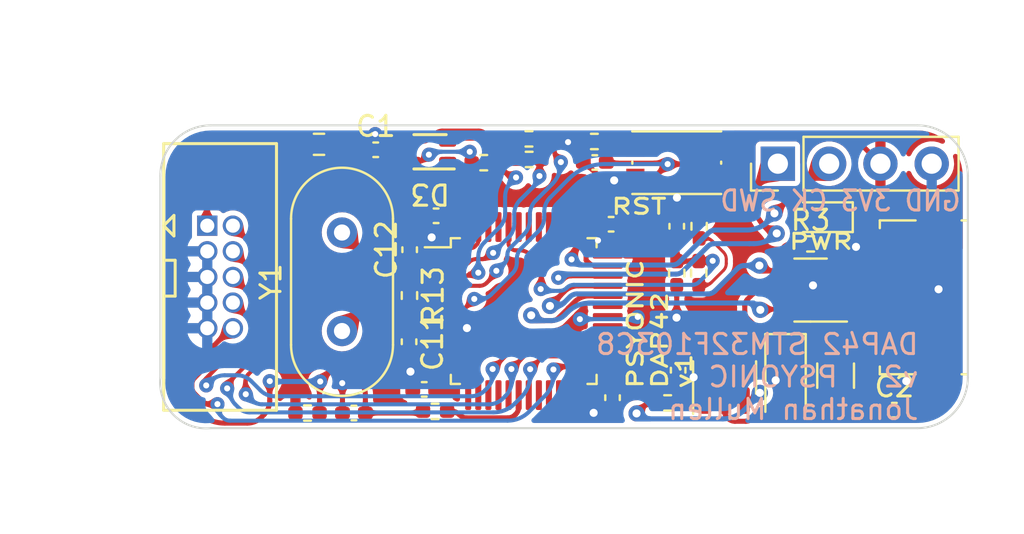
<source format=kicad_pcb>
(kicad_pcb (version 20211014) (generator pcbnew)
  (layers (0 "F.Cu" signal) (31 "B.Cu" signal) (34 "B.Paste" user) (35 "F.Paste" user) (36 "B.SilkS" user "B.Silkscreen") (37 "F.SilkS" user "F.Silkscreen") (38 "B.Mask" user) (39 "F.Mask" user) (44 "Edge.Cuts" user))
  (net 0 "")
  (net 1 "+3V3")
  (net 2 "GND")
  (net 3 "Net-(C2-Pad1)")
  (net 4 "Net-(C4-Pad1)")
  (net 5 "Net-(C5-Pad1)")
  (net 6 "/~{RESET}")
  (net 7 "Net-(D2-Pad2)")
  (net 8 "Net-(F1-Pad1)")
  (net 10 "/TDI")
  (net 11 "/SWO{slash}TDO")
  (net 12 "/SWCLK{slash}TCK")
  (net 13 "/SWDIO{slash}TMS")
  (net 14 "Net-(J2-Pad1)")
  (net 15 "/STM_SWDIO")
  (net 16 "/STM_SWCLK")
  (net 17 "Net-(R2-Pad2)")
  (net 18 "Net-(R4-Pad1)")
  (net 19 "/OSCOUT")
  (net 20 "/OSCIN")
  (net 21 "Net-(D3-Pad2)")
  (net 22 "Net-(D3-Pad3)")
  (net 23 "Net-(D3-Pad4)")
  (net 24 "/USB_DM")
  (net 25 "/USB_DP")
  (net 28 "Net-(R12-Pad1)")
  (net 29 "/LEDB")
  (net 30 "/LEDG")
  (net 31 "/LEDR")
  (net 32 "Net-(R10-Pad2)")
  (net 35 "/TX")
  (net 36 "/RX")
  (net 40 "unconnected-(U3-Pad15)")
  (net 53 "unconnected-(U3-Pad41)")
  (net 54 "unconnected-(U3-Pad43)")
  (net 55 "unconnected-(U3-Pad46)")
  (footprint "Connector_USB:USB_Micro-B_Molex_47346-0001" (layer "F.Cu") (at 182.35 96.02 90)
    (fp_text reference "J1" hide)
    (fp_text value "USB_B_Micro")
  )
  (footprint "Capacitor_SMD:C_0402_1005Metric_Pad0.74x0.62mm_HandSolder" (layer "F.Cu") (at 181.36 101.61)
    (fp_text reference "C2")
    (fp_text value "4.7uF 0402")
  )
  (footprint "Package_TO_SOT_SMD:SOT-23-6" (layer "F.Cu") (at 177.21 95.66 180)
    (fp_text reference "U1" hide)
    (fp_text value "WE-TVS-82400102")
  )
  (footprint "Resistor_SMD:R_0402_1005Metric_Pad0.72x0.64mm_HandSolder" (layer "F.Cu") (at 170.13 101.25 180)
    (fp_text reference "R2" hide)
    (fp_text value "1k 0402")
  )
  (footprint "Resistor_SMD:R_0402_1005Metric_Pad0.72x0.64mm_HandSolder" (layer "F.Cu") (at 152.29 101.75)
    (fp_text reference "R11" hide)
    (fp_text value "10k 0402")
  )
  (footprint "Resistor_SMD:R_0603_1608Metric_Pad0.98x0.95mm_HandSolder" (layer "F.Cu") (at 152.86 88.44 180)
    (fp_text reference "R1" hide)
    (fp_text value "0 Ohm 0603")
  )
  (footprint "Capacitor_SMD:C_0402_1005Metric_Pad0.74x0.62mm_HandSolder" (layer "F.Cu") (at 158.66 91.98 180)
    (fp_text reference "C9" hide)
    (fp_text value "0.1uF 0402")
  )
  (footprint "Capacitor_SMD:C_0402_1005Metric_Pad0.74x0.62mm_HandSolder" (layer "F.Cu") (at 167.4 100.99 -90)
    (fp_text reference "C6" hide)
    (fp_text value "0.1uF 0402")
  )
  (footprint "Button_Switch_SMD:SW_Push_1P1T_NO_CK_KMR2" (layer "F.Cu") (at 170.58 89.35)
    (fp_text reference "SW1" hide)
    (fp_text value "SW_SPST")
  )
  (footprint "Resistor_SMD:R_0402_1005Metric_Pad0.72x0.64mm_HandSolder" (layer "F.Cu") (at 158.61 101.67)
    (fp_text reference "R10" hide)
    (fp_text value "1k 0402")
  )
  (footprint "Resistor_SMD:R_0402_1005Metric_Pad0.72x0.64mm_HandSolder" (layer "F.Cu") (at 171.67 94.82 90)
    (fp_text reference "R12" hide)
    (fp_text value "0 Ohm 0402")
  )
  (footprint "LED_SMD:LED_0603_1608Metric_Pad1.05x0.95mm_HandSolder" (layer "F.Cu") (at 177.64 92.05 180)
    (fp_text reference "D2" hide)
    (fp_text value "Green 0603")
  )
  (footprint "Package_TO_SOT_SMD:SOT-23-5" (layer "F.Cu") (at 172.95 99.99 90)
    (fp_text reference "U2" hide)
    (fp_text value "SPX3819M5-L-3-3")
  )
  (footprint "Resistor_SMD:R_0402_1005Metric_Pad0.72x0.64mm_HandSolder" (layer "F.Cu") (at 166.5 88.3 180)
    (fp_text reference "R4" hide)
    (fp_text value "1k 0402")
  )
  (footprint "Resistor_SMD:R_0402_1005Metric_Pad0.72x0.64mm_HandSolder" (layer "F.Cu") (at 157.34 95.93 -90)
    (fp_text reference "R13")
    (fp_text value "1M 0402")
  )
  (footprint "Capacitor_SMD:C_0402_1005Metric_Pad0.74x0.62mm_HandSolder" (layer "F.Cu") (at 157.35 93.66 90)
    (fp_text reference "C12")
    (fp_text value "20pF")
  )
  (footprint "Capacitor_SMD:C_0402_1005Metric_Pad0.74x0.62mm_HandSolder" (layer "F.Cu") (at 155.67 88.71)
    (fp_text reference "C1")
    (fp_text value "1uF 0402")
  )
  (footprint "Crystal:Crystal_HC49-U_Vertical" (layer "F.Cu") (at 154 97.69 90)
    (fp_text reference "Y1")
    (fp_text value "8MHz")
  )
  (footprint "Connector_PinHeader_2.54mm:PinHeader_1x04_P2.54mm_Vertical" (layer "F.Cu") (at 175.59 89.4 90)
    (fp_text reference "J4" hide)
    (fp_text value "Conn_01x04")
  )
  (footprint "Diode_SMD:D_SOD-123F" (layer "F.Cu") (at 175.97 100.04 -90)
    (fp_text reference "D1" hide)
    (fp_text value "5.6V")
  )
  (footprint "Capacitor_SMD:C_0402_1005Metric_Pad0.74x0.62mm_HandSolder" (layer "F.Cu") (at 166.52 89.34 180)
    (fp_text reference "C4" hide)
    (fp_text value "0.1uF 0402")
  )
  (footprint "Resistor_SMD:R_0402_1005Metric_Pad0.72x0.64mm_HandSolder" (layer "F.Cu") (at 170.58 94.82 -90)
    (fp_text reference "R9" hide)
    (fp_text value "10k")
  )
  (footprint "Capacitor_SMD:C_0402_1005Metric_Pad0.74x0.62mm_HandSolder" (layer "F.Cu") (at 154.59 101.75 180)
    (fp_text reference "C10" hide)
    (fp_text value "0.1uF 0402")
  )
  (footprint "Capacitor_SMD:C_0402_1005Metric_Pad0.74x0.62mm_HandSolder" (layer "F.Cu") (at 170.65 99.63 -90)
    (fp_text reference "C3" hide)
    (fp_text value "100nF 0402")
  )
  (footprint "Resistor_SMD:R_0402_1005Metric_Pad0.72x0.64mm_HandSolder" (layer "F.Cu") (at 177.21 93.37)
    (fp_text reference "R3")
    (fp_text value "10k 0402")
  )
  (footprint "Capacitor_SMD:C_0402_1005Metric_Pad0.74x0.62mm_HandSolder" (layer "F.Cu") (at 157.32 98.22 -90)
    (fp_text reference "C11")
    (fp_text value "20pF")
  )
  (footprint "Resistor_SMD:R_0402_1005Metric_Pad0.72x0.64mm_HandSolder" (layer "F.Cu") (at 171.69 92.5 -90)
    (fp_text reference "R5" hide)
    (fp_text value "1k 0402")
  )
  (footprint "Resistor_SMD:R_0402_1005Metric_Pad0.72x0.64mm_HandSolder" (layer "F.Cu") (at 163.26 88.17 180)
    (fp_text reference "R7" hide)
    (fp_text value "100 0402")
  )
  (footprint "Capacitor_SMD:C_0402_1005Metric_Pad0.74x0.62mm_HandSolder" (layer "F.Cu") (at 170.58 92.5 90)
    (fp_text reference "C5" hide)
    (fp_text value "0.1uF")
  )
  (footprint "Capacitor_SMD:C_0402_1005Metric_Pad0.74x0.62mm_HandSolder" (layer "F.Cu") (at 158.0725 100.58 180)
    (fp_text reference "C7" hide)
    (fp_text value "0.1uF 0402")
  )
  (footprint "dap42:IDC-Header_2x05_Pitch1.27mm_Straight" (layer "F.Cu") (at 147.96 95.01)
    (fp_text reference "J2" hide)
    (fp_text value "Conn_02x05_Odd_Even")
  )
  (footprint "dap42:XZCMEDGCBD110W" (layer "F.Cu") (at 158.36 88.81 180)
    (fp_text reference "D3")
    (fp_text value "LED_ARGB")
  )
  (footprint "Package_QFP:LQFP-48_7x7mm_P0.5mm" (layer "F.Cu") (at 163 96.7)
    (fp_text reference "U3" hide)
    (fp_text value "STM32F102C8Tx")
  )
  (footprint "Resistor_SMD:R_0402_1005Metric_Pad0.72x0.64mm_HandSolder" (layer "F.Cu") (at 161.02 89.35 180)
    (fp_text reference "R8" hide)
    (fp_text value "200 0402")
  )
  (footprint "Resistor_SMD:R_0402_1005Metric_Pad0.72x0.64mm_HandSolder" (layer "F.Cu") (at 163.27 89.19 180)
    (fp_text reference "R6" hide)
    (fp_text value "100 0402")
  )
  (footprint "Fuse:Fuse_1206_3216Metric_Pad1.42x1.75mm_HandSolder" (layer "F.Cu") (at 178.45 99.9 -90)
    (fp_text reference "F1" hide)
    (fp_text value "PTC 250mA 1206")
  )
  (footprint "Capacitor_SMD:C_0402_1005Metric_Pad0.74x0.62mm_HandSolder" (layer "F.Cu") (at 167.33 92.4 180)
    (fp_text reference "C8" hide)
    (fp_text value "0.1uF 0402")
  )
  (gr_arc (start 182.5 87.5) (mid 184.267767 88.232233) (end 185 90) (layer "Edge.Cuts") (width 0.1))
  (gr_line (start 147.5 102.5) (end 182.5 102.5) (layer "Edge.Cuts") (width 0.1))
  (gr_line (start 147.5 87.5) (end 182.5 87.5) (layer "Edge.Cuts") (width 0.1))
  (gr_line (start 145 90) (end 145 100) (layer "Edge.Cuts") (width 0.1))
  (gr_arc (start 185 100) (mid 184.267767 101.767767) (end 182.5 102.5) (layer "Edge.Cuts") (width 0.1))
  (gr_line (start 185 100) (end 185 90) (layer "Edge.Cuts") (width 0.1))
  (gr_arc (start 145 90) (mid 145.732233 88.232233) (end 147.5 87.5) (layer "Edge.Cuts") (width 0.1))
  (gr_arc (start 147.5 102.5) (mid 145.655788 101.844212) (end 145 100) (layer "Edge.Cuts") (width 0.1))
  (gr_text "GND 3V3 CK SWD\n" (at 178.69 91.24) (layer "B.SilkS") (effects (font (size 1 0.9)) (justify mirror)))
  (gr_text "DAP42 STM32F103C8\nv2   PSYONIC\nJonathan Mullen" (at 182.64 99.96) (layer "B.SilkS") (effects (font (size 1 1)) (justify left mirror)))
  (gr_text "PWR" (at 177.72 93.26) (layer "F.SilkS") (effects (font (size 0.75 1))))
  (gr_text "PSYONIC\nDAP42\nv1" (at 169.74 100.63 90) (layer "F.SilkS") (effects (font (size 0.75 1)) (justify left)))
  (gr_text "RST" (at 168.71 91.52) (layer "F.SilkS") (effects (font (size 0.75 1))))
  (segment (start 167.8975 92.4) (end 167.8975 92.765393) (width 0.25) (layer "F.Cu") (net 1))
  (segment (start 165.191452 97.69) (end 165.780726 97.100726) (width 0.2) (layer "F.Cu") (net 1))
  (segment (start 173.72 90.652893) (end 173.72 88.797107) (width 0.25) (layer "F.Cu") (net 1))
  (segment (start 173.02 91.29) (end 171.96 91.29) (width 0.25) (layer "F.Cu") (net 1))
  (segment (start 173.2175 92.05) (end 173.52 92.05) (width 0.25) (layer "F.Cu") (net 1))
  (segment (start 166.100393 100.8625) (end 165.75 100.8625) (width 0.25) (layer "F.Cu") (net 1))
  (segment (start 166.601053 100.568947) (end 166.453946 100.716054) (width 0.25) (layer "F.Cu") (net 1))
  (segment (start 173.29 91.29) (end 173.02 91.29) (width 0.25) (layer "F.Cu") (net 1))
  (segment (start 173.02 91.29) (end 173.2175 91.4875) (width 0.25) (layer "F.Cu") (net 1))
  (segment (start 174.597107 87.92) (end 178.982893 87.92) (width 0.25) (layer "F.Cu") (net 1))
  (segment (start 173.52 92.05) (end 175.053554 93.583554) (width 0.25) (layer "F.Cu") (net 1))
  (segment (start 173.29 91.29) (end 173.573554 91.006446) (width 0.25) (layer "F.Cu") (net 1))
  (segment (start 159.897544 98.242893) (end 160.46 98.805349) (width 0.2) (layer "F.Cu") (net 1))
  (segment (start 179.336447 88.066447) (end 180.67 89.4) (width 0.25) (layer "F.Cu") (net 1))
  (segment (start 163.14 97.69) (end 165.191452 97.69) (width 0.2) (layer "F.Cu") (net 1))
  (segment (start 173.866447 88.443553) (end 174.243554 88.066446) (width 0.25) (layer "F.Cu") (net 1))
  (segment (start 158.765786 100.58) (end 158.64 100.58) (width 0.2) (layer "F.Cu") (net 1))
  (segment (start 176.248508 93.37) (end 176.6125 93.37) (width 0.25) (layer "F.Cu") (net 1))
  (segment (start 167.4 100.4225) (end 166.954607 100.4225) (width 0.25) (layer "F.Cu") (net 1))
  (segment (start 160.46 98.805349) (end 160.46 98.885786) (width 0.2) (layer "F.Cu") (net 1))
  (segment (start 160.167107 99.592893) (end 159.472893 100.287107) (width 0.2) (layer "F.Cu") (net 1))
  (segment (start 167.1625 93.914607) (end 167.1625 93.95) (width 0.25) (layer "F.Cu") (net 1))
  (segment (start 167.751053 93.118947) (end 167.308946 93.561054) (width 0.25) (layer "F.Cu") (net 1))
  (segment (start 173.2175 91.4875) (end 173.2175 92.05) (width 0.25) (layer "F.Cu") (net 1))
  (segment (start 158.8375 97.95) (end 159.190437 97.95) (width 0.2) (layer "F.Cu") (net 1))
  (segment (start 171.69 91.9025) (end 171.69 91.56) (width 0.25) (layer "F.Cu") (net 1))
  (segment (start 175.407107 93.73) (end 175.474294 93.73) (width 0.25) (layer "F.Cu") (net 1))
  (segment (start 175.827848 93.583553) (end 175.894955 93.516446) (width 0.25) (layer "F.Cu") (net 1))
  (segment (start 171.69 91.56) (end 171.96 91.29) (width 0.25) (layer "F.Cu") (net 1))
  (segment (start 173.29 91.9775) (end 173.29 91.29) (width 0.25) (layer "F.Cu") (net 1))
  (via (at 165.780726 97.100726) (size 0.7) (drill 0.3) (layers "F.Cu" "B.Cu") (net 1))
  (via (at 168.65 96.99) (size 0.7) (drill 0.3) (layers "F.Cu" "B.Cu") (net 1))
  (arc (start 175.827848 93.583553) (mid 175.665636 93.69194) (end 175.474294 93.73) (width 0.25) (layer "F.Cu") (net 1))
  (arc (start 167.1625 93.914607) (mid 167.20056 93.723266) (end 167.308946 93.561054) (width 0.25) (layer "F.Cu") (net 1))
  (arc (start 178.982893 87.92) (mid 179.174235 87.95806) (end 179.336447 88.066447) (width 0.25) (layer "F.Cu") (net 1))
  (arc (start 176.248508 93.37) (mid 176.057167 93.40806) (end 175.894955 93.516446) (width 0.25) (layer "F.Cu") (net 1))
  (arc (start 173.72 90.652893) (mid 173.68194 90.844234) (end 173.573554 91.006446) (width 0.25) (layer "F.Cu") (net 1))
  (arc (start 158.765786 100.58) (mid 159.148469 100.50388) (end 159.472893 100.287107) (width 0.2) (layer "F.Cu") (net 1))
  (arc (start 166.601053 100.568947) (mid 166.763265 100.46056) (end 166.954607 100.4225) (width 0.25) (layer "F.Cu") (net 1))
  (arc (start 166.453946 100.716054) (mid 166.291734 100.82444) (end 166.100393 100.8625) (width 0.25) (layer "F.Cu") (net 1))
  (arc (start 160.167107 99.592893) (mid 160.38388 99.26847) (end 160.46 98.885786) (width 0.2) (layer "F.Cu") (net 1))
  (arc (start 174.597107 87.92) (mid 174.405766 87.95806) (end 174.243554 88.066446) (width 0.25) (layer "F.Cu") (net 1))
  (arc (start 159.190437 97.95) (mid 159.57312 98.02612) (end 159.897544 98.242893) (width 0.2) (layer "F.Cu") (net 1))
  (arc (start 175.053554 93.583554) (mid 175.215766 93.69194) (end 175.407107 93.73) (width 0.25) (layer "F.Cu") (net 1))
  (arc (start 173.72 88.797107) (mid 173.75806 88.605765) (end 173.866447 88.443553) (width 0.25) (layer "F.Cu") (net 1))
  (arc (start 167.8975 92.765393) (mid 167.85944 92.956735) (end 167.751053 93.118947) (width 0.25) (layer "F.Cu") (net 1))
  (segment (start 168.539274 97.100726) (end 168.65 96.99) (width 0.2) (layer "B.Cu") (net 1))
  (segment (start 165.780726 97.100726) (end 168.539274 97.100726) (width 0.2) (layer "B.Cu") (net 1))
  (segment (start 183.55 95.62) (end 183.55 97.17) (width 0.25) (layer "F.Cu") (net 2))
  (segment (start 172.95 101.1275) (end 172.95 101.642893) (width 0.25) (layer "F.Cu") (net 2))
  (segment (start 182.845 92.645) (end 183.55 92.645) (width 0.25) (layer "F.Cu") (net 2))
  (segment (start 159.65967 93.26967) (end 159.671627 93.281627) (width 0.2) (layer "F.Cu") (net 2))
  (segment (start 180.89 94.72) (end 180.224264 94.72) (width 0.25) (layer "F.Cu") (net 2))
  (segment (start 166.280765 101.92452) (end 166.463824 101.741461) (width 0.25) (layer "F.Cu") (net 2))
  (segment (start 157.35 93.0925) (end 158.3975 93.0925) (width 0.2) (layer "F.Cu") (net 2))
  (segment (start 156.2375 88.525775) (end 155.643502 87.931777) (width 0.25) (layer "F.Cu") (net 2))
  (segment (start 179.46 93.52) (end 179.057107 93.52) (width 0.25) (layer "F.Cu") (net 2))
  (segment (start 160.378734 93.57452) (end 160.401927 93.57452) (width 0.2) (layer "F.Cu") (net 2))
  (segment (start 177.562113 95.66) (end 177.329988 95.427875) (width 0.2) (layer "F.Cu") (net 2))
  (segment (start 157.32 98.7875) (end 157.32 99.63) (width 0.2) (layer "F.Cu") (net 2))
  (segment (start 158.8375 97.45) (end 160.093894 97.45) (width 0.2) (layer "F.Cu") (net 2))
  (segment (start 170.58 91.09) (end 170.59 91.08) (width 0.25) (layer "F.Cu") (net 2))
  (segment (start 178.515 92.977893) (end 178.515 92.05) (width 0.25) (layer "F.Cu") (net 2))
  (segment (start 183.55 94.47) (end 183.55 95.62) (width 0.25) (layer "F.Cu") (net 2))
  (segment (start 170.65 100.1975) (end 171.195752 100.1975) (width 0.25) (layer "F.Cu") (net 2))
  (segment (start 167.1625 94.45) (end 166.567107 94.45) (width 0.25) (layer "F.Cu") (net 2))
  (segment (start 166.09 94.18) (end 166.09 93.927101) (width 0.25) (layer "F.Cu") (net 2))
  (segment (start 165.25 101.665006) (end 165.509514 101.92452) (width 0.25) (layer "F.Cu") (net 2))
  (segment (start 182.0875 98.5075) (end 182.975 99.395) (width 0.25) (layer "F.Cu") (net 2))
  (segment (start 171.195752 100.1975) (end 171.416697 99.976555) (width 0.25) (layer "F.Cu") (net 2))
  (segment (start 166.236447 93.573547) (end 166.609994 93.2) (width 0.25) (layer "F.Cu") (net 2))
  (segment (start 175.97 100.62) (end 175.48 100.13) (width 0.25) (layer "F.Cu") (net 2))
  (segment (start 160.578704 93.501296) (end 160.676777 93.403223) (width 0.2) (layer "F.Cu") (net 2))
  (segment (start 166.7625 93.1175) (end 166.68 93.2) (width 0.25) (layer "F.Cu") (net 2))
  (segment (start 180.975 98.5075) (end 182.0875 98.5075) (width 0.25) (layer "F.Cu") (net 2))
  (segment (start 165.9525 89.34) (end 165.9525 88.35) (width 0.25) (layer "F.Cu") (net 2))
  (segment (start 174.347519 102.013553) (end 174.774626 101.586446) (width 0.25) (layer "F.Cu") (net 2))
  (segment (start 157.32 99.63) (end 157.39 99.7) (width 0.2) (layer "F.Cu") (net 2))
  (segment (start 165.9025 88.3) (end 165.227148 88.3) (width 0.25) (layer "F.Cu") (net 2))
  (segment (start 166.7625 92.4) (end 166.7625 93.1175) (width 0.25) (layer "F.Cu") (net 2))
  (segment (start 178.3475 95.66) (end 177.562113 95.66) (width 0.2) (layer "F.Cu") (net 2))
  (segment (start 175.128179 101.44) (end 175.97 101.44) (width 0.25) (layer "F.Cu") (net 2))
  (segment (start 158.0925 91.98) (end 158.0925 92.495393) (width 0.2) (layer "F.Cu") (net 2))
  (segment (start 166.041857 89.34) (end 166.529931 89.828074) (width 0.25) (layer "F.Cu") (net 2))
  (segment (start 166.647785 101.5575) (end 166.463824 101.741461) (width 0.25) (layer "F.Cu") (net 2))
  (segment (start 158.3975 93.0925) (end 158.44 93.05) (width 0.2) (layer "F.Cu") (net 2))
  (segment (start 158.44 93.05) (end 159.12934 93.05) (width 0.2) (layer "F.Cu") (net 2))
  (segment (start 175.97 101.44) (end 175.97 100.62) (width 0.25) (layer "F.Cu") (net 2))
  (segment (start 180.012132 94.632132) (end 179.547868 94.167868) (width 0.25) (layer "F.Cu") (net 2))
  (segment (start 183.55 99.395) (end 183.55 97.17) (width 0.25) (layer "F.Cu") (net 2))
  (segment (start 181.9575 93.5325) (end 182.845 92.645) (width 0.25) (layer "F.Cu") (net 2))
  (segment (start 180.975 93.5325) (end 181.9575 93.5325) (width 0.25) (layer "F.Cu") (net 2))
  (segment (start 170.58 91.9325) (end 170.58 91.09) (width 0.25) (layer "F.Cu") (net 2))
  (segment (start 157.505 100.58) (end 157.505 99.815) (width 0.2) (layer "F.Cu") (net 2))
  (segment (start 182.975 99.395) (end 183.55 99.395) (width 0.25) (layer "F.Cu") (net 2))
  (segment (start 156.2375 88.71) (end 156.2375 88.525775) (width 0.25) (layer "F.Cu") (net 2))
  (segment (start 154.0225 101.75) (end 154.0225 100.2825) (width 0.25) (layer "F.Cu") (net 2))
  (segment (start 183.55 94.47) (end 183.55 92.645) (width 0.25) (layer "F.Cu") (net 2))
  (segment (start 182.2225 101.61) (end 182.2225 100.4425) (width 0.25) (layer "F.Cu") (net 2))
  (segment (start 154.0225 100.2825) (end 154.01 100.27) (width 0.25) (layer "F.Cu") (net 2))
  (segment (start 160.093894 97.45) (end 160.186947 97.543053) (width 0.2) (layer "F.Cu") (net 2))
  (segment (start 178.703553 93.373553) (end 178.661446 93.331446) (width 0.25) (layer "F.Cu") (net 2))
  (segment (start 173.096447 101.996447) (end 173.113554 102.013554) (width 0.25) (layer "F.Cu") (net 2))
  (segment (start 170.58 97.0145) (end 170.57 97.0245) (width 0.25) (layer "F.Cu") (net 2))
  (segment (start 166.883484 89.97452) (end 167.020319 89.97452) (width 0.25) (layer "F.Cu") (net 2))
  (segment (start 157.505 99.815) (end 157.39 99.7) (width 0.2) (layer "F.Cu") (net 2))
  (segment (start 182.2225 100.4425) (end 181.95 100.17) (width 0.25) (layer "F.Cu") (net 2))
  (segment (start 160.75 93.226447) (end 160.75 92.5375) (width 0.2) (layer "F.Cu") (net 2))
  (segment (start 179.46 93.955736) (end 179.46 93.52) (width 0.25) (layer "F.Cu") (net 2))
  (segment (start 165.509514 101.92452) (end 166.280765 101.92452) (width 0.25) (layer "F.Cu") (net 2))
  (segment (start 158.238947 92.848947) (end 158.44 93.05) (width 0.2) (layer "F.Cu") (net 2))
  (segment (start 166.609994 93.2) (end 166.68 93.2) (width 0.25) (layer "F.Cu") (net 2))
  (segment (start 170.58 95.4175) (end 170.58 97.0145) (width 0.25) (layer "F.Cu") (net 2))
  (segment (start 165.227148 88.3) (end 165.195856 88.331292) (width 0.25) (layer "F.Cu") (net 2))
  (segment (start 166.213553 94.303553) (end 166.09 94.18) (width 0.25) (layer "F.Cu") (net 2))
  (segment (start 167.373873 90.120967) (end 167.480498 90.227592) (width 0.25) (layer "F.Cu") (net 2))
  (segment (start 167.4 101.5575) (end 166.647785 101.5575) (width 0.25) (layer "F.Cu") (net 2))
  (segment (start 173.467107 102.16) (end 173.993965 102.16) (width 0.25) (layer "F.Cu") (net 2))
  (segment (start 165.25 100.8625) (end 165.25 101.665006) (width 0.25) (layer "F.Cu") (net 2))
  (via (at 157.39 99.7) (size 0.8) (drill 0.4) (layers "F.Cu" "B.Cu") (net 2))
  (via (at 155.643502 87.931777) (size 0.7) (drill 0.3) (layers "F.Cu" "B.Cu") (net 2))
  (via (at 177.329988 95.427875) (size 0.8) (drill 0.4) (layers "F.Cu" "B.Cu") (net 2))
  (via (at 165.195856 88.331292) (size 0.7) (drill 0.3) (layers "F.Cu" "B.Cu") (net 2))
  (via (at 171.416697 99.976555) (size 0.8) (drill 0.4) (layers "F.Cu" "B.Cu") (net 2))
  (via (at 179.46 93.52) (size 0.8) (drill 0.4) (layers "F.Cu" "B.Cu") (net 2))
  (via (at 170.59 91.08) (size 0.8) (drill 0.4) (layers "F.Cu" "B.Cu") (net 2))
  (via (at 160.186947 97.543053) (size 0.8) (drill 0.4) (layers "F.Cu" "B.Cu") (net 2))
  (via (at 170.57 97.0245) (size 0.8) (drill 0.4) (layers "F.Cu" "B.Cu") (net 2))
  (via (at 175.48 100.13) (size 0.8) (drill 0.4) (layers "F.Cu" "B.Cu") (net 2))
  (via (at 158.44 93.05) (size 0.8) (drill 0.4) (layers "F.Cu" "B.Cu") (net 2))
  (via (at 183.55 95.62) (size 0.8) (drill 0.4) (layers "F.Cu" "B.Cu") (net 2))
  (via (at 181.95 100.17) (size 0.8) (drill 0.4) (layers "F.Cu" "B.Cu") (net 2))
  (via (at 166.68 93.2) (size 0.7) (drill 0.3) (layers "F.Cu" "B.Cu") (net 2))
  (via (at 166.463824 101.741461) (size 0.8) (drill 0.4) (layers "F.Cu" "B.Cu") (net 2))
  (via (at 167.480498 90.227592) (size 0.8) (drill 0.4) (layers "F.Cu" "B.Cu") (net 2))
  (via (at 154.01 100.27) (size 0.7) (drill 0.3) (layers "F.Cu" "B.Cu") (net 2))
  (arc (start 166.567107 94.45) (mid 166.375765 94.41194) (end 166.213553 94.303553) (width 0.25) (layer "F.Cu") (net 2))
  (arc (start 173.113554 102.013554) (mid 173.275766 102.12194) (end 173.467107 102.16) (width 0.25) (layer "F.Cu") (net 2))
  (arc (start 179.057107 93.52) (mid 178.865765 93.48194) (end 178.703553 93.373553) (width 0.25) (layer "F.Cu") (net 2))
  (arc (start 166.09 93.927101) (mid 166.12806 93.735759) (end 166.236447 93.573547) (width 0.25) (layer "F.Cu") (net 2))
  (arc (start 158.0925 92.495393) (mid 158.13056 92.686735) (end 158.238947 92.848947) (width 0.2) (layer "F.Cu") (net 2))
  (arc (start 167.373873 90.120967) (mid 167.211661 90.01258) (end 167.020319 89.97452) (width 0.25) (layer "F.Cu") (net 2))
  (arc (start 160.401927 93.57452) (mid 160.497598 93.55549) (end 160.578704 93.501296) (width 0.2) (layer "F.Cu") (net 2))
  (arc (start 178.515 92.977893) (mid 178.55306 93.169234) (end 178.661446 93.331446) (width 0.25) (layer "F.Cu") (net 2))
  (arc (start 172.95 101.642893) (mid 172.98806 101.834235) (end 173.096447 101.996447) (width 0.25) (layer "F.Cu") (net 2))
  (arc (start 180.224264 94.72) (mid 180.109459 94.697164) (end 180.012132 94.632132) (width 0.25) (layer "F.Cu") (net 2))
  (arc (start 166.529931 89.828074) (mid 166.692143 89.93646) (end 166.883484 89.97452) (width 0.25) (layer "F.Cu") (net 2))
  (arc (start 179.547868 94.167868) (mid 179.482836 94.070541) (end 179.46 93.955736) (width 0.25) (layer "F.Cu") (net 2))
  (arc (start 174.774626 101.586446) (mid 174.936838 101.47806) (end 175.128179 101.44) (width 0.25) (layer "F.Cu") (net 2))
  (arc (start 159.65967 93.26967) (mid 159.416353 93.10709) (end 159.12934 93.05) (width 0.2) (layer "F.Cu") (net 2))
  (arc (start 160.378734 93.57452) (mid 159.996051 93.4984) (end 159.671627 93.281627) (width 0.2) (layer "F.Cu") (net 2))
  (arc (start 174.347519 102.013553) (mid 174.185307 102.12194) (end 173.993965 102.16) (width 0.25) (layer "F.Cu") (net 2))
  (arc (start 160.676777 93.403223) (mid 160.73097 93.322117) (end 160.75 93.226447) (width 0.2) (layer "F.Cu") (net 2))
  (segment (start 174.096447 97.076447) (end 174.22066 97.20066) (width 0.25) (layer "F.Cu") (net 3))
  (segment (start 174.232519 99.853553) (end 174.624813 99.461259) (width 0.25) (layer "F.Cu") (net 3))
  (segment (start 175.97 98.64) (end 175.97 99.212893) (width 0.25) (layer "F.Cu") (net 3))
  (segment (start 170.7275 101.25) (end 171.8775 101.25) (width 0.25) (layer "F.Cu") (net 3))
  (segment (start 173.95 96.457107) (end 173.95 96.722893) (width 0.25) (layer "F.Cu") (net 3))
  (segment (start 174.973553 98.786447) (end 174.844482 98.915518) (width 0.25) (layer "F.Cu") (net 3))
  (segment (start 178.303553 100.243553) (end 178.116446 100.056446) (width 0.25) (layer "F.Cu") (net 3))
  (segment (start 177.762893 99.91) (end 176.667107 99.91) (width 0.25) (layer "F.Cu") (net 3))
  (segment (start 176.0725 95.66) (end 174.954214 95.66) (width 0.25) (layer "F.Cu") (net 3))
  (segment (start 180.4975 101.61) (end 178.6725 101.61) (width 0.25) (layer "F.Cu") (net 3))
  (segment (start 175.773224 97.713224) (end 175.896777 97.836777) (width 0.25) (layer "F.Cu") (net 3))
  (segment (start 172.146447 100.193553) (end 172.193554 100.146446) (width 0.25) (layer "F.Cu") (net 3))
  (segment (start 175.97 98.013553) (end 175.97 98.64) (width 0.25) (layer "F.Cu") (net 3))
  (segment (start 176.116447 99.566447) (end 176.313554 99.763554) (width 0.25) (layer "F.Cu") (net 3))
  (segment (start 172.547107 100) (end 173.878965 100) (width 0.25) (layer "F.Cu") (net 3))
  (segment (start 175.28132 97.64) (end 175.596447 97.64) (width 0.25) (layer "F.Cu") (net 3))
  (segment (start 174.698036 99.269071) (end 174.698036 99.284483) (width 0.25) (layer "F.Cu") (net 3))
  (segment (start 174.247107 95.952893) (end 174.096446 96.103554) (width 0.25) (layer "F.Cu") (net 3))
  (segment (start 175.97 98.64) (end 175.327107 98.64) (width 0.25) (layer "F.Cu") (net 3))
  (segment (start 178.45 101.3875) (end 178.45 100.597107) (width 0.25) (layer "F.Cu") (net 3))
  (segment (start 172 101.1275) (end 172 100.547107) (width 0.25) (layer "F.Cu") (net 3))
  (arc (start 172.193554 100.146446) (mid 172.355766 100.03806) (end 172.547107 100) (width 0.25) (layer "F.Cu") (net 3))
  (arc (start 173.95 96.457107) (mid 173.98806 96.265766) (end 174.096446 96.103554) (width 0.25) (layer "F.Cu") (net 3))
  (arc (start 178.45 100.597107) (mid 178.41194 100.405765) (end 178.303553 100.243553) (width 0.25) (layer "F.Cu") (net 3))
  (arc (start 174.844482 98.915518) (mid 174.736096 99.07773) (end 174.698036 99.269071) (width 0.25) (layer "F.Cu") (net 3))
  (arc (start 173.95 96.722893) (mid 173.98806 96.914235) (end 174.096447 97.076447) (width 0.25) (layer "F.Cu") (net 3))
  (arc (start 175.596447 97.64) (mid 175.692118 97.65903) (end 175.773224 97.713224) (width 0.25) (layer "F.Cu") (net 3))
  (arc (start 178.116446 100.056446) (mid 177.954234 99.94806) (end 177.762893 99.91) (width 0.25) (layer "F.Cu") (net 3))
  (arc (start 174.954214 95.66) (mid 174.571531 95.73612) (end 174.247107 95.952893) (width 0.25) (layer "F.Cu") (net 3))
  (arc (start 173.878965 100) (mid 174.070307 99.96194) (end 174.232519 99.853553) (width 0.25) (layer "F.Cu") (net 3))
  (arc (start 176.667107 99.91) (mid 176.475766 99.87194) (end 176.313554 99.763554) (width 0.25) (layer "F.Cu") (net 3))
  (arc (start 174.22066 97.20066) (mid 174.707295 97.525819) (end 175.28132 97.64) (width 0.25) (layer "F.Cu") (net 3))
  (arc (start 175.896777 97.836777) (mid 175.95097 97.917883) (end 175.97 98.013553) (width 0.25) (layer "F.Cu") (net 3))
  (arc (start 174.973553 98.786447) (mid 175.135765 98.67806) (end 175.327107 98.64) (width 0.25) (layer "F.Cu") (net 3))
  (arc (start 172.146447 100.193553) (mid 172.03806 100.355765) (end 172 100.547107) (width 0.25) (layer "F.Cu") (net 3))
  (arc (start 175.97 99.212893) (mid 176.00806 99.404235) (end 176.116447 99.566447) (width 0.25) (layer "F.Cu") (net 3))
  (arc (start 174.624813 99.461259) (mid 174.679006 99.380153) (end 174.698036 99.284483) (width 0.25) (layer "F.Cu") (net 3))
  (segment (start 159.845947 96.803553) (end 160.55 96.0995) (width 0.2) (layer "F.Cu") (net 4))
  (segment (start 169.4 90.15) (end 168.53 90.15) (width 0.25) (layer "F.Cu") (net 4))
  (segment (start 158.8375 96.95) (end 159.492393 96.95) (width 0.2) (layer "F.Cu") (net 4))
  (segment (start 169.4 90.15) (end 170.13 89.42) (width 0.25) (layer "F.Cu") (net 4))
  (segment (start 167.097011 89.349511) (end 170.059511 89.349511) (width 0.2) (layer "F.Cu") (net 4))
  (segment (start 158.88798 97.00048) (end 158.8375 96.95) (width 0.2) (layer "F.Cu") (net 4))
  (segment (start 170.059511 89.349511) (end 170.13 89.42) (width 0.2) (layer "F.Cu") (net 4))
  (segment (start 172.63 90.15) (end 172 90.15) (width 0.25) (layer "F.Cu") (net 4))
  (segment (start 171.27 89.42) (end 170.13 89.42) (width 0.25) (layer "F.Cu") (net 4))
  (segment (start 172 90.15) (end 171.27 89.42) (width 0.25) (layer "F.Cu") (net 4))
  (via (at 160.55 96.0995) (size 0.7) (drill 0.3) (layers "F.Cu" "B.Cu") (net 4))
  (via (at 170.13 89.42) (size 0.7) (drill 0.3) (layers "F.Cu" "B.Cu") (net 4))
  (arc (start 159.492393 96.95) (mid 159.683735 96.91194) (end 159.845947 96.803553) (width 0.2) (layer "F.Cu") (net 4))
  (segment (start 162.659629 94.298523) (end 162.659629 94.120287) (width 0.2) (layer "B.Cu") (net 4))
  (segment (start 164.017503 92.037539) (end 164.017503 91.781717) (width 0.2) (layer "B.Cu") (net 4))
  (segment (start 160.55 96.0995) (end 160.858652 96.0995) (width 0.2) (layer "B.Cu") (net 4))
  (segment (start 162.879299 93.589957) (end 163.72461 92.744646) (width 0.2) (layer "B.Cu") (net 4))
  (segment (start 164.310396 91.07461) (end 165.232773 90.152233) (width 0.2) (layer "B.Cu") (net 4))
  (segment (start 161.388982 95.87983) (end 162.439959 94.828853) (width 0.2) (layer "B.Cu") (net 4))
  (segment (start 167.00054 89.42) (end 170.13 89.42) (width 0.2) (layer "B.Cu") (net 4))
  (arc (start 164.310396 91.07461) (mid 164.093623 91.399033) (end 164.017503 91.781717) (width 0.2) (layer "B.Cu") (net 4))
  (arc (start 165.232773 90.152233) (mid 166.043831 89.610301) (end 167.00054 89.42) (width 0.2) (layer "B.Cu") (net 4))
  (arc (start 162.659629 94.298523) (mid 162.602539 94.585536) (end 162.439959 94.828853) (width 0.2) (layer "B.Cu") (net 4))
  (arc (start 161.388982 95.87983) (mid 161.145665 96.04241) (end 160.858652 96.0995) (width 0.2) (layer "B.Cu") (net 4))
  (arc (start 162.879299 93.589957) (mid 162.716719 93.833274) (end 162.659629 94.120287) (width 0.2) (layer "B.Cu") (net 4))
  (arc (start 163.72461 92.744646) (mid 163.941383 92.420223) (end 164.017503 92.037539) (width 0.2) (layer "B.Cu") (net 4))
  (segment (start 163.86 95.07132) (end 163.86 95.59) (width 0.2) (layer "F.Cu") (net 5))
  (segment (start 163.31967 93.90967) (end 163.42066 94.01066) (width 0.2) (layer "F.Cu") (net 5))
  (segment (start 162.25 92.5375) (end 162.25 93.356447) (width 0.2) (layer "F.Cu") (net 5))
  (segment (start 162.583553 93.69) (end 162.78934 93.69) (width 0.2) (layer "F.Cu") (net 5))
  (segment (start 172.3475 94.2225) (end 172.36 94.21) (width 0.25) (layer "F.Cu") (net 5))
  (segment (start 163.86 95.59) (end 163.84 95.61) (width 0.2) (layer "F.Cu") (net 5))
  (segment (start 162.323224 93.533224) (end 162.406777 93.616777) (width 0.2) (layer "F.Cu") (net 5))
  (segment (start 170.58 93.0675) (end 170.58 94.2225) (width 0.25) (layer "F.Cu") (net 5))
  (segment (start 171.67 94.2225) (end 172.3475 94.2225) (width 0.25) (layer "F.Cu") (net 5))
  (segment (start 171.67 94.2225) (end 170.58 94.2225) (width 0.25) (layer "F.Cu") (net 5))
  (via (at 163.84 95.61) (size 0.7) (drill 0.3) (layers "F.Cu" "B.Cu") (net 5))
  (via (at 172.36 94.21) (size 0.7) (drill 0.3) (layers "F.Cu" "B.Cu") (net 5))
  (arc (start 162.25 93.356447) (mid 162.26903 93.452118) (end 162.323224 93.533224) (width 0.2) (layer "F.Cu") (net 5))
  (arc (start 162.583553 93.69) (mid 162.487882 93.67097) (end 162.406777 93.616777) (width 0.2) (layer "F.Cu") (net 5))
  (arc (start 162.78934 93.69) (mid 163.076353 93.74709) (end 163.31967 93.90967) (width 0.2) (layer "F.Cu") (net 5))
  (arc (start 163.86 95.07132) (mid 163.745819 94.497295) (end 163.42066 94.01066) (width 0.2) (layer "F.Cu") (net 5))
  (segment (start 164.777927 95.7) (end 163.93 95.7) (width 0.2) (layer "B.Cu") (net 5))
  (segment (start 172.36 94.382893) (end 172.36 94.21) (width 0.2) (layer "B.Cu") (net 5))
  (segment (start 165.491181 95.40096) (end 171.341933 95.40096) (width 0.2) (layer "B.Cu") (net 5))
  (segment (start 171.695487 95.254513) (end 172.213554 94.736446) (width 0.2) (layer "B.Cu") (net 5))
  (segment (start 163.93 95.7) (end 163.84 95.61) (width 0.2) (layer "B.Cu") (net 5))
  (segment (start 165.131481 95.553553) (end 165.137628 95.547406) (width 0.2) (layer "B.Cu") (net 5))
  (arc (start 171.695487 95.254513) (mid 171.533275 95.3629) (end 171.341933 95.40096) (width 0.2) (layer "B.Cu") (net 5))
  (arc (start 165.491181 95.40096) (mid 165.29984 95.43902) (end 165.137628 95.547406) (width 0.2) (layer "B.Cu") (net 5))
  (arc (start 164.777927 95.7) (mid 164.969269 95.66194) (end 165.131481 95.553553) (width 0.2) (layer "B.Cu") (net 5))
  (arc (start 172.213554 94.736446) (mid 172.32194 94.574234) (end 172.36 94.382893) (width 0.2) (layer "B.Cu") (net 5))
  (segment (start 150.42 100.17) (end 150.42 101.135786) (width 0.25) (layer "F.Cu") (net 6))
  (segment (start 155.1575 101.75) (end 157.9325 101.75) (width 0.25) (layer "F.Cu") (net 6))
  (segment (start 149.305786 102.25) (end 148.198427 102.25) (width 0.25) (layer "F.Cu") (net 6))
  (segment (start 150.127107 101.842893) (end 150.012893 101.957107) (width 0.25) (layer "F.Cu") (net 6))
  (segment (start 146.105489 100.571275) (end 146.105489 100.374821) (width 0.25) (layer "F.Cu") (net 6))
  (segment (start 153.83066 99.59) (end 153.98934 99.59) (width 0.25) (layer "F.Cu") (net 6))
  (segment (start 146.784213 101.664213) (end 146.398382 101.278382) (width 0.25) (layer "F.Cu") (net 6))
  (segment (start 155.1575 100.861714) (end 155.1575 101.75) (width 0.25) (layer "F.Cu") (net 6))
  (segment (start 154.51967 99.80967) (end 154.864607 100.154607) (width 0.25) (layer "F.Cu") (net 6))
  (segment (start 152.92 100.19) (end 152.8875 100.2225) (width 0.25) (layer "F.Cu") (net 6))
  (segment (start 157.9325 101.75) (end 158.0125 101.67) (width 0.25) (layer "F.Cu") (net 6))
  (segment (start 148.595 97.55) (end 148.595 97.555) (width 0.25) (layer "F.Cu") (net 6))
  (segment (start 146.398382 99.667714) (end 148.516096 97.55) (width 0.25) (layer "F.Cu") (net 6))
  (segment (start 152.92 100.19) (end 153.30033 99.80967) (width 0.25) (layer "F.Cu") (net 6))
  (segment (start 152.8875 100.2225) (end 152.8875 101.75) (width 0.25) (layer "F.Cu") (net 6))
  (segment (start 148.516096 97.55) (end 148.595 97.55) (width 0.25) (layer "F.Cu") (net 6))
  (via (at 152.92 100.19) (size 0.7) (drill 0.3) (layers "F.Cu" "B.Cu") (net 6))
  (via (at 150.42 100.17) (size 0.7) (drill 0.3) (layers "F.Cu" "B.Cu") (net 6))
  (arc (start 146.784213 101.664213) (mid 147.43306 102.097759) (end 148.198427 102.25) (width 0.25) (layer "F.Cu") (net 6))
  (arc (start 146.398382 101.278382) (mid 146.181609 100.953959) (end 146.105489 100.571275) (width 0.25) (layer "F.Cu") (net 6))
  (arc (start 150.42 101.135786) (mid 150.34388 101.518469) (end 150.127107 101.842893) (width 0.25) (layer "F.Cu") (net 6))
  (arc (start 146.105489 100.374821) (mid 146.181609 99.992138) (end 146.398382 99.667714) (width 0.25) (layer "F.Cu") (net 6))
  (arc (start 153.98934 99.59) (mid 154.276353 99.64709) (end 154.51967 99.80967) (width 0.25) (layer "F.Cu") (net 6))
  (arc (start 153.83066 99.59) (mid 153.543647 99.64709) (end 153.30033 99.80967) (width 0.25) (layer "F.Cu") (net 6))
  (arc (start 149.305786 102.25) (mid 149.688469 102.17388) (end 150.012893 101.957107) (width 0.25) (layer "F.Cu") (net 6))
  (arc (start 155.1575 100.861714) (mid 155.08138 100.479031) (end 154.864607 100.154607) (width 0.25) (layer "F.Cu") (net 6))
  (segment (start 150.44 100.19) (end 150.42 100.17) (width 0.25) (layer "B.Cu") (net 6))
  (segment (start 152.92 100.19) (end 150.44 100.19) (width 0.25) (layer "B.Cu") (net 6))
  (segment (start 177.306447 92.05) (end 176.765 92.05) (width 0.2) (layer "F.Cu") (net 7))
  (segment (start 177.8075 93.37) (end 177.69048 93.25298) (width 0.2) (layer "F.Cu") (net 7))
  (segment (start 177.544033 92.184033) (end 177.483223 92.123223) (width 0.2) (layer "F.Cu") (net 7))
  (segment (start 176.5075 91.7925) (end 176.765 92.05) (width 0.2) (layer "F.Cu") (net 7))
  (segment (start 177.69048 93.25298) (end 177.69048 92.537587) (width 0.2) (layer "F.Cu") (net 7))
  (arc (start 177.483223 92.123223) (mid 177.402117 92.06903) (end 177.306447 92.05) (width 0.2) (layer "F.Cu") (net 7))
  (arc (start 177.544033 92.184033) (mid 177.65242 92.346245) (end 177.69048 92.537587) (width 0.2) (layer "F.Cu") (net 7))
  (segment (start 178.45 98.4125) (end 178.45 97.663553) (width 0.25) (layer "F.Cu") (net 8))
  (segment (start 178.523224 97.486776) (end 178.616777 97.393223) (width 0.25) (layer "F.Cu") (net 8))
  (segment (start 178.793553 97.32) (end 180.89 97.32) (width 0.25) (layer "F.Cu") (net 8))
  (arc (start 178.45 97.663553) (mid 178.46903 97.567882) (end 178.523224 97.486776) (width 0.25) (layer "F.Cu") (net 8))
  (arc (start 178.616777 97.393223) (mid 178.697883 97.33903) (end 178.793553 97.32) (width 0.25) (layer "F.Cu") (net 8))
  (segment (start 147.83 101.310011) (end 147.423214 101.310011) (width 0.25) (layer "F.Cu") (net 10))
  (segment (start 147.06966 101.163564) (end 146.706446 100.80035) (width 0.25) (layer "F.Cu") (net 10))
  (segment (start 148.458921 98.45) (end 148.802893 98.45) (width 0.25) (layer "F.Cu") (net 10))
  (segment (start 146.56 100.446797) (end 146.56 100.348921) (width 0.25) (layer "F.Cu") (net 10))
  (segment (start 167.1625 99.45) (end 164.61418 99.45) (width 0.25) (layer "F.Cu") (net 10))
  (segment (start 149.493553 97.178553) (end 148.595 96.28) (width 0.25) (layer "F.Cu") (net 10))
  (segment (start 149.64 97.612893) (end 149.64 97.532107) (width 0.25) (layer "F.Cu") (net 10))
  (segment (start 164.61418 99.45) (end 164.471302 99.592878) (width 0.25) (layer "F.Cu") (net 10))
  (segment (start 149.156447 98.303553) (end 149.493554 97.966446) (width 0.25) (layer "F.Cu") (net 10))
  (segment (start 146.706447 99.995367) (end 148.105368 98.596446) (width 0.25) (layer "F.Cu") (net 10))
  (via (at 164.471302 99.592878) (size 0.7) (drill 0.3) (layers "F.Cu" "B.Cu") (net 10))
  (via (at 147.83 101.310011) (size 0.7) (drill 0.3) (layers "F.Cu" "B.Cu") (net 10))
  (arc (start 147.423214 101.310011) (mid 147.231872 101.271951) (end 147.06966 101.163564) (width 0.25) (layer "F.Cu") (net 10))
  (arc (start 149.493554 97.966446) (mid 149.60194 97.804234) (end 149.64 97.612893) (width 0.25) (layer "F.Cu") (net 10))
  (arc (start 148.105368 98.596446) (mid 148.26758 98.48806) (end 148.458921 98.45) (width 0.25) (layer "F.Cu") (net 10))
  (arc (start 149.493553 97.178553) (mid 149.60194 97.340765) (end 149.64 97.532107) (width 0.25) (layer "F.Cu") (net 10))
  (arc (start 146.56 100.348921) (mid 146.59806 100.157579) (end 146.706447 99.995367) (width 0.25) (layer "F.Cu") (net 10))
  (arc (start 146.706446 100.80035) (mid 146.59806 100.638138) (end 146.56 100.446797) (width 0.25) (layer "F.Cu") (net 10))
  (arc (start 149.156447 98.303553) (mid 148.994235 98.41194) (end 148.802893 98.45) (width 0.25) (layer "F.Cu") (net 10))
  (segment (start 163.25934 101.69066) (end 164.031962 100.918038) (width 0.2) (layer "B.Cu") (net 10))
  (segment (start 147.976447 101.85379) (end 148.106211 101.983554) (width 0.2) (layer "B.Cu") (net 10))
  (segment (start 147.83 101.310011) (end 147.83 101.500236) (width 0.2) (layer "B.Cu") (net 10))
  (segment (start 164.471302 99.857378) (end 164.471302 99.592878) (width 0.2) (layer "B.Cu") (net 10))
  (segment (start 148.459764 102.13) (end 162.19868 102.13) (width 0.2) (layer "B.Cu") (net 10))
  (arc (start 164.471302 99.857378) (mid 164.357121 100.431403) (end 164.031962 100.918038) (width 0.2) (layer "B.Cu") (net 10))
  (arc (start 148.459764 102.13) (mid 148.268423 102.09194) (end 148.106211 101.983554) (width 0.2) (layer "B.Cu") (net 10))
  (arc (start 162.19868 102.13) (mid 162.772705 102.015819) (end 163.25934 101.69066) (width 0.2) (layer "B.Cu") (net 10))
  (arc (start 147.83 101.500236) (mid 147.86806 101.691578) (end 147.976447 101.85379) (width 0.2) (layer "B.Cu") (net 10))
  (segment (start 149.844849 96.259849) (end 148.595 95.01) (width 0.2) (layer "F.Cu") (net 11))
  (segment (start 162.885673 98.144327) (end 165.905673 98.144327) (width 0.2) (layer "F.Cu") (net 11))
  (segment (start 150.064519 97.685183) (end 150.064519 96.790179) (width 0.2) (layer "F.Cu") (net 11))
  (segment (start 147.272851 100.029325) (end 148.192506 99.10967) (width 0.2) (layer "F.Cu") (net 11))
  (segment (start 166.1 97.95) (end 167.1625 97.95) (width 0.2) (layer "F.Cu") (net 11))
  (segment (start 147.272851 100.382851) (end 147.272851 100.029325) (width 0.2) (layer "F.Cu") (net 11))
  (segment (start 161.46 99.57) (end 162.885673 98.144327) (width 0.2) (layer "F.Cu") (net 11))
  (segment (start 149.390032 98.67033) (end 149.844849 98.215513) (width 0.2) (layer "F.Cu") (net 11))
  (segment (start 148.722836 98.89) (end 148.859702 98.89) (width 0.2) (layer "F.Cu") (net 11))
  (segment (start 165.905673 98.144327) (end 166.1 97.95) (width 0.2) (layer "F.Cu") (net 11))
  (via (at 161.46 99.57) (size 0.7) (drill 0.3) (layers "F.Cu" "B.Cu") (net 11))
  (via (at 147.272851 100.382851) (size 0.7) (drill 0.3) (layers "F.Cu" "B.Cu") (net 11))
  (arc (start 148.859702 98.89) (mid 149.146715 98.83291) (end 149.390032 98.67033) (width 0.2) (layer "F.Cu") (net 11))
  (arc (start 149.844849 96.259849) (mid 150.007429 96.503166) (end 150.064519 96.790179) (width 0.2) (layer "F.Cu") (net 11))
  (arc (start 149.844849 98.215513) (mid 150.007429 97.972196) (end 150.064519 97.685183) (width 0.2) (layer "F.Cu") (net 11))
  (arc (start 148.192506 99.10967) (mid 148.435823 98.94709) (end 148.722836 98.89) (width 0.2) (layer "F.Cu") (net 11))
  (segment (start 150.665666 100.92) (end 160.375786 100.92) (width 0.2) (layer "B.Cu") (net 11))
  (segment (start 149.50455 100.173098) (end 149.958559 100.627107) (width 0.2) (layer "B.Cu") (net 11))
  (segment (start 161.082893 100.627107) (end 161.167107 100.542893) (width 0.2) (layer "B.Cu") (net 11))
  (segment (start 147.272851 100.382851) (end 147.482604 100.173098) (width 0.2) (layer "B.Cu") (net 11))
  (segment (start 161.46 99.835786) (end 161.46 99.57) (width 0.2) (layer "B.Cu") (net 11))
  (segment (start 148.189711 99.880205) (end 148.797443 99.880205) (width 0.2) (layer "B.Cu") (net 11))
  (arc (start 160.375786 100.92) (mid 160.758469 100.84388) (end 161.082893 100.627107) (width 0.2) (layer "B.Cu") (net 11))
  (arc (start 161.167107 100.542893) (mid 161.38388 100.21847) (end 161.46 99.835786) (width 0.2) (layer "B.Cu") (net 11))
  (arc (start 147.482604 100.173098) (mid 147.807027 99.956325) (end 148.189711 99.880205) (width 0.2) (layer "B.Cu") (net 11))
  (arc (start 150.665666 100.92) (mid 150.282983 100.84388) (end 149.958559 100.627107) (width 0.2) (layer "B.Cu") (net 11))
  (arc (start 148.797443 99.880205) (mid 149.180126 99.956325) (end 149.50455 100.173098) (width 0.2) (layer "B.Cu") (net 11))
  (segment (start 150.244368 95.389368) (end 148.595 93.74) (width 0.2) (layer "F.Cu") (net 12))
  (segment (start 148.31 100.315368) (end 150.244368 98.381) (width 0.2) (layer "F.Cu") (net 12))
  (segment (start 163.951416 98.943367) (end 163.319283 99.5755) (width 0.2) (layer "F.Cu") (net 12))
  (segment (start 148.31 100.53) (end 148.31 100.315368) (width 0.2) (layer "F.Cu") (net 12))
  (segment (start 150.464038 97.85067) (end 150.464038 95.919698) (width 0.2) (layer "F.Cu") (net 12))
  (segment (start 167.1625 98.95) (end 167.155867 98.943367) (width 0.2) (layer "F.Cu") (net 12))
  (segment (start 167.155867 98.943367) (end 163.951416 98.943367) (width 0.2) (layer "F.Cu") (net 12))
  (via (at 148.31 100.53) (size 0.7) (drill 0.3) (layers "F.Cu" "B.Cu") (net 12))
  (via (at 163.319283 99.5755) (size 0.7) (drill 0.3) (layers "F.Cu" "B.Cu") (net 12))
  (arc (start 150.244368 98.381) (mid 150.406948 98.137683) (end 150.464038 97.85067) (width 0.2) (layer "F.Cu") (net 12))
  (arc (start 150.464038 95.919698) (mid 150.406948 95.632685) (end 150.244368 95.389368) (width 0.2) (layer "F.Cu") (net 12))
  (segment (start 148.699181 101.309181) (end 148.88937 101.49937) (width 0.2) (layer "B.Cu") (net 12))
  (segment (start 148.479511 100.699511) (end 148.479511 100.778851) (width 0.2) (layer "B.Cu") (net 12))
  (segment (start 162.5603 101.2797) (end 162.879943 100.960057) (width 0.2) (layer "B.Cu") (net 12))
  (segment (start 149.4197 101.71904) (end 161.49964 101.71904) (width 0.2) (layer "B.Cu") (net 12))
  (segment (start 163.319283 99.899397) (end 163.319283 99.5755) (width 0.2) (layer "B.Cu") (net 12))
  (segment (start 148.31 100.53) (end 148.479511 100.699511) (width 0.2) (layer "B.Cu") (net 12))
  (arc (start 149.4197 101.71904) (mid 149.132687 101.66195) (end 148.88937 101.49937) (width 0.2) (layer "B.Cu") (net 12))
  (arc (start 163.319283 99.899397) (mid 163.205102 100.473422) (end 162.879943 100.960057) (width 0.2) (layer "B.Cu") (net 12))
  (arc (start 148.699181 101.309181) (mid 148.536601 101.065864) (end 148.479511 100.778851) (width 0.2) (layer "B.Cu") (net 12))
  (arc (start 162.5603 101.2797) (mid 162.073665 101.604859) (end 161.49964 101.71904) (width 0.2) (layer "B.Cu") (net 12))
  (segment (start 166.26 98.45) (end 167.1625 98.45) (width 0.2) (layer "F.Cu") (net 13))
  (segment (start 163.416153 98.543847) (end 166.166153 98.543847) (width 0.2) (layer "F.Cu") (net 13))
  (segment (start 149.573553 93.448553) (end 148.595 92.47) (width 0.2) (layer "F.Cu") (net 13))
  (segment (start 148.939216 92.814216) (end 148.595 92.47) (width 0.2) (layer "F.Cu") (net 13))
  (segment (start 150.71711 95.297104) (end 149.866446 94.44644) (width 0.2) (layer "F.Cu") (net 13))
  (segment (start 166.166153 98.543847) (end 166.26 98.45) (width 0.2) (layer "F.Cu") (net 13))
  (segment (start 162.39 99.57) (end 163.416153 98.543847) (width 0.2) (layer "F.Cu") (net 13))
  (segment (start 149.377907 99.812467) (end 150.717111 98.473263) (width 0.2) (layer "F.Cu") (net 13))
  (segment (start 149.72 94.092887) (end 149.72 93.802107) (width 0.2) (layer "F.Cu") (net 13))
  (segment (start 150.863557 98.11971) (end 150.863557 95.650658) (width 0.2) (layer "F.Cu") (net 13))
  (segment (start 149.23146 100.81854) (end 149.23146 100.166021) (width 0.2) (layer "F.Cu") (net 13))
  (via (at 149.23146 100.81854) (size 0.7) (drill 0.3) (layers "F.Cu" "B.Cu") (net 13))
  (via (at 162.39 99.57) (size 0.7) (drill 0.3) (layers "F.Cu" "B.Cu") (net 13))
  (arc (start 150.717111 98.473263) (mid 150.825497 98.311051) (end 150.863557 98.11971) (width 0.2) (layer "F.Cu") (net 13))
  (arc (start 149.377907 99.812467) (mid 149.26952 99.974679) (end 149.23146 100.166021) (width 0.2) (layer "F.Cu") (net 13))
  (arc (start 149.866446 94.44644) (mid 149.75806 94.284228) (end 149.72 94.092887) (width 0.2) (layer "F.Cu") (net 13))
  (arc (start 150.863557 95.650658) (mid 150.825497 95.459316) (end 150.71711 95.297104) (width 0.2) (layer "F.Cu") (net 13))
  (arc (start 149.573553 93.448553) (mid 149.68194 93.610765) (end 149.72 93.802107) (width 0.2) (layer "F.Cu") (net 13))
  (segment (start 149.23146 100.81854) (end 149.51277 101.09985) (width 0.2) (layer "B.Cu") (net 13))
  (segment (start 150.0431 101.31952) (end 161.266266 101.31952) (width 0.2) (layer "B.Cu") (net 13))
  (segment (start 162.39 100.195786) (end 162.39 99.57) (width 0.2) (layer "B.Cu") (net 13))
  (segment (start 161.973373 101.026627) (end 162.097107 100.902893) (width 0.2) (layer "B.Cu") (net 13))
  (arc (start 150.0431 101.31952) (mid 149.756087 101.26243) (end 149.51277 101.09985) (width 0.2) (layer "B.Cu") (net 13))
  (arc (start 162.39 100.195786) (mid 162.31388 100.578469) (end 162.097107 100.902893) (width 0.2) (layer "B.Cu") (net 13))
  (arc (start 161.266266 101.31952) (mid 161.648949 101.2434) (end 161.973373 101.026627) (width 0.2) (layer "B.Cu") (net 13))
  (segment (start 148.037233 90.192767) (end 149.057767 89.172233) (width 0.25) (layer "F.Cu") (net 14))
  (segment (start 150.825534 88.44) (end 151.9475 88.44) (width 0.25) (layer "F.Cu") (net 14))
  (segment (start 147.305 92.64) (end 147.305 91.960534) (width 0.25) (layer "F.Cu") (net 14))
  (arc (start 148.037233 90.192767) (mid 147.495301 91.003825) (end 147.305 91.960534) (width 0.25) (layer "F.Cu") (net 14))
  (arc (start 149.057767 89.172233) (mid 149.868825 88.630301) (end 150.825534 88.44) (width 0.25) (layer "F.Cu") (net 14))
  (segment (start 175.293005 92.853005) (end 174.87434 92.43434) (width 0.25) (layer "F.Cu") (net 15))
  (segment (start 175.533782 92.853005) (end 175.293005 92.853005) (width 0.25) (layer "F.Cu") (net 15))
  (segment (start 174.435 91.37368) (end 174.435 91.17632) (width 0.25) (layer "F.Cu") (net 15))
  (segment (start 164.8195 95.0505) (end 164.92 94.95) (width 0.25) (layer "F.Cu") (net 15))
  (segment (start 164.71 95.0505) (end 164.8195 95.0505) (width 0.25) (layer "F.Cu") (net 15))
  (segment (start 174.87434 90.11566) (end 175.59 89.4) (width 0.25) (layer "F.Cu") (net 15))
  (segment (start 164.92 94.95) (end 167.1625 94.95) (width 0.25) (layer "F.Cu") (net 15))
  (via (at 164.71 95.0505) (size 0.7) (drill 0.3) (layers "F.Cu" "B.Cu") (net 15))
  (via (at 175.533782 92.853005) (size 0.8) (drill 0.4) (layers "F.Cu" "B.Cu") (net 15))
  (arc (start 174.435 91.37368) (mid 174.549181 91.947705) (end 174.87434 92.43434) (width 0.25) (layer "F.Cu") (net 15))
  (arc (start 174.435 91.17632) (mid 174.549181 90.602295) (end 174.87434 90.11566) (width 0.25) (layer "F.Cu") (net 15))
  (segment (start 175.466138 92.920649) (end 175.533782 92.853005) (width 0.25) (layer "B.Cu") (net 15))
  (segment (start 164.744054 95.016446) (end 164.71 95.0505) (width 0.25) (layer "B.Cu") (net 15))
  (segment (start 174.18 93.359989) (end 174.178623 93.361366) (width 0.25) (layer "B.Cu") (net 15))
  (segment (start 172.10965 93.506446) (end 170.892543 94.723553) (width 0.25) (layer "B.Cu") (net 15))
  (segment (start 174.178623 93.361366) (end 172.397557 93.361366) (width 0.25) (layer "B.Cu") (net 15))
  (segment (start 174.18 93.359989) (end 174.405478 93.359989) (width 0.25) (layer "B.Cu") (net 15))
  (segment (start 170.538989 94.87) (end 165.097607 94.87) (width 0.25) (layer "B.Cu") (net 15))
  (arc (start 174.405478 93.359989) (mid 174.979503 93.245808) (end 175.466138 92.920649) (width 0.25) (layer "B.Cu") (net 15))
  (arc (start 172.397557 93.361366) (mid 172.242059 93.411564) (end 172.10965 93.506446) (width 0.25) (layer "B.Cu") (net 15))
  (arc (start 170.892543 94.723553) (mid 170.730331 94.83194) (end 170.538989 94.87) (width 0.25) (layer "B.Cu") (net 15))
  (arc (start 165.097607 94.87) (mid 164.906266 94.90806) (end 164.744054 95.016446) (width 0.25) (layer "B.Cu") (net 15))
  (segment (start 165.75 93.21717) (end 165.75 92.5375) (width 0.25) (layer "F.Cu") (net 16))
  (segment (start 165.37 94.14) (end 165.37 94.011384) (width 0.25) (layer "F.Cu") (net 16))
  (segment (start 177.88 89.4) (end 178.13 89.4) (width 0.25) (layer "F.Cu") (net 16))
  (segment (start 175.42 91.86) (end 177.88 89.4) (width 0.25) (layer "F.Cu") (net 16))
  (segment (start 165.516447 93.65783) (end 165.603554 93.570723) (width 0.25) (layer "F.Cu") (net 16))
  (via (at 165.37 94.14) (size 0.7) (drill 0.3) (layers "F.Cu" "B.Cu") (net 16))
  (via (at 175.42 91.86) (size 0.8) (drill 0.4) (layers "F.Cu" "B.Cu") (net 16))
  (arc (start 165.75 93.21717) (mid 165.71194 93.408511) (end 165.603554 93.570723) (width 0.25) (layer "F.Cu") (net 16))
  (arc (start 165.37 94.011384) (mid 165.40806 93.820042) (end 165.516447 93.65783) (width 0.25) (layer "F.Cu") (net 16))
  (segment (start 170.352791 94.42048) (end 165.857587 94.42048) (width 0.25) (layer "B.Cu") (net 16))
  (segment (start 175.42 91.94) (end 175.42 91.86) (width 0.25) (layer "B.Cu") (net 16))
  (segment (start 172.148443 92.831935) (end 170.706345 94.274033) (width 0.25) (layer "B.Cu") (net 16))
  (segment (start 175.113851 92.246149) (end 175.42 91.94) (width 0.25) (layer "B.Cu") (net 16))
  (segment (start 172.501996 92.685489) (end 174.053191 92.685489) (width 0.25) (layer "B.Cu") (net 16))
  (segment (start 165.504034 94.274034) (end 165.37 94.14) (width 0.25) (layer "B.Cu") (net 16))
  (arc (start 170.706345 94.274033) (mid 170.544133 94.38242) (end 170.352791 94.42048) (width 0.25) (layer "B.Cu") (net 16))
  (arc (start 165.857587 94.42048) (mid 165.666246 94.38242) (end 165.504034 94.274034) (width 0.25) (layer "B.Cu") (net 16))
  (arc (start 175.113851 92.246149) (mid 174.627216 92.571308) (end 174.053191 92.685489) (width 0.25) (layer "B.Cu") (net 16))
  (arc (start 172.501996 92.685489) (mid 172.310655 92.723549) (end 172.148443 92.831935) (width 0.25) (layer "B.Cu") (net 16))
  (segment (start 168.59 101.77) (end 168.949632 101.410368) (width 0.25) (layer "F.Cu") (net 17))
  (segment (start 174.320435 101.1275) (end 174.696874 100.751061) (width 0.25) (layer "F.Cu") (net 17))
  (segment (start 169.161764 101.3225) (end 169.46 101.3225) (width 0.25) (layer "F.Cu") (net 17))
  (segment (start 173.9 101.1275) (end 174.320435 101.1275) (width 0.25) (layer "F.Cu") (net 17))
  (via (at 174.696874 100.751061) (size 0.8) (drill 0.4) (layers "F.Cu" "B.Cu") (net 17))
  (via (at 168.59 101.77) (size 0.8) (drill 0.4) (layers "F.Cu" "B.Cu") (net 17))
  (arc (start 169.161764 101.3225) (mid 169.046959 101.345336) (end 168.949632 101.410368) (width 0.25) (layer "F.Cu") (net 17))
  (segment (start 174.696874 100.823126) (end 174.696874 100.751061) (width 0.25) (layer "B.Cu") (net 17))
  (segment (start 168.59 101.77) (end 168.86 102.04) (width 0.25) (layer "B.Cu") (net 17))
  (segment (start 168.86 102.04) (end 172.85868 102.04) (width 0.25) (layer "B.Cu") (net 17))
  (segment (start 173.91934 101.60066) (end 174.696874 100.823126) (width 0.25) (layer "B.Cu") (net 17))
  (arc (start 172.85868 102.04) (mid 173.432704 101.925813) (end 173.91934 101.60066) (width 0.25) (layer "B.Cu") (net 17))
  (segment (start 168.53 88.55) (end 172.63 88.55) (width 0.25) (layer "F.Cu") (net 18))
  (segment (start 167.0975 88.3) (end 168.28 88.3) (width 0.25) (layer "F.Cu") (net 18))
  (segment (start 157.4175 96.45) (end 157.34 96.5275) (width 0.2) (layer "F.Cu") (net 19))
  (segment (start 154.72066 96.96934) (end 154 97.69) (width 0.2) (layer "F.Cu") (net 19))
  (segment (start 157.34 96.5275) (end 157.2925 96.48) (width 0.2) (layer "F.Cu") (net 19))
  (segment (start 158.8375 96.45) (end 157.4175 96.45) (width 0.2) (layer "F.Cu") (net 19))
  (segment (start 157.32 96.5475) (end 157.34 96.5275) (width 0.2) (layer "F.Cu") (net 19))
  (segment (start 157.34 96.5275) (end 157.3375 96.53) (width 0.2) (layer "F.Cu") (net 19))
  (segment (start 157.3375 96.53) (end 155.78132 96.53) (width 0.2) (layer "F.Cu") (net 19))
  (segment (start 157.32 97.6525) (end 157.32 96.5475) (width 0.2) (layer "F.Cu") (net 19))
  (arc (start 155.78132 96.53) (mid 155.207295 96.644181) (end 154.72066 96.96934) (width 0.2) (layer "F.Cu") (net 19))
  (segment (start 157.34 95.3325) (end 157.14382 95.3325) (width 0.2) (layer "F.Cu") (net 20))
  (segment (start 156.08316 94.89316) (end 154 92.81) (width 0.2) (layer "F.Cu") (net 20))
  (segment (start 157.34 94.2375) (end 157.35 94.2275) (width 0.2) (layer "F.Cu") (net 20))
  (segment (start 157.35 95.3225) (end 157.34 95.3325) (width 0.2) (layer "F.Cu") (net 20))
  (segment (start 157.34 95.3325) (end 157.34 94.2375) (width 0.2) (layer "F.Cu") (net 20))
  (segment (start 157.811053 95.803553) (end 157.34 95.3325) (width 0.2) (layer "F.Cu") (net 20))
  (segment (start 158.8375 95.95) (end 158.164607 95.95) (width 0.2) (layer "F.Cu") (net 20))
  (arc (start 157.14382 95.3325) (mid 156.569795 95.218319) (end 156.08316 94.89316) (width 0.2) (layer "F.Cu") (net 20))
  (arc (start 157.811053 95.803553) (mid 157.973265 95.91194) (end 158.164607 95.95) (width 0.2) (layer "F.Cu") (net 20))
  (segment (start 160.4225 88.905363) (end 160.326637 88.8095) (width 0.2) (layer "F.Cu") (net 21))
  (segment (start 157.485 89.31) (end 157.737514 89.31) (width 0.2) (layer "F.Cu") (net 21))
  (segment (start 160.4225 89.35) (end 160.4225 88.905363) (width 0.2) (layer "F.Cu") (net 21))
  (segment (start 158.091068 89.163553) (end 158.301674 88.952947) (width 0.2) (layer "F.Cu") (net 21))
  (via (at 160.326637 88.8095) (size 0.7) (drill 0.3) (layers "F.Cu" "B.Cu") (net 21))
  (via (at 158.301674 88.952947) (size 0.7) (drill 0.3) (layers "F.Cu" "B.Cu") (net 21))
  (arc (start 157.737514 89.31) (mid 157.928856 89.27194) (end 158.091068 89.163553) (width 0.2) (layer "F.Cu") (net 21))
  (segment (start 158.445121 88.8095) (end 158.301674 88.952947) (width 0.2) (layer "B.Cu") (net 21))
  (segment (start 160.326637 88.8095) (end 158.445121 88.8095) (width 0.2) (layer "B.Cu") (net 21))
  (segment (start 160.763373 87.76048) (end 158.966266 87.76048) (width 0.2) (layer "F.Cu") (net 22))
  (segment (start 158.612712 87.906927) (end 158.356085 88.163554) (width 0.2) (layer "F.Cu") (net 22))
  (segment (start 161.233553 88.023553) (end 161.116926 87.906926) (width 0.2) (layer "F.Cu") (net 22))
  (segment (start 162.6625 88.17) (end 161.587107 88.17) (width 0.2) (layer "F.Cu") (net 22))
  (segment (start 158.002532 88.31) (end 157.485 88.31) (width 0.2) (layer "F.Cu") (net 22))
  (arc (start 158.356085 88.163554) (mid 158.193873 88.27194) (end 158.002532 88.31) (width 0.2) (layer "F.Cu") (net 22))
  (arc (start 158.612712 87.906927) (mid 158.774924 87.79854) (end 158.966266 87.76048) (width 0.2) (layer "F.Cu") (net 22))
  (arc (start 160.763373 87.76048) (mid 160.954714 87.79854) (end 161.116926 87.906926) (width 0.2) (layer "F.Cu") (net 22))
  (arc (start 161.587107 88.17) (mid 161.395765 88.13194) (end 161.233553 88.023553) (width 0.2) (layer "F.Cu") (net 22))
  (segment (start 161.069027 88.424033) (end 160.95144 88.306446) (width 0.2) (layer "F.Cu") (net 23))
  (segment (start 162.6725 89.19) (end 162.614859 89.19) (width 0.2) (layer "F.Cu") (net 23))
  (segment (start 161.788232 88.57048) (end 161.422581 88.57048) (width 0.2) (layer "F.Cu") (net 23))
  (segment (start 160.597887 88.16) (end 159.592107 88.16) (width 0.2) (layer "F.Cu") (net 23))
  (segment (start 159.238553 88.306447) (end 159.235 88.31) (width 0.2) (layer "F.Cu") (net 23))
  (segment (start 162.614859 89.19) (end 162.141785 88.716926) (width 0.2) (layer "F.Cu") (net 23))
  (arc (start 160.597887 88.16) (mid 160.789228 88.19806) (end 160.95144 88.306446) (width 0.2) (layer "F.Cu") (net 23))
  (arc (start 161.069027 88.424033) (mid 161.231239 88.53242) (end 161.422581 88.57048) (width 0.2) (layer "F.Cu") (net 23))
  (arc (start 159.592107 88.16) (mid 159.400765 88.19806) (end 159.238553 88.306447) (width 0.2) (layer "F.Cu") (net 23))
  (arc (start 162.141785 88.716926) (mid 161.979573 88.60854) (end 161.788232 88.57048) (width 0.2) (layer "F.Cu") (net 23))
  (segment (start 166.233337 95.95) (end 167.1625 95.95) (width 0.25) (layer "F.Cu") (net 24))
  (segment (start 165.203506 96.568306) (end 165.203787 96.555553) (width 0.25) (layer "F.Cu") (net 24))
  (segment (start 164.694705 97.077107) (end 165.203506 96.568306) (width 0.25) (layer "F.Cu") (net 24))
  (segment (start 165.43827 96.330853) (end 165.52623 96.242893) (width 0.25) (layer "F.Cu") (net 24))
  (segment (start 164.746039 97.025773) (end 165.070906 96.700906) (width 0.25) (layer "F.Cu") (net 24))
  (segment (start 163.63222 97.17222) (end 164.392485 97.17222) (width 0.25) (layer "F.Cu") (net 24))
  (segment (start 178.3475 96.61) (end 178.4075 96.67) (width 0.2) (layer "F.Cu") (net 24))
  (segment (start 163.37 96.91) (end 163.63222 97.17222) (width 0.25) (layer "F.Cu") (net 24))
  (segment (start 178.4075 96.67) (end 180.89 96.67) (width 0.2) (layer "F.Cu") (net 24))
  (segment (start 178.3475 96.61) (end 176.0725 96.61) (width 0.2) (layer "F.Cu") (net 24))
  (segment (start 174.75 96.61) (end 174.72 96.64) (width 0.2) (layer "F.Cu") (net 24))
  (segment (start 176.0725 96.61) (end 174.75 96.61) (width 0.2) (layer "F.Cu") (net 24))
  (segment (start 165.203787 96.555553) (end 165.422507 96.346272) (width 0.25) (layer "F.Cu") (net 24))
  (via (at 163.37 96.91) (size 0.8) (drill 0.4) (layers "F.Cu" "B.Cu") (net 24))
  (via (at 174.72 96.64) (size 0.8) (drill 0.4) (layers "F.Cu" "B.Cu") (net 24))
  (arc (start 165.52623 96.242893) (mid 165.850653 96.02612) (end 166.233337 95.95) (width 0.25) (layer "F.Cu") (net 24))
  (arc (start 164.746039 97.025773) (mid 164.583827 97.13416) (end 164.392485 97.17222) (width 0.25) (layer "F.Cu") (net 24))
  (arc (start 165.422507 96.346272) (mid 165.430431 96.338606) (end 165.43827 96.330853) (width 0.25) (layer "F.Cu") (net 24))
  (segment (start 166.217117 96.3) (end 166.45 96.3) (width 0.25) (layer "B.Cu") (net 24))
  (segment (start 163.37 96.91) (end 163.584877 96.91) (width 0.25) (layer "B.Cu") (net 24))
  (segment (start 163.37 96.91) (end 163.63222 97.17222) (width 0.25) (layer "B.Cu") (net 24))
  (segment (start 166.45 96.3) (end 166.440385 96.309615) (width 0.25) (layer "B.Cu") (net 24))
  (segment (start 166.45 96.3) (end 174.38 96.3) (width 0.25) (layer "B.Cu") (net 24))
  (segment (start 166.440385 96.309615) (end 166.239269 96.309615) (width 0.25) (layer "B.Cu") (net 24))
  (segment (start 174.38 96.3) (end 174.72 96.64) (width 0.25) (layer "B.Cu") (net 24))
  (segment (start 165.048237 96.879327) (end 165.178609 96.748955) (width 0.25) (layer "B.Cu") (net 24))
  (segment (start 163.63222 97.17222) (end 164.34113 97.17222) (width 0.25) (layer "B.Cu") (net 24))
  (arc (start 166.239269 96.309615) (mid 165.665244 96.423796) (end 165.178609 96.748955) (width 0.25) (layer "B.Cu") (net 24))
  (arc (start 164.34113 97.17222) (mid 164.723813 97.0961) (end 165.048237 96.879327) (width 0.25) (layer "B.Cu") (net 24))
  (segment (start 179.042893 94.71) (end 178.3475 94.71) (width 0.2) (layer "F.Cu") (net 25))
  (segment (start 180.89 96.02) (end 180.137107 96.02) (width 0.2) (layer "F.Cu") (net 25))
  (segment (start 165.711412 95.45) (end 167.1625 95.45) (width 0.25) (layer "F.Cu") (net 25))
  (segment (start 164.299489 96.447709) (end 165.004305 95.742893) (width 0.25) (layer "F.Cu") (net 25))
  (segment (start 176.079136 94.703364) (end 178.340864 94.703364) (width 0.25) (layer "F.Cu") (net 25))
  (segment (start 179.57 95.452893) (end 179.57 95.237107) (width 0.2) (layer "F.Cu") (net 25))
  (segment (start 179.423553 94.883553) (end 179.396446 94.856446) (width 0.2) (layer "F.Cu") (net 25))
  (segment (start 176.0725 94.71) (end 176.079136 94.703364) (width 0.25) (layer "F.Cu") (net 25))
  (segment (start 179.783553 95.873553) (end 179.716446 95.806446) (width 0.2) (layer "F.Cu") (net 25))
  (segment (start 174.937812 94.71) (end 174.673938 94.446126) (width 0.25) (layer "F.Cu") (net 25))
  (segment (start 178.340864 94.703364) (end 178.3475 94.71) (width 0.25) (layer "F.Cu") (net 25))
  (segment (start 176.0725 94.71) (end 174.937812 94.71) (width 0.25) (layer "F.Cu") (net 25))
  (via (at 164.299489 96.447709) (size 0.8) (drill 0.4) (layers "F.Cu" "B.Cu") (net 25))
  (via (at 174.673938 94.446126) (size 0.8) (drill 0.4) (layers "F.Cu" "B.Cu") (net 25))
  (arc (start 179.042893 94.71) (mid 179.234234 94.74806) (end 179.396446 94.856446) (width 0.2) (layer "F.Cu") (net 25))
  (arc (start 179.57 95.452893) (mid 179.60806 95.644234) (end 179.716446 95.806446) (width 0.2) (layer "F.Cu") (net 25))
  (arc (start 180.137107 96.02) (mid 179.945765 95.98194) (end 179.783553 95.873553) (width 0.2) (layer "F.Cu") (net 25))
  (arc (start 179.423553 94.883553) (mid 179.53194 95.045765) (end 179.57 95.237107) (width 0.2) (layer "F.Cu") (net 25))
  (arc (start 165.711412 95.45) (mid 165.328729 95.52612) (end 165.004305 95.742893) (width 0.25) (layer "F.Cu") (net 25))
  (segment (start 173.940981 94.446126) (end 174.673938 94.446126) (width 0.25) (layer "B.Cu") (net 25))
  (segment (start 164.299489 96.447709) (end 164.63058 96.447709) (width 0.25) (layer "B.Cu") (net 25))
  (segment (start 164.984134 96.301262) (end 165.28847 95.996926) (width 0.25) (layer "B.Cu") (net 25))
  (segment (start 172.475967 95.704033) (end 173.587428 94.592572) (width 0.25) (layer "B.Cu") (net 25))
  (segment (start 165.642023 95.85048) (end 172.122413 95.85048) (width 0.25) (layer "B.Cu") (net 25))
  (arc (start 173.587428 94.592572) (mid 173.74964 94.484186) (end 173.940981 94.446126) (width 0.25) (layer "B.Cu") (net 25))
  (arc (start 172.475967 95.704033) (mid 172.313755 95.81242) (end 172.122413 95.85048) (width 0.25) (layer "B.Cu") (net 25))
  (arc (start 165.28847 95.996926) (mid 165.450682 95.88854) (end 165.642023 95.85048) (width 0.25) (layer "B.Cu") (net 25))
  (arc (start 164.984134 96.301262) (mid 164.821922 96.409649) (end 164.63058 96.447709) (width 0.25) (layer "B.Cu") (net 25))
  (segment (start 171.67 95.4175) (end 171.955393 95.4175) (width 0.15) (layer "F.Cu") (net 28))
  (segment (start 173.034511 94.338382) (end 173.034511 94.131618) (width 0.15) (layer "F.Cu") (net 28))
  (segment (start 172.000393 93.0975) (end 171.69 93.0975) (width 0.15) (layer "F.Cu") (net 28))
  (segment (start 172.888064 93.778064) (end 172.353946 93.243946) (width 0.15) (layer "F.Cu") (net 28))
  (segment (start 172.308947 95.271053) (end 172.888065 94.691935) (width 0.15) (layer "F.Cu") (net 28))
  (arc (start 172.353946 93.243946) (mid 172.191734 93.13556) (end 172.000393 93.0975) (width 0.15) (layer "F.Cu") (net 28))
  (arc (start 173.034511 94.338382) (mid 172.996451 94.529723) (end 172.888065 94.691935) (width 0.15) (layer "F.Cu") (net 28))
  (arc (start 172.308947 95.271053) (mid 172.146735 95.37944) (end 171.955393 95.4175) (width 0.15) (layer "F.Cu") (net 28))
  (arc (start 173.034511 94.131618) (mid 172.996451 93.940276) (end 172.888064 93.778064) (width 0.15) (layer "F.Cu") (net 28))
  (segment (start 160.970793 94.125989) (end 160.651613 94.125989) (width 0.2) (layer "F.Cu") (net 29))
  (segment (start 163.78 89.2775) (end 163.8675 89.19) (width 0.25) (layer "F.Cu") (net 29))
  (segment (start 163.78 90.01) (end 163.78 89.2775) (width 0.25) (layer "F.Cu") (net 29))
  (segment (start 159.913388 94.45) (end 158.8375 94.45) (width 0.2) (layer "F.Cu") (net 29))
  (segment (start 160.298059 94.272436) (end 160.266941 94.303554) (width 0.2) (layer "F.Cu") (net 29))
  (segment (start 161.485034 93.818855) (end 161.324346 93.979543) (width 0.2) (layer "F.Cu") (net 29))
  (via (at 163.78 90.01) (size 0.7) (drill 0.3) (layers "F.Cu" "B.Cu") (net 29))
  (via (at 161.485034 93.818855) (size 0.7) (drill 0.3) (layers "F.Cu" "B.Cu") (net 29))
  (arc (start 161.324346 93.979543) (mid 161.162134 94.087929) (end 160.970793 94.125989) (width 0.2) (layer "F.Cu") (net 29))
  (arc (start 160.266941 94.303554) (mid 160.104729 94.41194) (end 159.913388 94.45) (width 0.2) (layer "F.Cu") (net 29))
  (arc (start 160.298059 94.272436) (mid 160.460271 94.164049) (end 160.651613 94.125989) (width 0.2) (layer "F.Cu") (net 29))
  (segment (start 163.78 90.24) (end 163.78 90.01) (width 0.2) (layer "B.Cu") (net 29))
  (segment (start 162.52952 92.360155) (end 162.52952 91.904694) (width 0.2) (layer "B.Cu") (net 29))
  (segment (start 161.485034 93.818855) (end 162.236627 93.067262) (width 0.2) (layer "B.Cu") (net 29))
  (segment (start 162.822413 91.197587) (end 163.78 90.24) (width 0.2) (layer "B.Cu") (net 29))
  (arc (start 162.52952 91.904694) (mid 162.60564 91.522011) (end 162.822413 91.197587) (width 0.2) (layer "B.Cu") (net 29))
  (arc (start 162.52952 92.360155) (mid 162.4534 92.742838) (end 162.236627 93.067262) (width 0.2) (layer "B.Cu") (net 29))
  (segment (start 164.456776 88.276776) (end 164.423223 88.243223) (width 0.2) (layer "F.Cu") (net 30))
  (segment (start 164.84 89.32) (end 164.603223 89.083223) (width 0.2) (layer "F.Cu") (net 30))
  (segment (start 161.399511 94.950753) (end 161.6445 94.705764) (width 0.2) (layer "F.Cu") (net 30))
  (segment (start 161.326287 95.142761) (end 161.165494 95.303554) (width 0.2) (layer "F.Cu") (net 30))
  (segment (start 160.811941 95.45) (end 158.8375 95.45) (width 0.2) (layer "F.Cu") (net 30))
  (segment (start 161.399511 94.965984) (end 161.399511 94.950753) (width 0.2) (layer "F.Cu") (net 30))
  (segment (start 164.53 88.906447) (end 164.53 88.453553) (width 0.2) (layer "F.Cu") (net 30))
  (segment (start 164.246447 88.17) (end 163.8575 88.17) (width 0.2) (layer "F.Cu") (net 30))
  (via (at 164.84 89.32) (size 0.7) (drill 0.3) (layers "F.Cu" "B.Cu") (net 30))
  (via (at 161.6445 94.705764) (size 0.7) (drill 0.3) (layers "F.Cu" "B.Cu") (net 30))
  (arc (start 161.165494 95.303554) (mid 161.003282 95.41194) (end 160.811941 95.45) (width 0.2) (layer "F.Cu") (net 30))
  (arc (start 164.53 88.453553) (mid 164.51097 88.357882) (end 164.456776 88.276776) (width 0.2) (layer "F.Cu") (net 30))
  (arc (start 164.603223 89.083223) (mid 164.54903 89.002117) (end 164.53 88.906447) (width 0.2) (layer "F.Cu") (net 30))
  (arc (start 164.246447 88.17) (mid 164.342118 88.18903) (end 164.423223 88.243223) (width 0.2) (layer "F.Cu") (net 30))
  (arc (start 161.326287 95.142761) (mid 161.38048 95.061655) (end 161.399511 94.965984) (width 0.2) (layer "F.Cu") (net 30))
  (segment (start 164.84 89.35868) (end 164.84 89.32) (width 0.2) (layer "B.Cu") (net 30))
  (segment (start 162.19 93.972893) (end 162.19 93.921358) (width 0.2) (layer "B.Cu") (net 30))
  (segment (start 162.336446 93.567805) (end 163.009232 92.895018) (width 0.2) (layer "B.Cu") (net 30))
  (segment (start 163.302125 92.187912) (end 163.302125 91.932089) (width 0.2) (layer "B.Cu") (net 30))
  (segment (start 161.664236 94.705764) (end 162.043554 94.326446) (width 0.2) (layer "B.Cu") (net 30))
  (segment (start 163.595018 91.224982) (end 164.40066 90.41934) (width 0.2) (layer "B.Cu") (net 30))
  (segment (start 161.6445 94.705764) (end 161.664236 94.705764) (width 0.2) (layer "B.Cu") (net 30))
  (arc (start 162.19 93.921358) (mid 162.22806 93.730017) (end 162.336446 93.567805) (width 0.2) (layer "B.Cu") (net 30))
  (arc (start 163.595018 91.224982) (mid 163.378245 91.549405) (end 163.302125 91.932089) (width 0.2) (layer "B.Cu") (net 30))
  (arc (start 163.009232 92.895018) (mid 163.226004 92.570595) (end 163.302125 92.187912) (width 0.2) (layer "B.Cu") (net 30))
  (arc (start 164.84 89.35868) (mid 164.725819 89.932705) (end 164.40066 90.41934) (width 0.2) (layer "B.Cu") (net 30))
  (arc (start 162.19 93.972893) (mid 162.15194 94.164234) (end 162.043554 94.326446) (width 0.2) (layer "B.Cu") (net 30))
  (segment (start 160.75 94.8005) (end 160.71092 94.83958) (width 0.2) (layer "F.Cu") (net 31))
  (segment (start 162.3475 90.08) (end 161.6175 89.35) (width 0.25) (layer "F.Cu") (net 31))
  (segment (start 160.117304 94.95) (end 158.8375 94.95) (width 0.2) (layer "F.Cu") (net 31))
  (segment (start 160.331277 94.83958) (end 160.29408 94.876777) (width 0.2) (layer "F.Cu") (net 31))
  (segment (start 160.71092 94.83958) (end 160.331277 94.83958) (width 0.2) (layer "F.Cu") (net 31))
  (segment (start 162.62 90.08) (end 162.3475 90.08) (width 0.25) (layer "F.Cu") (net 31))
  (via (at 160.75 94.8005) (size 0.7) (drill 0.3) (layers "F.Cu" "B.Cu") (net 31))
  (via (at 162.62 90.08) (size 0.7) (drill 0.3) (layers "F.Cu" "B.Cu") (net 31))
  (arc (start 160.29408 94.876777) (mid 160.212974 94.93097) (end 160.117304 94.95) (width 0.2) (layer "F.Cu") (net 31))
  (segment (start 161.042893 93.307107) (end 161.787107 92.562893) (width 0.2) (layer "B.Cu") (net 31))
  (segment (start 160.75 94.8005) (end 160.75 94.014214) (width 0.2) (layer "B.Cu") (net 31))
  (segment (start 162.08 91.855786) (end 162.08 91.034214) (width 0.2) (layer "B.Cu") (net 31))
  (segment (start 162.372893 90.327107) (end 162.62 90.08) (width 0.2) (layer "B.Cu") (net 31))
  (arc (start 162.08 91.034214) (mid 162.15612 90.651531) (end 162.372893 90.327107) (width 0.2) (layer "B.Cu") (net 31))
  (arc (start 161.787107 92.562893) (mid 162.00388 92.23847) (end 162.08 91.855786) (width 0.2) (layer "B.Cu") (net 31))
  (arc (start 161.042893 93.307107) (mid 160.82612 93.63153) (end 160.75 94.014214) (width 0.2) (layer "B.Cu") (net 31))
  (segment (start 159.823553 101.843553) (end 159.796446 101.816446) (width 0.25) (layer "F.Cu") (net 32))
  (segment (start 162.217899 101.99) (end 160.177107 101.99) (width 0.25) (layer "F.Cu") (net 32))
  (segment (start 159.442893 101.67) (end 159.2075 101.67) (width 0.25) (layer "F.Cu") (net 32))
  (segment (start 162.75 100.8625) (end 162.75 101.457899) (width 0.25) (layer "F.Cu") (net 32))
  (segment (start 162.603553 101.811453) (end 162.571452 101.843554) (width 0.25) (layer "F.Cu") (net 32))
  (arc (start 159.442893 101.67) (mid 159.634234 101.70806) (end 159.796446 101.816446) (width 0.25) (layer "F.Cu") (net 32))
  (arc (start 162.571452 101.843554) (mid 162.40924 101.95194) (end 162.217899 101.99) (width 0.25) (layer "F.Cu") (net 32))
  (arc (start 162.75 101.457899) (mid 162.71194 101.649241) (end 162.603553 101.811453) (width 0.25) (layer "F.Cu") (net 32))
  (arc (start 160.177107 101.99) (mid 159.985765 101.95194) (end 159.823553 101.843553) (width 0.25) (layer "F.Cu") (net 32))
  (zone (net 6) (net_name "/~{RESET}") (layer "F.Cu") (priority 16962) (connect_pads yes (clearance 0)) (min_thickness 0.0254) (fill yes (thermal_gap 0.508) (thermal_bridge_width 0.508))
    (polygon (pts (xy 157.3825 101.875) (xy 157.462121 101.876759) (xy 157.529581 101.88174) (xy 157.587529 101.889492) (xy 157.638616 101.899568) (xy 157.685489 101.91152) (xy 157.7308 101.924899) (xy 157.777197 101.939257) (xy 157.82733 101.954144) (xy 157.88385 101.969114) (xy 157.949405 101.983718) (xy 158.167424 101.63002) (xy 157.805476 101.425991) (xy 157.763742 101.462277) (xy 157.726717 101.495223) (xy 157.692588 101.524717) (xy 157.659543 101.550645) (xy 157.625769 101.572893) (xy 157.589452 101.59135) (xy 157.548779 101.605902) (xy 157.501938 101.616437) (xy 157.447116 101.62284) (xy 157.3825 101.625)))
  )
  (zone (net 20) (net_name "/OSCIN") (layer "F.Cu") (priority 16962) (connect_pads yes (clearance 0)) (min_thickness 0.0254) (fill yes (thermal_gap 0.508) (thermal_bridge_width 0.508))
    (polygon (pts (xy 157.856187 95.707266) (xy 157.807055 95.654425) (xy 157.769693 95.606404) (xy 157.741999 95.5618) (xy 157.721871 95.519211) (xy 157.707207 95.477235) (xy 157.695905 95.43447) (xy 157.685863 95.389515) (xy 157.674979 95.340966) (xy 157.661151 95.287423) (xy 157.642277 95.227484) (xy 157.226863 95.219363) (xy 157.234984 95.634777) (xy 157.294923 95.653651) (xy 157.348466 95.667479) (xy 157.397015 95.678363) (xy 157.44197 95.688405) (xy 157.484735 95.699707) (xy 157.526711 95.714371) (xy 157.5693 95.734499) (xy 157.613904 95.762193) (xy 157.661925 95.799555) (xy 157.714766 95.848687)))
  )
  (zone (net 3) (net_name "Net-(C2-Pad1)") (layer "F.Cu") (priority 16962) (connect_pads yes (clearance 0)) (min_thickness 0.0254) (fill yes (thermal_gap 0.508) (thermal_bridge_width 0.508))
    (polygon (pts (xy 178.196086 100.314139) (xy 178.25757 100.383672) (xy 178.283073 100.450992) (xy 178.27833 100.516516) (xy 178.249077 100.580661) (xy 178.201048 100.643847) (xy 178.139979 100.70649) (xy 178.071605 100.769009) (xy 178.00166 100.831821) (xy 177.93588 100.895346) (xy 177.88 100.96) (xy 178.45 101.74375) (xy 178.917563 100.849875) (xy 178.847794 100.782489) (xy 178.792395 100.7161) (xy 178.747146 100.649913) (xy 178.707827 100.583133) (xy 178.670218 100.514965) (xy 178.6301 100.444615) (xy 178.583254 100.371288) (xy 178.525458 100.294189) (xy 178.452494 100.212524) (xy 178.360142 100.125499)))
  )
  (zone (net 15) (net_name "/STM_SWDIO") (layer "F.Cu") (priority 16962) (connect_pads yes (clearance 0)) (min_thickness 0.0254) (fill yes (thermal_gap 0.508) (thermal_bridge_width 0.508))
    (polygon (pts (xy 174.723795 90.442981) (xy 174.827611 90.352313) (xy 174.926445 90.290568) (xy 175.021735 90.252776) (xy 175.114916 90.233968) (xy 175.207427 90.229173) (xy 175.300704 90.233421) (xy 175.396183 90.241744) (xy 175.495302 90.249171) (xy 175.599498 90.250731) (xy 175.710208 90.241457) (xy 175.89052 89.09948) (xy 174.748543 89.279792) (xy 174.739268 89.390501) (xy 174.740828 89.494697) (xy 174.748255 89.593816) (xy 174.756578 89.689295) (xy 174.760826 89.782572) (xy 174.756031 89.875083) (xy 174.737223 89.968264) (xy 174.699431 90.063554) (xy 174.637686 90.162388) (xy 174.547019 90.266205)))
  )
  (zone (net 15) (net_name "/STM_SWDIO") (layer "F.Cu") (priority 16962) (connect_pads yes (clearance 0)) (min_thickness 0.0254) (fill yes (thermal_gap 0.508) (thermal_bridge_width 0.508))
    (polygon (pts (xy 174.592757 90.877948) (xy 174.650299 90.69346) (xy 174.727841 90.557231) (xy 174.823722 90.460911) (xy 174.936283 90.396153) (xy 175.063863 90.354608) (xy 175.204802 90.32793) (xy 175.357441 90.307771) (xy 175.520118 90.285781) (xy 175.691174 90.253615) (xy 175.868949 90.202924) (xy 175.89052 89.09948) (xy 174.760251 89.215566) (xy 174.714959 89.412515) (xy 174.673693 89.579675) (xy 174.635287 89.725205) (xy 174.598578 89.857264) (xy 174.562401 89.984013) (xy 174.525589 90.113612) (xy 174.48698 90.254221) (xy 174.445408 90.413999) (xy 174.399707 90.601106) (xy 174.348715 90.823704)))
  )
  (zone (net 4) (net_name "Net-(C4-Pad1)") (layer "F.Cu") (priority 16962) (connect_pads yes (clearance 0)) (min_thickness 0.0254) (fill yes (thermal_gap 0.508) (thermal_bridge_width 0.508))
    (polygon (pts (xy 169.24 90.025) (xy 169.170968 90.021341) (xy 169.112316 90.010947) (xy 169.062237 89.994691) (xy 169.018925 89.973443) (xy 168.980573 89.948077) (xy 168.945376 89.919465) (xy 168.911526 89.888479) (xy 168.877218 89.855991) (xy 168.840644 89.822874) (xy 168.8 89.79) (xy 168.305 90.15) (xy 168.8 90.51) (xy 168.840644 90.477125) (xy 168.877218 90.444008) (xy 168.911526 90.41152) (xy 168.945376 90.380534) (xy 168.980573 90.351922) (xy 169.018925 90.326556) (xy 169.062237 90.305308) (xy 169.112316 90.289052) (xy 169.170968 90.278658) (xy 169.24 90.275)))
  )
  (zone (net 2) (net_name "GND") (layer "F.Cu") (priority 16962) (connect_pads yes (clearance 0)) (min_thickness 0.0254) (fill yes (thermal_gap 0.508) (thermal_bridge_width 0.508))
    (polygon (pts (xy 170.455 96.2245) (xy 170.451764 96.315406) (xy 170.442427 96.391597) (xy 170.427541 96.456154) (xy 170.40766 96.51216) (xy 170.383337 96.562695) (xy 170.355126 96.610843) (xy 170.323581 96.659686) (xy 170.289254 96.712305) (xy 170.252699 96.771783) (xy 170.21447 96.841202) (xy 170.565002 97.224437) (xy 170.934245 96.859196) (xy 170.89887 96.786732) (xy 170.864647 96.724755) (xy 170.832179 96.670083) (xy 170.802074 96.619531) (xy 170.774938 96.569917) (xy 170.751376 96.518057) (xy 170.731996 96.460769) (xy 170.717402 96.394869) (xy 170.708201 96.317173) (xy 170.705 96.2245)))
  )
  (zone (net 3) (net_name "Net-(C2-Pad1)") (layer "F.Cu") (priority 16962) (connect_pads yes (clearance 0)) (min_thickness 0.0254) (fill yes (thermal_gap 0.508) (thermal_bridge_width 0.508))
    (polygon (pts (xy 175.097185 98.843754) (xy 175.164467 98.802715) (xy 175.226582 98.785998) (xy 175.284384 98.789872) (xy 175.338727 98.810603) (xy 175.390465 98.844459) (xy 175.440454 98.88771) (xy 175.489547 98.936621) (xy 175.538599 98.987461) (xy 175.588465 99.036498) (xy 175.64 99.08) (xy 176.245 98.64) (xy 175.63279 98.205502) (xy 175.564042 98.256227) (xy 175.500218 98.298626) (xy 175.439458 98.335266) (xy 175.379906 98.368716) (xy 175.319703 98.401545) (xy 175.256991 98.43632) (xy 175.189914 98.475611) (xy 175.116613 98.521985) (xy 175.03523 98.57801) (xy 174.943909 98.646256)))
  )
  (zone (net 25) (net_name "/USB_DP") (layer "F.Cu") (priority 16962) (connect_pads yes (clearance 0)) (min_thickness 0.0254) (fill yes (thermal_gap 0.508) (thermal_bridge_width 0.508))
    (polygon (pts (xy 164.769714 95.800707) (xy 164.703438 95.862362) (xy 164.643226 95.909293) (xy 164.587313 95.944125) (xy 164.533938 95.969486) (xy 164.481335 95.988002) (xy 164.427743 96.002301) (xy 164.371399 96.015009) (xy 164.310539 96.028755) (xy 164.2434 96.046163) (xy 164.168219 96.069863) (xy 164.158068 96.58913) (xy 164.677335 96.578979) (xy 164.701034 96.503797) (xy 164.718442 96.436658) (xy 164.732188 96.375798) (xy 164.744896 96.319454) (xy 164.759195 96.265862) (xy 164.777711 96.213259) (xy 164.803072 96.159884) (xy 164.837904 96.103971) (xy 164.884835 96.043759) (xy 164.946491 95.977484)))
  )
  (zone (net 32) (net_name "Net-(R10-Pad2)") (layer "F.Cu") (priority 16962) (connect_pads yes (clearance 0)) (min_thickness 0.0254) (fill yes (thermal_gap 0.508) (thermal_bridge_width 0.508))
    (polygon (pts (xy 159.897066 101.740291) (xy 159.841223 101.689117) (xy 159.789808 101.650373) (xy 159.741953 101.621191) (xy 159.696789 101.598702) (xy 159.653451 101.58004) (xy 159.61107 101.562335) (xy 159.56878 101.542719) (xy 159.525712 101.518324) (xy 159.480999 101.486282) (xy 159.433774 101.443726) (xy 159.04812 101.655937) (xy 159.32113 101.969145) (xy 159.366682 101.949326) (xy 159.409374 101.927125) (xy 159.449809 101.904651) (xy 159.48859 101.884016) (xy 159.526319 101.867331) (xy 159.563599 101.856709) (xy 159.601034 101.85426) (xy 159.639225 101.862095) (xy 159.678777 101.882327) (xy 159.720291 101.917066)))
  )
  (zone (net 22) (net_name "Net-(D3-Pad3)") (layer "F.Cu") (priority 16962) (connect_pads yes (clearance 0)) (min_thickness 0.0254) (fill yes (thermal_gap 0.508) (thermal_bridge_width 0.508))
    (polygon (pts (xy 157.975 88.21) (xy 157.919668 88.208466) (xy 157.872815 88.203991) (xy 157.832697 88.196765) (xy 157.797569 88.186975) (xy 157.765688 88.174811) (xy 157.735311 88.160463) (xy 157.704695 88.144118) (xy 157.672095 88.125967) (xy 157.635769 88.106197) (xy 157.593972 88.085) (xy 157.36 88.31) (xy 157.593972 88.535) (xy 157.635769 88.513802) (xy 157.672095 88.494032) (xy 157.704695 88.475881) (xy 157.735311 88.459536) (xy 157.765688 88.445188) (xy 157.797569 88.433024) (xy 157.832697 88.423234) (xy 157.872815 88.416008) (xy 157.919668 88.411533) (xy 157.975 88.41)))
  )
  (zone (net 2) (net_name "GND") (layer "F.Cu") (priority 16962) (connect_pads yes (clearance 0)) (min_thickness 0.0254) (fill yes (thermal_gap 0.508) (thermal_bridge_width 0.508))
    (polygon (pts (xy 166.8875 93.01) (xy 166.889366 92.941097) (xy 166.894821 92.882714) (xy 166.903646 92.832692) (xy 166.915623 92.788869) (xy 166.930536 92.749085) (xy 166.948165 92.711179) (xy 166.968294 92.672991) (xy 166.990704 92.632359) (xy 167.015179 92.587124) (xy 167.0415 92.535125) (xy 166.7625 92.245) (xy 166.4835 92.535125) (xy 166.50982 92.587124) (xy 166.534295 92.632359) (xy 166.556705 92.672991) (xy 166.576834 92.711179) (xy 166.594463 92.749085) (xy 166.609376 92.788869) (xy 166.621353 92.832692) (xy 166.630178 92.882714) (xy 166.635633 92.941097) (xy 166.6375 93.01)))
  )
  (zone (net 2) (net_name "GND") (layer "F.Cu") (priority 16962) (connect_pads yes (clearance 0)) (min_thickness 0.0254) (fill yes (thermal_gap 0.508) (thermal_bridge_width 0.508))
    (polygon (pts (xy 165.700765 102.04952) (xy 165.806646 102.052094) (xy 165.896164 102.059081) (xy 165.972991 102.069379) (xy 166.040797 102.081882) (xy 166.103256 102.09549) (xy 166.164037 102.109097) (xy 166.226813 102.1216) (xy 166.295255 102.131898) (xy 166.373035 102.138885) (xy 166.463824 102.14146) (xy 166.642407 101.651417) (xy 166.14606 101.49851) (xy 166.106952 101.551271) (xy 166.071985 101.599871) (xy 166.039155 101.643984) (xy 166.006456 101.683279) (xy 165.971884 101.717429) (xy 165.933434 101.746107) (xy 165.889102 101.768982) (xy 165.836882 101.785729) (xy 165.774772 101.796017) (xy 165.700765 101.79952)))
  )
  (zone (net 3) (net_name "Net-(C2-Pad1)") (layer "F.Cu") (priority 16962) (connect_pads yes (clearance 0)) (min_thickness 0.0254) (fill yes (thermal_gap 0.508) (thermal_bridge_width 0.508))
    (polygon (pts (xy 179.7425 101.735) (xy 179.81642 101.738984) (xy 179.879086 101.7503) (xy 179.932473 101.76799) (xy 179.978559 101.7911) (xy 180.019322 101.818672) (xy 180.056739 101.84975) (xy 180.092788 101.883378) (xy 180.129446 101.9186) (xy 180.168691 101.954459) (xy 180.2125 101.99) (xy 180.735 101.61) (xy 180.2125 101.23) (xy 180.168691 101.26554) (xy 180.129446 101.301399) (xy 180.092788 101.336621) (xy 180.056739 101.370249) (xy 180.019322 101.401327) (xy 179.978559 101.428899) (xy 179.932473 101.452009) (xy 179.879086 101.469699) (xy 179.81642 101.481015) (xy 179.7425 101.485)))
  )
  (zone (net 7) (net_name "Net-(D2-Pad2)") (layer "F.Cu") (priority 16962) (connect_pads yes (clearance 0)) (min_thickness 0.0254) (fill yes (thermal_gap 0.508) (thermal_bridge_width 0.508))
    (polygon (pts (xy 177.59048 92.74298) (xy 177.588238 92.826625) (xy 177.582058 92.897168) (xy 177.572755 92.957546) (xy 177.561145 93.010695) (xy 177.548043 93.059552) (xy 177.534265 93.107053) (xy 177.520627 93.156135) (xy 177.507944 93.209735) (xy 177.497032 93.270789) (xy 177.488707 93.342235) (xy 177.864484 93.519508) (xy 178.026936 93.13709) (xy 177.985583 93.099536) (xy 177.947459 93.066453) (xy 177.912829 93.036008) (xy 177.881957 93.006371) (xy 177.855109 92.975712) (xy 177.832548 92.942198) (xy 177.81454 92.903998) (xy 177.80135 92.859283) (xy 177.793241 92.80622) (xy 177.79048 92.74298)))
  )
  (zone (net 2) (net_name "GND") (layer "F.Cu") (priority 16962) (connect_pads yes (clearance 0)) (min_thickness 0.0254) (fill yes (thermal_gap 0.508) (thermal_bridge_width 0.508))
    (polygon (pts (xy 175.839186 100.665961) (xy 175.880263 100.720548) (xy 175.892039 100.7702) (xy 175.879503 100.815918) (xy 175.847643 100.858705) (xy 175.801447 100.899562) (xy 175.745902 100.939493) (xy 175.685996 100.9795) (xy 175.626719 101.020585) (xy 175.573057 101.063751) (xy 175.53 101.11) (xy 175.97 101.715) (xy 176.358908 101.051092) (xy 176.313671 100.999724) (xy 176.279343 100.948756) (xy 176.252746 100.897634) (xy 176.230699 100.845809) (xy 176.210024 100.792728) (xy 176.187542 100.73784) (xy 176.160073 100.680593) (xy 176.12444 100.620436) (xy 176.077462 100.556818) (xy 176.015961 100.489186)))
  )
  (zone (net 6) (net_name "/~{RESET}") (layer "F.Cu") (priority 16962) (connect_pads yes (clearance 0)) (min_thickness 0.0254) (fill yes (thermal_gap 0.508) (thermal_bridge_width 0.508))
    (polygon (pts (xy 150.545 100.86) (xy 150.547487 100.78154) (xy 150.554688 100.715454) (xy 150.566211 100.65916) (xy 150.581665 100.610078) (xy 150.600658 100.565628) (xy 150.622798 100.523231) (xy 150.647694 100.480306) (xy 150.674954 100.434272) (xy 150.704186 100.38255) (xy 150.735 100.322561) (xy 150.42 99.995) (xy 150.105 100.322561) (xy 150.135813 100.38255) (xy 150.165045 100.434272) (xy 150.192305 100.480306) (xy 150.217201 100.523231) (xy 150.239341 100.565628) (xy 150.258334 100.610078) (xy 150.273788 100.65916) (xy 150.285311 100.715454) (xy 150.292512 100.78154) (xy 150.295 100.86)))
  )
  (zone (net 15) (net_name "/STM_SWDIO") (layer "F.Cu") (priority 16962) (connect_pads yes (clearance 0)) (min_thickness 0.0254) (fill yes (thermal_gap 0.508) (thermal_bridge_width 0.508))
    (polygon (pts (xy 174.523763 92.179327) (xy 174.602023 92.308331) (xy 174.674655 92.413616) (xy 174.742769 92.500591) (xy 174.807477 92.574668) (xy 174.86989 92.641259) (xy 174.931118 92.705775) (xy 174.992272 92.773627) (xy 175.054463 92.850227) (xy 175.118802 92.940985) (xy 175.186401 93.051313) (xy 175.721353 92.92241) (xy 175.495191 92.454871) (xy 175.391572 92.462242) (xy 175.29766 92.462417) (xy 175.212163 92.45415) (xy 175.13379 92.436197) (xy 175.061251 92.407313) (xy 174.993254 92.366255) (xy 174.928509 92.311777) (xy 174.865724 92.242636) (xy 174.80361 92.157586) (xy 174.740875 92.055385)))
  )
  (zone (net 6) (net_name "/~{RESET}") (layer "F.Cu") (priority 16962) (connect_pads yes (clearance 0)) (min_thickness 0.0254) (fill yes (thermal_gap 0.508) (thermal_bridge_width 0.508))
    (polygon (pts (xy 155.0325 101.14) (xy 155.030633 101.208902) (xy 155.025178 101.267285) (xy 155.016353 101.317307) (xy 155.004376 101.36113) (xy 154.989463 101.400914) (xy 154.971834 101.43882) (xy 154.951705 101.477008) (xy 154.929295 101.51764) (xy 154.90482 101.562875) (xy 154.8785 101.614875) (xy 155.1575 101.905) (xy 155.4365 101.614875) (xy 155.410179 101.562875) (xy 155.385704 101.51764) (xy 155.363294 101.477008) (xy 155.343165 101.43882) (xy 155.325536 101.400914) (xy 155.310623 101.36113) (xy 155.298646 101.317307) (xy 155.289821 101.267285) (xy 155.284366 101.208902) (xy 155.2825 101.14)))
  )
  (zone (net 2) (net_name "GND") (layer "F.Cu") (priority 16962) (connect_pads yes (clearance 0)) (min_thickness 0.0254) (fill yes (thermal_gap 0.508) (thermal_bridge_width 0.508))
    (polygon (pts (xy 157.6375 93.1925) (xy 157.734259 93.196244) (xy 157.814888 93.206851) (xy 157.882929 93.223385) (xy 157.941926 93.244907) (xy 157.995422 93.270481) (xy 158.04696 93.299169) (xy 158.100085 93.330034) (xy 158.158339 93.362138) (xy 158.225267 93.394545) (xy 158.304411 93.426318) (xy 158.638894 93.028999) (xy 158.228806 92.710299) (xy 158.162502 92.754627) (xy 158.10617 92.797211) (xy 158.056666 92.837362) (xy 158.010851 92.874392) (xy 157.965582 92.907613) (xy 157.917719 92.936337) (xy 157.864121 92.959876) (xy 157.801645 92.977541) (xy 157.727152 92.988645) (xy 157.6375 92.9925)))
  )
  (zone (net 11) (net_name "/SWO{slash}TDO") (layer "F.Cu") (priority 16962) (connect_pads yes (clearance 0)) (min_thickness 0.0254) (fill yes (thermal_gap 0.508) (thermal_bridge_width 0.508))
    (polygon (pts (xy 147.447134 99.713621) (xy 147.388977 99.771776) (xy 147.339702 99.821049) (xy 147.29731 99.863438) (xy 147.259801 99.900943) (xy 147.225177 99.935563) (xy 147.191439 99.969298) (xy 147.156587 100.004145) (xy 147.118624 100.042106) (xy 147.075549 100.085179) (xy 147.025364 100.135364) (xy 147.272851 100.557851) (xy 147.587851 100.23029) (xy 147.567197 100.188076) (xy 147.548179 100.148235) (xy 147.531911 100.110268) (xy 147.519505 100.073676) (xy 147.512076 100.037959) (xy 147.510737 100.002619) (xy 147.516602 99.967156) (xy 147.530784 99.931072) (xy 147.554397 99.893866) (xy 147.588555 99.855042)))
  )
  (zone (net 2) (net_name "GND") (layer "F.Cu") (priority 16962) (connect_pads yes (clearance 0)) (min_thickness 0.0254) (fill yes (thermal_gap 0.508) (thermal_bridge_width 0.508))
    (polygon (pts (xy 175.683622 100.510399) (xy 175.743392 100.58401) (xy 175.7729 100.652886) (xy 175.776777 100.718416) (xy 175.759649 100.781991) (xy 175.726146 100.845002) (xy 175.680896 100.908839) (xy 175.628528 100.974893) (xy 175.57367 101.044554) (xy 175.520951 101.119213) (xy 175.475 101.200261) (xy 175.97 101.715) (xy 176.358908 101.051092) (xy 176.287944 100.973997) (xy 176.233454 100.902866) (xy 176.191019 100.835908) (xy 176.156222 100.771331) (xy 176.124643 100.707347) (xy 176.091865 100.642163) (xy 176.05347 100.573989) (xy 176.005039 100.501034) (xy 175.942155 100.421509) (xy 175.860399 100.333622)))
  )
  (zone (net 25) (net_name "/USB_DP") (layer "F.Cu") (priority 16962) (connect_pads yes (clearance 0)) (min_thickness 0.0254) (fill yes (thermal_gap 0.508) (thermal_bridge_width 0.508))
    (polygon (pts (xy 175.4825 94.835) (xy 175.549022 94.836711) (xy 175.605486 94.841731) (xy 175.653946 94.849883) (xy 175.696458 94.860994) (xy 175.735078 94.874888) (xy 175.77186 94.891391) (xy 175.808862 94.910328) (xy 175.848138 94.931525) (xy 175.891743 94.954807) (xy 175.941734 94.98) (xy 176.2225 94.71) (xy 175.941734 94.44) (xy 175.891743 94.465192) (xy 175.848138 94.488474) (xy 175.808862 94.509671) (xy 175.77186 94.528608) (xy 175.735078 94.545111) (xy 175.696458 94.559005) (xy 175.653946 94.570116) (xy 175.605486 94.578268) (xy 175.549022 94.583288) (xy 175.4825 94.585)))
  )
  (zone (net 2) (net_name "GND") (layer "F.Cu") (priority 16962) (connect_pads yes (clearance 0)) (min_thickness 0.0254) (fill yes (thermal_gap 0.508) (thermal_bridge_width 0.508))
    (polygon (pts (xy 153.8975 101.14) (xy 153.895633 101.208902) (xy 153.890178 101.267285) (xy 153.881353 101.317307) (xy 153.869376 101.36113) (xy 153.854463 101.400914) (xy 153.836834 101.43882) (xy 153.816705 101.477008) (xy 153.794295 101.51764) (xy 153.76982 101.562875) (xy 153.7435 101.614875) (xy 154.0225 101.905) (xy 154.3015 101.614875) (xy 154.275179 101.562875) (xy 154.250704 101.51764) (xy 154.228294 101.477008) (xy 154.208165 101.43882) (xy 154.190536 101.400914) (xy 154.175623 101.36113) (xy 154.163646 101.317307) (xy 154.154821 101.267285) (xy 154.149366 101.208902) (xy 154.1475 101.14)))
  )
  (zone (net 2) (net_name "GND") (layer "F.Cu") (priority 16962) (connect_pads yes (clearance 0)) (min_thickness 0.0254) (fill yes (thermal_gap 0.508) (thermal_bridge_width 0.508))
    (polygon (pts (xy 183.675 95.26) (xy 183.679362 95.18246) (xy 183.691732 95.116979) (xy 183.711036 95.061413) (xy 183.736198 95.013619) (xy 183.766143 94.971453) (xy 183.799797 94.93277) (xy 183.836085 94.895427) (xy 183.873931 94.85728) (xy 183.912261 94.816186) (xy 183.95 94.77) (xy 183.55 94.22) (xy 183.15 94.77) (xy 183.187738 94.816186) (xy 183.226068 94.85728) (xy 183.263914 94.895427) (xy 183.300202 94.93277) (xy 183.333856 94.971453) (xy 183.363801 95.013619) (xy 183.388963 95.061413) (xy 183.408267 95.116979) (xy 183.420637 95.18246) (xy 183.425 95.26)))
  )
  (zone (net 2) (net_name "GND") (layer "F.Cu") (priority 16962) (connect_pads yes (clearance 0)) (min_thickness 0.0254) (fill yes (thermal_gap 0.508) (thermal_bridge_width 0.508))
    (polygon (pts (xy 166.435138 89.909963) (xy 166.52503 89.994395) (xy 166.608468 90.058682) (xy 166.686318 90.107838) (xy 166.759449 90.146879) (xy 166.828728 90.18082) (xy 166.895023 90.214674) (xy 166.959202 90.253457) (xy 167.022132 90.302184) (xy 167.084681 90.36587) (xy 167.147717 90.449529) (xy 167.652898 90.328973) (xy 167.512689 89.82889) (xy 167.402577 89.827482) (xy 167.301792 89.838377) (xy 167.208526 89.856301) (xy 167.120973 89.875984) (xy 167.037327 89.892153) (xy 166.955781 89.899537) (xy 166.874529 89.892863) (xy 166.791765 89.866862) (xy 166.705682 89.816259) (xy 166.614474 89.735785)))
  )
  (zone (net 25) (net_name "/USB_DP") (layer "F.Cu") (priority 16962) (connect_pads yes (clearance 0)) (min_thickness 0.0254) (fill yes (thermal_gap 0.508) (thermal_bridge_width 0.508))
    (polygon (pts (xy 166.8725 95.575) (xy 166.905014 95.57475) (xy 166.935144 95.574158) (xy 166.962945 95.573455) (xy 166.988474 95.572874) (xy 167.011789 95.572649) (xy 167.032945 95.573012) (xy 167.051999 95.574195) (xy 167.069008 95.576433) (xy 167.084028 95.579956) (xy 167.097117 95.585) (xy 167.2375 95.45) (xy 167.097117 95.315) (xy 167.084028 95.320043) (xy 167.069008 95.323566) (xy 167.051999 95.325804) (xy 167.032945 95.326987) (xy 167.011789 95.32735) (xy 166.988474 95.327125) (xy 166.962945 95.326544) (xy 166.935144 95.325841) (xy 166.905014 95.325249) (xy 166.8725 95.325)))
  )
  (zone (net 24) (net_name "/USB_DM") (layer "F.Cu") (priority 16962) (connect_pads yes (clearance 0)) (min_thickness 0.0254) (fill yes (thermal_gap 0.508) (thermal_bridge_width 0.508))
    (polygon (pts (xy 175.4825 96.71) (xy 175.549798 96.71231) (xy 175.606299 96.718971) (xy 175.65427 96.729574) (xy 175.695979 96.743713) (xy 175.733693 96.760981) (xy 175.769682 96.78097) (xy 175.806213 96.803274) (xy 175.845553 96.827485) (xy 175.88997 96.853196) (xy 175.941734 96.88) (xy 176.2225 96.61) (xy 175.941734 96.34) (xy 175.88997 96.366803) (xy 175.845553 96.392514) (xy 175.806213 96.416725) (xy 175.769682 96.439029) (xy 175.733693 96.459018) (xy 175.695979 96.476286) (xy 175.65427 96.490425) (xy 175.606299 96.501028) (xy 175.549798 96.507689) (xy 175.4825 96.51)))
  )
  (zone (net 2) (net_name "GND") (layer "F.Cu") (priority 16962) (connect_pads yes (clearance 0)) (min_thickness 0.0254) (fill yes (thermal_gap 0.508) (thermal_bridge_width 0.508))
    (polygon (pts (xy 183.675 98.96) (xy 183.686084 98.748461) (xy 183.717455 98.575218) (xy 183.766289 98.431891) (xy 183.829765 98.310098) (xy 183.905059 98.201462) (xy 183.989348 98.0976) (xy 184.079809 97.990133) (xy 184.17362 97.87068) (xy 184.267958 97.730863) (xy 184.36 97.5623) (xy 183.55 96.72) (xy 182.74 97.5623) (xy 182.832041 97.730863) (xy 182.926379 97.87068) (xy 183.02019 97.990133) (xy 183.110651 98.0976) (xy 183.19494 98.201462) (xy 183.270234 98.310098) (xy 183.33371 98.431891) (xy 183.382544 98.575218) (xy 183.413915 98.748461) (xy 183.425 98.96)))
  )
  (zone (net 2) (net_name "GND") (layer "F.Cu") (priority 16962) (connect_pads yes (clearance 0)) (min_thickness 0.0254) (fill yes (thermal_gap 0.508) (thermal_bridge_width 0.508))
    (polygon (pts (xy 182.349212 98.945988) (xy 182.460897 99.062362) (xy 182.550617 99.164809) (xy 182.623476 99.256424) (xy 182.684583 99.340306) (xy 182.739044 99.419551) (xy 182.791965 99.497256) (xy 182.848452 99.576518) (xy 182.913613 99.660435) (xy 182.992553 99.752103) (xy 183.090381 99.854619) (xy 183.872717 99.433452) (xy 183.337877 98.780587) (xy 183.241187 98.816228) (xy 183.151881 98.85154) (xy 183.068482 98.883581) (xy 182.989511 98.909409) (xy 182.913493 98.926084) (xy 182.83895 98.930665) (xy 182.764405 98.920209) (xy 182.688381 98.891775) (xy 182.609401 98.842423) (xy 182.525988 98.769212)))
  )
  (zone (net 31) (net_name "/LEDR") (layer "F.Cu") (priority 16962) (connect_pads yes (clearance 0)) (min_thickness 0.0254) (fill yes (thermal_gap 0.508) (thermal_bridge_width 0.508))
    (polygon (pts (xy 161.940915 89.850191) (xy 162.003097 89.913653) (xy 162.054721 89.96875) (xy 162.098161 90.017308) (xy 162.135791 90.061153) (xy 162.169985 90.10211) (xy 162.203117 90.142006) (xy 162.237562 90.182665) (xy 162.275693 90.225915) (xy 162.319885 90.27358) (xy 162.372513 90.327487) (xy 162.7914 90.115312) (xy 162.53414 89.740695) (xy 162.484547 89.753455) (xy 162.438841 89.764794) (xy 162.396227 89.77362) (xy 162.35591 89.778842) (xy 162.317093 89.779369) (xy 162.278982 89.774112) (xy 162.240782 89.761979) (xy 162.201697 89.741878) (xy 162.160931 89.712721) (xy 162.117691 89.673415)))
  )
  (zone (net 18) (net_name "Net-(R4-Pad1)") (layer "F.Cu") (priority 16962) (connect_pads yes (clearance 0)) (min_thickness 0.0254) (fill yes (thermal_gap 0.508) (thermal_bridge_width 0.508))
    (polygon (pts (xy 169.24 88.425) (xy 169.170968 88.421341) (xy 169.112316 88.410947) (xy 169.062237 88.394691) (xy 169.018925 88.373443) (xy 168.980573 88.348077) (xy 168.945376 88.319465) (xy 168.911526 88.288479) (xy 168.877218 88.255991) (xy 168.840644 88.222874) (xy 168.8 88.19) (xy 168.305 88.55) (xy 168.8 88.91) (xy 168.840644 88.877125) (xy 168.877218 88.844008) (xy 168.911526 88.81152) (xy 168.945376 88.780534) (xy 168.980573 88.751922) (xy 169.018925 88.726556) (xy 169.062237 88.705308) (xy 169.112316 88.689052) (xy 169.170968 88.678658) (xy 169.24 88.675)))
  )
  (zone (net 18) (net_name "Net-(R4-Pad1)") (layer "F.Cu") (priority 16962) (connect_pads yes (clearance 0)) (min_thickness 0.0254) (fill yes (thermal_gap 0.508) (thermal_bridge_width 0.508))
    (polygon (pts (xy 171.92 88.675) (xy 171.989031 88.678658) (xy 172.047683 88.689052) (xy 172.097762 88.705308) (xy 172.141074 88.726556) (xy 172.179426 88.751922) (xy 172.214623 88.780534) (xy 172.248473 88.81152) (xy 172.282781 88.844008) (xy 172.319355 88.877125) (xy 172.36 88.91) (xy 172.855 88.55) (xy 172.36 88.19) (xy 172.319355 88.222874) (xy 172.282781 88.255991) (xy 172.248473 88.288479) (xy 172.214623 88.319465) (xy 172.179426 88.348077) (xy 172.141074 88.373443) (xy 172.097762 88.394691) (xy 172.047683 88.410947) (xy 171.989031 88.421341) (xy 171.92 88.425)))
  )
  (zone (net 2) (net_name "GND") (layer "F.Cu") (priority 16962) (connect_pads yes (clearance 0)) (min_thickness 0.0254) (fill yes (thermal_gap 0.508) (thermal_bridge_width 0.508))
    (polygon (pts (xy 182.696508 92.970269) (xy 182.748592 92.929465) (xy 182.79844 92.911373) (xy 182.846411 92.912498) (xy 182.892868 92.929347) (xy 182.93817 92.958427) (xy 182.982679 92.996243) (xy 183.026756 93.039301) (xy 183.070761 93.08411) (xy 183.115055 93.127173) (xy 183.16 93.165) (xy 183.875 92.645) (xy 183.090381 92.185381) (xy 183.028458 92.248352) (xy 182.974154 92.305503) (xy 182.925017 92.358835) (xy 182.878594 92.410353) (xy 182.832433 92.462058) (xy 182.784082 92.515953) (xy 182.731089 92.574042) (xy 182.671001 92.638326) (xy 182.601365 92.710808) (xy 182.519731 92.793492)))
  )
  (zone (net 2) (net_name "GND") (layer "F.Cu") (priority 16962) (connect_pads yes (clearance 0)) (min_thickness 0.0254) (fill yes (thermal_gap 0.508) (thermal_bridge_width 0.508))
    (polygon (pts (xy 166.0775 88.94) (xy 166.079319 88.86246) (xy 166.084552 88.79679) (xy 166.092859 88.740444) (xy 166.1039 88.690878) (xy 166.117337 88.645546) (xy 166.13283 88.601905) (xy 166.15004 88.55741) (xy 166.168628 88.509515) (xy 166.188254 88.455677) (xy 166.20858 88.393352) (xy 165.8778 88.141919) (xy 165.639486 88.482273) (xy 165.673376 88.529715) (xy 165.704275 88.571399) (xy 165.732048 88.609343) (xy 165.756557 88.64557) (xy 165.777669 88.682099) (xy 165.795246 88.720951) (xy 165.809153 88.764146) (xy 165.819255 88.813706) (xy 165.825416 88.87165) (xy 165.8275 88.94)))
  )
  (zone (net 10) (net_name "/TDI") (layer "F.Cu") (priority 16962) (connect_pads yes (clearance 0)) (min_thickness 0.0254) (fill yes (thermal_gap 0.508) (thermal_bridge_width 0.508))
    (polygon (pts (xy 149.392262 96.900485) (xy 149.313544 96.814934) (xy 149.255034 96.736904) (xy 149.213025 96.66416) (xy 149.18381 96.594464) (xy 149.163685 96.525581) (xy 149.148942 96.455275) (xy 149.135875 96.381309) (xy 149.120778 96.301447) (xy 149.099944 96.213453) (xy 149.069669 96.115092) (xy 148.41734 96.10234) (xy 148.430092 96.754669) (xy 148.528453 96.784944) (xy 148.616447 96.805778) (xy 148.696309 96.820875) (xy 148.770275 96.833942) (xy 148.840581 96.848685) (xy 148.909464 96.86881) (xy 148.97916 96.898025) (xy 149.051904 96.940034) (xy 149.129934 96.998544) (xy 149.215485 97.077262)))
  )
  (zone (net 6) (net_name "/~{RESET}") (layer "F.Cu") (priority 16962) (connect_pads yes (clearance 0)) (min_thickness 0.0254) (fill yes (thermal_gap 0.508) (thermal_bridge_width 0.508))
    (polygon (pts (xy 152.7625 101.12) (xy 152.760478 101.191286) (xy 152.754587 101.251591) (xy 152.745089 101.303178) (xy 152.732243 101.348313) (xy 152.716312 101.389263) (xy 152.697555 101.428292) (xy 152.676235 101.467666) (xy 152.652611 101.509651) (xy 152.626946 101.556513) (xy 152.5995 101.610516) (xy 152.8875 101.91) (xy 153.1755 101.610516) (xy 153.148053 101.556513) (xy 153.122388 101.509651) (xy 153.098764 101.467666) (xy 153.077444 101.428292) (xy 153.058687 101.389263) (xy 153.042756 101.348313) (xy 153.02991 101.303178) (xy 153.020412 101.251591) (xy 153.014521 101.191286) (xy 153.0125 101.12)))
  )
  (zone (net 29) (net_name "/LEDB") (layer "F.Cu") (priority 16962) (connect_pads yes (clearance 0)) (min_thickness 0.0254) (fill yes (thermal_gap 0.508) (thermal_bridge_width 0.508))
    (polygon (pts (xy 160.883492 94.225989) (xy 160.966736 94.224389) (xy 161.037124 94.220047) (xy 161.097554 94.213648) (xy 161.150922 94.205877) (xy 161.200124 94.197422) (xy 161.248057 94.188966) (xy 161.297618 94.181195) (xy 161.351703 94.174796) (xy 161.41321 94.170454) (xy 161.485034 94.168855) (xy 161.623444 93.711769) (xy 161.171615 93.663072) (xy 161.148252 93.716591) (xy 161.129836 93.769332) (xy 161.114059 93.820149) (xy 161.09861 93.8679) (xy 161.08118 93.911441) (xy 161.05946 93.949629) (xy 161.03114 93.981322) (xy 160.993912 94.005374) (xy 160.945465 94.020644) (xy 160.883492 94.025989)))
  )
  (zone (net 3) (net_name "Net-(C2-Pad1)") (layer "F.Cu") (priority 16962) (connect_pads yes (clearance 0)) (min_thickness 0.0254) (fill yes (thermal_gap 0.508) (thermal_bridge_width 0.508))
    (polygon (pts (xy 171.4175 101.375) (xy 171.4966 101.376194) (xy 171.563919 101.379479) (xy 171.622032 101.384407) (xy 171.673516 101.390529) (xy 171.720945 101.397396) (xy 171.766897 101.404562) (xy 171.813947 101.411577) (xy 171.86467 101.417993) (xy 171.921644 101.423362) (xy 171.987443 101.427237) (xy 172.137618 101.067825) (xy 171.772612 100.931811) (xy 171.741579 100.968067) (xy 171.713134 101.000648) (xy 171.685932 101.029521) (xy 171.658631 101.054652) (xy 171.629887 101.076008) (xy 171.598356 101.093556) (xy 171.562696 101.107263) (xy 171.521562 101.117094) (xy 171.473611 101.123018) (xy 171.4175 101.125)))
  )
  (zone (net 19) (net_name "/OSCOUT") (layer "F.Cu") (priority 16962) (connect_pads yes (clearance 0)) (min_thickness 0.0254) (fill yes (thermal_gap 0.508) (thermal_bridge_width 0.508))
    (polygon (pts (xy 158.5475 96.55) (xy 158.579476 96.550043) (xy 158.607632 96.55031) (xy 158.632609 96.551005) (xy 158.655044 96.552331) (xy 158.675579 96.554494) (xy 158.694852 96.557697) (xy 158.713502 96.562145) (xy 158.732171 96.568042) (xy 158.751495 96.575592) (xy 158.772117 96.585) (xy 158.9125 96.45) (xy 158.772117 96.315) (xy 158.751495 96.324407) (xy 158.732171 96.331957) (xy 158.713502 96.337854) (xy 158.694852 96.342302) (xy 158.675579 96.345505) (xy 158.655044 96.347668) (xy 158.632609 96.348994) (xy 158.607632 96.349689) (xy 158.579476 96.349956) (xy 158.5475 96.35)))
  )
  (zone (net 4) (net_name "Net-(C4-Pad1)") (layer "F.Cu") (priority 16962) (connect_pads yes (clearance 0)) (min_thickness 0.0254) (fill yes (thermal_gap 0.508) (thermal_bridge_width 0.508))
    (polygon (pts (xy 169.332825 90.040399) (xy 169.264929 90.09352) (xy 169.203234 90.11345) (xy 169.146018 90.105747) (xy 169.091556 90.075969) (xy 169.038125 90.029674) (xy 168.984004 89.972422) (xy 168.927469 89.90977) (xy 168.866797 89.847276) (xy 168.800265 89.7905) (xy 168.72615 89.745) (xy 168.305 90.15) (xy 168.848198 90.468198) (xy 168.912326 90.415559) (xy 168.975718 90.383356) (xy 169.038817 90.36622) (xy 169.102067 90.358781) (xy 169.165912 90.355673) (xy 169.230796 90.351525) (xy 169.297163 90.34097) (xy 169.365456 90.318639) (xy 169.436121 90.279163) (xy 169.509601 90.217175)))
  )
  (zone (net 3) (net_name "Net-(C2-Pad1)") (layer "F.Cu") (priority 16962) (connect_pads yes (clearance 0)) (min_thickness 0.0254) (fill yes (thermal_gap 0.508) (thermal_bridge_width 0.508))
    (polygon (pts (xy 175.016397 98.920379) (xy 175.092542 98.858527) (xy 175.163806 98.827918) (xy 175.231622 98.82378) (xy 175.297424 98.841338) (xy 175.362647 98.875819) (xy 175.428724 98.92245) (xy 175.49709 98.976457) (xy 175.569179 99.033066) (xy 175.646424 99.087505) (xy 175.730261 99.135) (xy 176.245 98.64) (xy 175.581092 98.251092) (xy 175.50225 98.322963) (xy 175.428981 98.37731) (xy 175.359587 98.41882) (xy 175.29237 98.452179) (xy 175.225629 98.482074) (xy 175.157666 98.513191) (xy 175.086783 98.550215) (xy 175.01128 98.597835) (xy 174.929459 98.660735) (xy 174.839621 98.743603)))
  )
  (zone (net 2) (net_name "GND") (layer "F.Cu") (priority 16962) (connect_pads yes (clearance 0)) (min_thickness 0.0254) (fill yes (thermal_gap 0.508) (thermal_bridge_width 0.508))
    (polygon (pts (xy 182.51266 93.154116) (xy 182.590811 93.087226) (xy 182.665277 93.04523) (xy 182.73721 93.024998) (xy 182.807764 93.023403) (xy 182.87809 93.037316) (xy 182.949342 93.063608) (xy 183.022674 93.099151) (xy 183.099237 93.140816) (xy 183.180185 93.185475) (xy 183.266672 93.23) (xy 183.875 92.645) (xy 183.090381 92.185381) (xy 182.997357 92.279453) (xy 182.918922 92.360735) (xy 182.851069 92.432784) (xy 182.789793 92.499154) (xy 182.731087 92.563405) (xy 182.670945 92.629092) (xy 182.60536 92.699772) (xy 182.530325 92.779002) (xy 182.441835 92.870339) (xy 182.335884 92.97734)))
  )
  (zone (net 54) (net_name "unconnected-(U3-Pad43)") (layer "F.Cu") (priority 16962) (connect_pads yes (clearance 0)) (min_thickness 0.0254) (fill yes (thermal_gap 0.508) (thermal_bridge_width 0.508))
    (polygon (pts (xy 162.867598 92.845098) (xy 162.86745 92.808758) (xy 162.867178 92.776832) (xy 162.867039 92.748547) (xy 162.867292 92.723129) (xy 162.868192 92.699804) (xy 162.869998 92.677798) (xy 162.872966 92.656339) (xy 162.877355 92.634651) (xy 162.883421 92.611962) (xy 162.891422 92.587498) (xy 162.741677 92.462964) (xy 162.62309 92.617461) (xy 162.634852 92.637394) (xy 162.644336 92.656376) (xy 162.651788 92.675001) (xy 162.657451 92.69386) (xy 162.661572 92.713546) (xy 162.664394 92.73465) (xy 162.666163 92.757765) (xy 162.667123 92.783483) (xy 162.66752 92.812397) (xy 162.667598 92.845098)))
  )
  (zone (net 2) (net_name "GND") (layer "F.Cu") (priority 16962) (connect_pads yes (clearance 0)) (min_thickness 0.0254) (fill yes (thermal_gap 0.508) (thermal_bridge_width 0.508))
    (polygon (pts (xy 182.0975 100.855) (xy 182.093515 100.92892) (xy 182.082199 100.991586) (xy 182.064509 101.044973) (xy 182.041399 101.091059) (xy 182.013827 101.131822) (xy 181.982749 101.169239) (xy 181.949121 101.205288) (xy 181.913899 101.241946) (xy 181.87804 101.281191) (xy 181.8425 101.325) (xy 182.2225 101.8475) (xy 182.6025 101.325) (xy 182.566959 101.281191) (xy 182.5311 101.241946) (xy 182.495878 101.205288) (xy 182.46225 101.169239) (xy 182.431172 101.131822) (xy 182.4036 101.091059) (xy 182.38049 101.044973) (xy 182.3628 100.991586) (xy 182.351484 100.92892) (xy 182.3475 100.855)))
  )
  (zone (net 13) (net_name "/SWDIO{slash}TMS") (layer "F.Cu") (priority 16962) (connect_pads yes (clearance 0)) (min_thickness 0.0254) (fill yes (thermal_gap 0.508) (thermal_bridge_width 0.508))
    (polygon (pts (xy 162.807192 99.011386) (xy 162.748911 99.065295) (xy 162.695842 99.105843) (xy 162.646453 99.135447) (xy 162.599213 99.156526) (xy 162.552589 99.171499) (xy 162.505052 99.182782) (xy 162.45507 99.192794) (xy 162.401111 99.203953) (xy 162.341644 99.218677) (xy 162.275139 99.239385) (xy 162.266257 99.693743) (xy 162.720615 99.684861) (xy 162.741322 99.618355) (xy 162.756046 99.558888) (xy 162.767205 99.504929) (xy 162.777217 99.454947) (xy 162.7885 99.40741) (xy 162.803473 99.360786) (xy 162.824552 99.313546) (xy 162.854156 99.264157) (xy 162.894704 99.211088) (xy 162.948614 99.152808)))
  )
  (zone (net 3) (net_name "Net-(C2-Pad1)") (layer "F.Cu") (priority 16962) (connect_pads yes (clearance 0)) (min_thickness 0.0254) (fill yes (thermal_gap 0.508) (thermal_bridge_width 0.508))
    (polygon (pts (xy 179.56 101.485) (xy 179.460709 101.476924) (xy 179.380099 101.454035) (xy 179.315048 101.418335) (xy 179.262435 101.371829) (xy 179.219138 101.31652) (xy 179.182034 101.254413) (xy 179.148002 101.187511) (xy 179.11392 101.117818) (xy 179.076666 101.047338) (xy 179.033119 100.978076) (xy 178.111295 101.27708) (xy 178.679773 102.061933) (xy 178.77354 102.024911) (xy 178.855505 101.983894) (xy 178.929615 101.94074) (xy 178.999817 101.89731) (xy 179.070058 101.85546) (xy 179.144285 101.817052) (xy 179.226445 101.783942) (xy 179.320487 101.757991) (xy 179.430356 101.741057) (xy 179.56 101.735)))
  )
  (zone (net 6) (net_name "/~{RESET}") (layer "F.Cu") (priority 16962) (connect_pads yes (clearance 0)) (min_thickness 0.0254) (fill yes (thermal_gap 0.508) (thermal_bridge_width 0.508))
    (polygon (pts (xy 155.7675 101.625) (xy 155.698597 101.623133) (xy 155.640214 101.617678) (xy 155.590192 101.608853) (xy 155.546369 101.596876) (xy 155.506585 101.581963) (xy 155.468679 101.564334) (xy 155.430491 101.544205) (xy 155.389859 101.521795) (xy 155.344624 101.49732) (xy 155.292625 101.471) (xy 155.0025 101.75) (xy 155.292625 102.029) (xy 155.344624 102.002679) (xy 155.389859 101.978204) (xy 155.430491 101.955794) (xy 155.468679 101.935665) (xy 155.506585 101.918036) (xy 155.546369 101.903123) (xy 155.590192 101.891146) (xy 155.640214 101.882321) (xy 155.698597 101.876866) (xy 155.7675 101.875)))
  )
  (zone (net 4) (net_name "Net-(C4-Pad1)") (layer "F.Cu") (priority 16962) (connect_pads yes (clearance 0)) (min_thickness 0.0254) (fill yes (thermal_gap 0.508) (thermal_bridge_width 0.508))
    (polygon (pts (xy 171.847973 90.174748) (xy 171.904326 90.22633) (xy 171.957257 90.266312) (xy 172.007217 90.29719) (xy 172.05466 90.321462) (xy 172.100039 90.341624) (xy 172.143805 90.360174) (xy 172.186412 90.379609) (xy 172.228311 90.402427) (xy 172.269957 90.431124) (xy 172.311802 90.468198) (xy 172.855 90.15) (xy 172.36 89.79) (xy 172.32665 89.820385) (xy 172.294706 89.857882) (xy 172.263626 89.899025) (xy 172.232868 89.940348) (xy 172.20189 89.978385) (xy 172.17015 90.00967) (xy 172.137108 90.030738) (xy 172.102221 90.038121) (xy 172.064948 90.028355) (xy 172.024748 89.997973)))
  )
  (zone (net 2) (net_name "GND") (layer "F.Cu") (priority 16962) (connect_pads yes (clearance 0)) (min_thickness 0.0254) (fill yes (thermal_gap 0.508) (thermal_bridge_width 0.508))
    (polygon (pts (xy 182.3475 100.7125) (xy 182.34757 100.636588) (xy 182.34776 100.570383) (xy 182.348039 100.51205) (xy 182.34838 100.459753) (xy 182.34875 100.411658) (xy 182.34912 100.365931) (xy 182.34946 100.320736) (xy 182.34974 100.274239) (xy 182.34993 100.224605) (xy 182.35 100.17) (xy 181.81614 100.021403) (xy 181.872877 100.562494) (xy 181.902 100.567534) (xy 181.932321 100.572219) (xy 181.962835 100.577512) (xy 181.992538 100.584377) (xy 182.020426 100.593776) (xy 182.045495 100.606672) (xy 182.066741 100.62403) (xy 182.08316 100.646811) (xy 182.093747 100.67598) (xy 182.0975 100.7125)))
  )
  (zone (net 19) (net_name "/OSCOUT") (layer "F.Cu") (priority 16962) (connect_pads yes (clearance 0)) (min_thickness 0.0254) (fill yes (thermal_gap 0.508) (thermal_bridge_width 0.508))
    (polygon (pts (xy 155.330851 96.494716) (xy 155.118034 96.557805) (xy 154.938935 96.612116) (xy 154.785795 96.659645) (xy 154.650854 96.702392) (xy 154.526352 96.742354) (xy 154.40453 96.781531) (xy 154.277629 96.821918) (xy 154.137888 96.865517) (xy 153.977549 96.914323) (xy 153.788853 96.970336) (xy 153.734835 97.955165) (xy 154.708462 97.936131) (xy 154.7592 97.762183) (xy 154.792811 97.597263) (xy 154.817144 97.44207) (xy 154.84005 97.2973) (xy 154.86938 97.16365) (xy 154.912985 97.041819) (xy 154.978714 96.932504) (xy 155.074418 96.836401) (xy 155.207949 96.75421) (xy 155.387157 96.686626)))
  )
  (zone (net 53) (net_name "unconnected-(U3-Pad41)") (layer "F.Cu") (priority 16962) (connect_pads yes (clearance 0)) (min_thickness 0.0254) (fill yes (thermal_gap 0.508) (thermal_bridge_width 0.508))
    (polygon (pts (xy 163.85 92.8275) (xy 163.850043 92.795523) (xy 163.85031 92.767367) (xy 163.851005 92.74239) (xy 163.852331 92.719955) (xy 163.854494 92.69942) (xy 163.857697 92.680147) (xy 163.862145 92.661497) (xy 163.868042 92.642828) (xy 163.875592 92.623504) (xy 163.885 92.602883) (xy 163.75 92.4625) (xy 163.615 92.602883) (xy 163.624407 92.623504) (xy 163.631957 92.642828) (xy 163.637854 92.661497) (xy 163.642302 92.680147) (xy 163.645505 92.69942) (xy 163.647668 92.719955) (xy 163.648994 92.74239) (xy 163.649689 92.767367) (xy 163.649956 92.795523) (xy 163.65 92.8275)))
  )
  (zone (net 2) (net_name "GND") (layer "F.Cu") (priority 16962) (connect_pads yes (clearance 0)) (min_thickness 0.0254) (fill yes (thermal_gap 0.508) (thermal_bridge_width 0.508))
    (polygon (pts (xy 160.85 92.8275) (xy 160.850043 92.795523) (xy 160.85031 92.767367) (xy 160.851005 92.74239) (xy 160.852331 92.719955) (xy 160.854494 92.69942) (xy 160.857697 92.680147) (xy 160.862145 92.661497) (xy 160.868042 92.642828) (xy 160.875592 92.623504) (xy 160.885 92.602883) (xy 160.75 92.4625) (xy 160.615 92.602883) (xy 160.624407 92.623504) (xy 160.631957 92.642828) (xy 160.637854 92.661497) (xy 160.642302 92.680147) (xy 160.645505 92.69942) (xy 160.647668 92.719955) (xy 160.648994 92.74239) (xy 160.649689 92.767367) (xy 160.649956 92.795523) (xy 160.65 92.8275)))
  )
  (zone (net 2) (net_name "GND") (layer "F.Cu") (priority 16962) (connect_pads yes (clearance 0)) (min_thickness 0.0254) (fill yes (thermal_gap 0.508) (thermal_bridge_width 0.508))
    (polygon (pts (xy 167.227785 101.4325) (xy 167.121791 101.42995) (xy 167.032172 101.423031) (xy 166.955253 101.412835) (xy 166.887361 101.400454) (xy 166.824821 101.38698) (xy 166.76396 101.373506) (xy 166.701104 101.361125) (xy 166.632578 101.350929) (xy 166.554709 101.34401) (xy 166.463824 101.341461) (xy 166.285329 101.831679) (xy 166.781826 101.984101) (xy 166.820952 101.931217) (xy 166.855946 101.88251) (xy 166.888812 101.838306) (xy 166.921558 101.798935) (xy 166.956187 101.764722) (xy 166.994706 101.735995) (xy 167.039119 101.713082) (xy 167.091433 101.69631) (xy 167.153653 101.686007) (xy 167.227785 101.6825)))
  )
  (zone (net 31) (net_name "/LEDR") (layer "F.Cu") (priority 16962) (connect_pads yes (clearance 0)) (min_thickness 0.0254) (fill yes (thermal_gap 0.508) (thermal_bridge_width 0.508))
    (polygon (pts (xy 162.151365 89.707088) (xy 162.102387 89.655251) (xy 162.06391 89.608444) (xy 162.034149 89.56525) (xy 162.011317 89.524252) (xy 161.993626 89.484031) (xy 161.979291 89.44317) (xy 161.966526 89.400253) (xy 161.953542 89.353861) (xy 161.938555 89.302577) (xy 161.919777 89.244984) (xy 161.504363 89.236863) (xy 161.512484 89.652277) (xy 161.570077 89.671055) (xy 161.621361 89.686042) (xy 161.667753 89.699026) (xy 161.71067 89.711791) (xy 161.751531 89.726126) (xy 161.791752 89.743817) (xy 161.83275 89.766649) (xy 161.875944 89.79641) (xy 161.922751 89.834887) (xy 161.974588 89.883865)))
  )
  (zone (net 3) (net_name "Net-(C2-Pad1)") (layer "F.Cu") (priority 16962) (connect_pads yes (clearance 0)) (min_thickness 0.0254) (fill yes (thermal_gap 0.508) (thermal_bridge_width 0.508))
    (polygon (pts (xy 175.4825 95.785) (xy 175.549022 95.786711) (xy 175.605486 95.791731) (xy 175.653946 95.799883) (xy 175.696458 95.810994) (xy 175.735078 95.824888) (xy 175.77186 95.841391) (xy 175.808862 95.860328) (xy 175.848138 95.881525) (xy 175.891743 95.904807) (xy 175.941734 95.93) (xy 176.2225 95.66) (xy 175.941734 95.39) (xy 175.891743 95.415192) (xy 175.848138 95.438474) (xy 175.808862 95.459671) (xy 175.77186 95.478608) (xy 175.735078 95.495111) (xy 175.696458 95.509005) (xy 175.653946 95.520116) (xy 175.605486 95.528268) (xy 175.549022 95.533288) (xy 175.4825 95.535)))
  )
  (zone (net 18) (net_name "Net-(R4-Pad1)") (layer "F.Cu") (priority 16962) (connect_pads yes (clearance 0)) (min_thickness 0.0254) (fill yes (thermal_gap 0.508) (thermal_bridge_width 0.508))
    (polygon (pts (xy 169.42 88.425) (xy 169.317496 88.420953) (xy 169.232029 88.409367) (xy 169.159971 88.391072) (xy 169.097692 88.366901) (xy 169.041563 88.337684) (xy 168.987955 88.304252) (xy 168.933239 88.267436) (xy 168.873785 88.228068) (xy 168.805965 88.186979) (xy 168.72615 88.145) (xy 168.305 88.55) (xy 168.72615 88.955) (xy 168.805965 88.91302) (xy 168.873785 88.871931) (xy 168.933239 88.832563) (xy 168.987955 88.795747) (xy 169.041563 88.762315) (xy 169.097692 88.733098) (xy 169.159971 88.708927) (xy 169.232029 88.690632) (xy 169.317496 88.679046) (xy 169.42 88.675)))
  )
  (zone (net 17) (net_name "Net-(R2-Pad2)") (layer "F.Cu") (priority 16962) (connect_pads yes (clearance 0)) (min_thickness 0.0254) (fill yes (thermal_gap 0.508) (thermal_bridge_width 0.508))
    (polygon (pts (xy 169.019525 101.51725) (xy 169.065199 101.479211) (xy 169.108462 101.457625) (xy 169.150096 101.449867) (xy 169.190885 101.453309) (xy 169.231611 101.465324) (xy 169.273058 101.483287) (xy 169.316008 101.504569) (xy 169.361245 101.526545) (xy 169.409552 101.546588) (xy 169.461712 101.562072) (xy 169.68836 101.213841) (xy 169.306226 101.023726) (xy 169.258292 101.067551) (xy 169.21337 101.101321) (xy 169.170462 101.127796) (xy 169.128572 101.149731) (xy 169.086701 101.169886) (xy 169.043854 101.191018) (xy 168.999032 101.215885) (xy 168.951239 101.247245) (xy 168.899477 101.287855) (xy 168.84275 101.340475)))
  )
  (zone (net 2) (net_name "GND") (layer "F.Cu") (priority 16962) (connect_pads yes (clearance 0)) (min_thickness 0.0254) (fill yes (thermal_gap 0.508) (thermal_bridge_width 0.508))
    (polygon (pts (xy 179.727215 94.170438) (xy 179.685702 94.120472) (xy 179.662341 94.07298) (xy 179.654557 94.02723) (xy 179.659776 93.982491) (xy 179.675423 93.938033) (xy 179.698926 93.893124) (xy 179.727709 93.847033) (xy 179.759198 93.799028) (xy 179.79082 93.748379) (xy 179.82 93.694355) (xy 179.46 93.32) (xy 179.177158 93.802842) (xy 179.229768 93.860243) (xy 179.270153 93.913631) (xy 179.301625 93.964265) (xy 179.327493 94.013401) (xy 179.351068 94.062299) (xy 179.375662 94.112214) (xy 179.404585 94.164406) (xy 179.441148 94.220131) (xy 179.488662 94.280648) (xy 179.550438 94.347215)))
  )
  (zone (net 16) (net_name "/STM_SWCLK") (layer "F.Cu") (priority 16962) (connect_pads yes (clearance 0)) (min_thickness 0.0254) (fill yes (thermal_gap 0.508) (thermal_bridge_width 0.508))
    (polygon (pts (xy 165.623635 93.249169) (xy 165.606134 93.363732) (xy 165.576538 93.455356) (xy 165.53645 93.528695) (xy 165.487477 93.588402) (xy 165.431225 93.639133) (xy 165.369298 93.68554) (xy 165.303304 93.732277) (xy 165.234847 93.784) (xy 165.165534 93.845361) (xy 165.09697 93.921016) (xy 165.330963 94.31059) (xy 165.711094 94.061551) (xy 165.696122 93.969528) (xy 165.695257 93.890316) (xy 165.705803 93.820187) (xy 165.725065 93.755413) (xy 165.750348 93.692267) (xy 165.778955 93.62702) (xy 165.808191 93.555946) (xy 165.835362 93.475316) (xy 165.857771 93.381404) (xy 165.872723 93.270481)))
  )
  (zone (net 10) (net_name "/TDI") (layer "F.Cu") (priority 16962) (connect_pads yes (clearance 0)) (min_thickness 0.0254) (fill yes (thermal_gap 0.508) (thermal_bridge_width 0.508))
    (polygon (pts (xy 165.14418 99.325) (xy 165.052357 99.322967) (xy 164.974576 99.317409) (xy 164.907716 99.309134) (xy 164.848657 99.298952) (xy 164.794277 99.28767) (xy 164.741457 99.276098) (xy 164.687074 99.265045) (xy 164.628008 99.255319) (xy 164.561138 99.24773) (xy 164.483345 99.243086) (xy 164.311271 99.663694) (xy 164.738283 99.819198) (xy 164.774679 99.775287) (xy 164.807421 99.735217) (xy 164.838226 99.69917) (xy 164.868816 99.667332) (xy 164.900912 99.639887) (xy 164.936233 99.617019) (xy 164.976499 99.598912) (xy 165.023433 99.58575) (xy 165.078753 99.577718) (xy 165.14418 99.575)))
  )
  (zone (net 18) (net_name "Net-(R4-Pad1)") (layer "F.Cu") (priority 16962) (connect_pads yes (clearance 0)) (min_thickness 0.0254) (fill yes (thermal_gap 0.508) (thermal_bridge_width 0.508))
    (polygon (pts (xy 167.7275 88.175) (xy 167.656213 88.172978) (xy 167.595908 88.167087) (xy 167.544321 88.157589) (xy 167.499186 88.144743) (xy 167.458236 88.128812) (xy 167.419207 88.110055) (xy 167.379833 88.088735) (xy 167.337848 88.065111) (xy 167.290986 88.039446) (xy 167.236984 88.012) (xy 166.9375 88.3) (xy 167.236984 88.588) (xy 167.290986 88.560553) (xy 167.337848 88.534888) (xy 167.379833 88.511264) (xy 167.419207 88.489944) (xy 167.458236 88.471187) (xy 167.499186 88.455256) (xy 167.544321 88.44241) (xy 167.595908 88.432912) (xy 167.656213 88.427021) (xy 167.7275 88.425)))
  )
  (zone (net 4) (net_name "Net-(C4-Pad1)") (layer "F.Cu") (priority 16962) (connect_pads yes (clearance 0)) (min_thickness 0.0254) (fill yes (thermal_gap 0.508) (thermal_bridge_width 0.508))
    (polygon (pts (xy 169.730485 89.996291) (xy 169.787722 89.942571) (xy 169.839544 89.900932) (xy 169.887498 89.869275) (xy 169.933132 89.845496) (xy 169.977993 89.827495) (xy 170.023627 89.813171) (xy 170.071584 89.800422) (xy 170.12341 89.787148) (xy 170.180653 89.771245) (xy 170.244861 89.750615) (xy 170.253743 89.296257) (xy 169.799385 89.305139) (xy 169.778754 89.369346) (xy 169.762851 89.426589) (xy 169.749577 89.478415) (xy 169.736828 89.526372) (xy 169.722504 89.572006) (xy 169.704503 89.616867) (xy 169.680724 89.662501) (xy 169.649067 89.710455) (xy 169.607428 89.762277) (xy 169.553709 89.819515)))
  )
  (zone (net 2) (net_name "GND") (layer "F.Cu") (priority 16962) (connect_pads yes (clearance 0)) (min_thickness 0.0254) (fill yes (thermal_gap 0.508) (thermal_bridge_width 0.508))
    (polygon (pts (xy 157.42 99.3975) (xy 157.422466 99.327799) (xy 157.429565 99.269361) (xy 157.440845 99.219815) (xy 157.455856 99.176787) (xy 157.474146 99.137905) (xy 157.495264 99.100795) (xy 157.518759 99.063084) (xy 157.544181 99.022401) (xy 157.571078 98.976372) (xy 157.599 98.922625) (xy 157.32 98.6325) (xy 157.041 98.922625) (xy 157.068921 98.976372) (xy 157.095818 99.022401) (xy 157.12124 99.063084) (xy 157.144735 99.100795) (xy 157.165853 99.137905) (xy 157.184143 99.176787) (xy 157.199154 99.219815) (xy 157.210434 99.269361) (xy 157.217533 99.327799) (xy 157.22 99.3975)))
  )
  (zone (net 29) (net_name "/LEDB") (layer "F.Cu") (priority 16962) (connect_pads yes (clearance 0)) (min_thickness 0.0254) (fill yes (thermal_gap 0.508) (thermal_bridge_width 0.508))
    (polygon (pts (xy 159.1275 94.35) (xy 159.095523 94.349956) (xy 159.067367 94.349689) (xy 159.04239 94.348994) (xy 159.019955 94.347668) (xy 158.99942 94.345505) (xy 158.980147 94.342302) (xy 158.961497 94.337854) (xy 158.942828 94.331957) (xy 158.923504 94.324407) (xy 158.902883 94.315) (xy 158.7625 94.45) (xy 158.902883 94.585) (xy 158.923504 94.575592) (xy 158.942828 94.568042) (xy 158.961497 94.562145) (xy 158.980147 94.557697) (xy 158.99942 94.554494) (xy 159.019955 94.552331) (xy 159.04239 94.551005) (xy 159.067367 94.55031) (xy 159.095523 94.550043) (xy 159.1275 94.55)))
  )
  (zone (net 11) (net_name "/SWO{slash}TDO") (layer "F.Cu") (priority 16962) (connect_pads yes (clearance 0)) (min_thickness 0.0254) (fill yes (thermal_gap 0.508) (thermal_bridge_width 0.508))
    (polygon (pts (xy 166.8725 98.05) (xy 166.904476 98.050043) (xy 166.932632 98.05031) (xy 166.957609 98.051005) (xy 166.980044 98.052331) (xy 167.000579 98.054494) (xy 167.019852 98.057697) (xy 167.038502 98.062145) (xy 167.057171 98.068042) (xy 167.076495 98.075592) (xy 167.097117 98.085) (xy 167.2375 97.95) (xy 167.097117 97.815) (xy 167.076495 97.824407) (xy 167.057171 97.831957) (xy 167.038502 97.837854) (xy 167.019852 97.842302) (xy 167.000579 97.845505) (xy 166.980044 97.847668) (xy 166.957609 97.848994) (xy 166.932632 97.849689) (xy 166.904476 97.849956) (xy 166.8725 97.85)))
  )
  (zone (net 18) (net_name "Net-(R4-Pad1)") (layer "F.Cu") (priority 16962) (connect_pads yes (clearance 0)) (min_thickness 0.0254) (fill yes (thermal_gap 0.508) (thermal_bridge_width 0.508))
    (polygon (pts (xy 167.7 88.425) (xy 167.778098 88.429277) (xy 167.843226 88.441787) (xy 167.897437 88.46205) (xy 167.942781 88.489583) (xy 167.98131 88.523907) (xy 168.015075 88.564539) (xy 168.046129 88.611) (xy 168.076523 88.662807) (xy 168.108309 88.719479) (xy 168.143538 88.780536) (xy 168.717968 88.673663) (xy 168.53 88.1) (xy 168.430774 88.1021) (xy 168.345828 88.1078) (xy 168.271157 88.116199) (xy 168.202761 88.1264) (xy 168.136635 88.1375) (xy 168.068779 88.1486) (xy 167.99519 88.1588) (xy 167.911865 88.1672) (xy 167.814803 88.1729) (xy 167.7 88.175)))
  )
  (zone (net 4) (net_name "Net-(C4-Pad1)") (layer "F.Cu") (priority 16962) (connect_pads yes (clearance 0)) (min_thickness 0.0254) (fill yes (thermal_gap 0.508) (thermal_bridge_width 0.508))
    (polygon (pts (xy 171.720693 90.04747) (xy 171.793611 90.115617) (xy 171.859455 90.168513) (xy 171.919728 90.209703) (xy 171.975931 90.242734) (xy 172.029566 90.271153) (xy 172.082136 90.298506) (xy 172.135142 90.328341) (xy 172.190087 90.364203) (xy 172.248473 90.40964) (xy 172.311802 90.468198) (xy 172.855 90.15) (xy 172.43385 89.745) (xy 172.372189 89.778915) (xy 172.314748 89.816492) (xy 172.260614 89.85458) (xy 172.208871 89.890026) (xy 172.158607 89.919678) (xy 172.108906 89.940384) (xy 172.058857 89.94899) (xy 172.007543 89.942345) (xy 171.954052 89.917297) (xy 171.89747 89.870693)))
  )
  (zone (net 20) (net_name "/OSCIN") (layer "F.Cu") (priority 16962) (connect_pads yes (clearance 0)) (min_thickness 0.0254) (fill yes (thermal_gap 0.508) (thermal_bridge_width 0.508))
    (polygon (pts (xy 155.124299 93.792878) (xy 155.006271 93.661633) (xy 154.922983 93.540953) (xy 154.867777 93.427572) (xy 154.833997 93.318222) (xy 154.814984 93.209637) (xy 154.804084 93.098551) (xy 154.794638 92.981698) (xy 154.779991 92.855811) (xy 154.753484 92.717623) (xy 154.708462 92.563869) (xy 153.734835 92.544835) (xy 153.753869 93.518462) (xy 153.907623 93.563484) (xy 154.045811 93.589991) (xy 154.171698 93.604638) (xy 154.288551 93.614084) (xy 154.399637 93.624984) (xy 154.508222 93.643997) (xy 154.617572 93.677777) (xy 154.730953 93.732983) (xy 154.851633 93.816271) (xy 154.982878 93.934299)))
  )
  (zone (net 12) (net_name "/SWCLK{slash}TCK") (layer "F.Cu") (priority 16962) (connect_pads yes (clearance 0)) (min_thickness 0.0254) (fill yes (thermal_gap 0.508) (thermal_bridge_width 0.508))
    (polygon (pts (xy 166.865867 99.043367) (xy 166.898035 99.043418) (xy 166.926408 99.043719) (xy 166.951604 99.044495) (xy 166.974243 99.045967) (xy 166.994944 99.048358) (xy 167.014328 99.051892) (xy 167.033015 99.056791) (xy 167.051623 99.063277) (xy 167.070772 99.071575) (xy 167.091083 99.081907) (xy 167.237423 98.953389) (xy 167.103284 98.812184) (xy 167.081157 98.821096) (xy 167.060517 98.828131) (xy 167.040672 98.83351) (xy 167.02093 98.837453) (xy 167.000597 98.840182) (xy 166.978983 98.841919) (xy 166.955395 98.842884) (xy 166.929141 98.8433) (xy 166.899529 98.843387) (xy 166.865867 98.843367)))
  )
  (zone (net 2) (net_name "GND") (layer "F.Cu") (priority 16962) (connect_pads yes (clearance 0)) (min_thickness 0.0254) (fill yes (thermal_gap 0.508) (thermal_bridge_width 0.508))
    (polygon (pts (xy 174.793981 101.769897) (xy 174.862535 101.666702) (xy 174.938395 101.607069) (xy 175.02091 101.584636) (xy 175.10943 101.593044) (xy 175.203305 101.625933) (xy 175.301885 101.676944) (xy 175.404521 101.739715) (xy 175.510562 101.807888) (xy 175.619358 101.875103) (xy 175.730261 101.935) (xy 176.245 101.44) (xy 175.479834 101.190527) (xy 175.41165 101.287552) (xy 175.330143 101.347426) (xy 175.23842 101.379877) (xy 175.139585 101.394635) (xy 175.036745 101.401431) (xy 174.933007 101.409992) (xy 174.831475 101.430051) (xy 174.735255 101.471335) (xy 174.647455 101.543575) (xy 174.571179 101.656501)))
  )
  (zone (net 2) (net_name "GND") (layer "F.Cu") (priority 16962) (connect_pads yes (clearance 0)) (min_thickness 0.0254) (fill yes (thermal_gap 0.508) (thermal_bridge_width 0.508))
    (polygon (pts (xy 166.8725 94.575) (xy 166.905014 94.57475) (xy 166.935144 94.574158) (xy 166.962945 94.573455) (xy 166.988474 94.572874) (xy 167.011789 94.572649) (xy 167.032945 94.573012) (xy 167.051999 94.574195) (xy 167.069008 94.576433) (xy 167.084028 94.579956) (xy 167.097117 94.585) (xy 167.2375 94.45) (xy 167.097117 94.315) (xy 167.084028 94.320043) (xy 167.069008 94.323566) (xy 167.051999 94.325804) (xy 167.032945 94.326987) (xy 167.011789 94.32735) (xy 166.988474 94.327125) (xy 166.962945 94.326544) (xy 166.935144 94.325841) (xy 166.905014 94.325249) (xy 166.8725 94.325)))
  )
  (zone (net 2) (net_name "GND") (layer "F.Cu") (priority 16962) (connect_pads yes (clearance 0)) (min_thickness 0.0254) (fill yes (thermal_gap 0.508) (thermal_bridge_width 0.508))
    (polygon (pts (xy 183.675 98.96) (xy 183.686084 98.748461) (xy 183.717455 98.575218) (xy 183.766289 98.431891) (xy 183.829765 98.310098) (xy 183.905059 98.201462) (xy 183.989348 98.0976) (xy 184.079809 97.990133) (xy 184.17362 97.87068) (xy 184.267958 97.730863) (xy 184.36 97.5623) (xy 183.55 96.72) (xy 182.74 97.5623) (xy 182.832041 97.730863) (xy 182.926379 97.87068) (xy 183.02019 97.990133) (xy 183.110651 98.0976) (xy 183.19494 98.201462) (xy 183.270234 98.310098) (xy 183.33371 98.431891) (xy 183.382544 98.575218) (xy 183.413915 98.748461) (xy 183.425 98.96)))
  )
  (zone (net 2) (net_name "GND") (layer "F.Cu") (priority 16962) (connect_pads yes (clearance 0)) (min_thickness 0.0254) (fill yes (thermal_gap 0.508) (thermal_bridge_width 0.508))
    (polygon (pts (xy 176.095 100.727035) (xy 176.08898 100.640538) (xy 176.07264 100.569135) (xy 176.048559 100.509397) (xy 176.01932 100.457898) (xy 175.9875 100.411211) (xy 175.95568 100.365908) (xy 175.92644 100.318562) (xy 175.90236 100.265747) (xy 175.88602 100.204035) (xy 175.88 100.13) (xy 175.338579 99.988579) (xy 175.34873 100.507846) (xy 175.415834 100.525144) (xy 175.484424 100.533812) (xy 175.552488 100.53747) (xy 175.61801 100.53974) (xy 175.678977 100.544245) (xy 175.733375 100.554605) (xy 175.77919 100.574442) (xy 175.814408 100.607378) (xy 175.837016 100.657035) (xy 175.845 100.727035)))
  )
  (zone (net 2) (net_name "GND") (layer "F.Cu") (priority 16962) (connect_pads yes (clearance 0)) (min_thickness 0.0254) (fill yes (thermal_gap 0.508) (thermal_bridge_width 0.508))
    (polygon (pts (xy 183.425 95.63) (xy 183.417496 95.772255) (xy 183.396122 95.895911) (xy 183.362582 96.003484) (xy 183.318579 96.097488) (xy 183.265818 96.180437) (xy 183.206002 96.254844) (xy 183.140836 96.323226) (xy 183.072024 96.388095) (xy 183.00127 96.451967) (xy 182.930278 96.517356) (xy 183.55 97.62) (xy 184.169722 96.517356) (xy 184.098729 96.451967) (xy 184.027975 96.388095) (xy 183.959163 96.323226) (xy 183.893997 96.254844) (xy 183.834181 96.180437) (xy 183.78142 96.097488) (xy 183.737417 96.003484) (xy 183.703877 95.895911) (xy 183.682503 95.772255) (xy 183.675 95.63)))
  )
  (zone (net 1) (net_name "+3V3") (layer "F.Cu") (connect_pads (clearance 0.254)) (min_thickness 0.254) (fill yes (thermal_gap 0.508) (thermal_bridge_width 0.508))
    (polygon (pts (xy 185.09 102.33) (xy 145.05 102.33) (xy 145.05 87.58) (xy 185.09 87.58)))
  )
  (zone (net 24) (net_name "/USB_DM") (layer "F.Cu") (priority 16962) (connect_pads yes (clearance 0)) (min_thickness 0.0254) (fill yes (thermal_gap 0.508) (thermal_bridge_width 0.508))
    (polygon (pts (xy 176.6625 96.51) (xy 176.595201 96.507689) (xy 176.5387 96.501028) (xy 176.490729 96.490425) (xy 176.44902 96.476286) (xy 176.411306 96.459018) (xy 176.375317 96.439029) (xy 176.338786 96.416725) (xy 176.299446 96.392514) (xy 176.255029 96.366803) (xy 176.203266 96.34) (xy 175.9225 96.61) (xy 176.203266 96.88) (xy 176.255029 96.853196) (xy 176.299446 96.827485) (xy 176.338786 96.803274) (xy 176.375317 96.78097) (xy 176.411306 96.760981) (xy 176.44902 96.743713) (xy 176.490729 96.729574) (xy 176.5387 96.718971) (xy 176.595201 96.71231) (xy 176.6625 96.71)))
  )
  (zone (net 3) (net_name "Net-(C2-Pad1)") (layer "F.Cu") (priority 16962) (connect_pads yes (clearance 0)) (min_thickness 0.0254) (fill yes (thermal_gap 0.508) (thermal_bridge_width 0.508))
    (polygon (pts (xy 176.299874 99.573097) (xy 176.239611 99.499987) (xy 176.207298 99.431027) (xy 176.198851 99.364976) (xy 176.210188 99.300591) (xy 176.237224 99.236631) (xy 176.275878 99.171853) (xy 176.322066 99.105017) (xy 176.371704 99.034881) (xy 176.420709 98.960202) (xy 176.465 98.879739) (xy 175.97 98.365) (xy 175.581092 99.028908) (xy 175.655121 99.107948) (xy 175.713455 99.179883) (xy 175.760327 99.246798) (xy 175.79997 99.31078) (xy 175.836618 99.373914) (xy 175.874504 99.438287) (xy 175.917861 99.505983) (xy 175.970924 99.579089) (xy 176.037924 99.65969) (xy 176.123097 99.749874)))
  )
  (zone (net 24) (net_name "/USB_DM") (layer "F.Cu") (priority 16962) (connect_pads yes (clearance 0)) (min_thickness 0.0254) (fill yes (thermal_gap 0.508) (thermal_bridge_width 0.508))
    (polygon (pts (xy 177.7575 96.71) (xy 177.824798 96.71231) (xy 177.881299 96.718971) (xy 177.92927 96.729574) (xy 177.970979 96.743713) (xy 178.008693 96.760981) (xy 178.044682 96.78097) (xy 178.081213 96.803274) (xy 178.120553 96.827485) (xy 178.16497 96.853196) (xy 178.216734 96.88) (xy 178.4975 96.61) (xy 178.216734 96.34) (xy 178.16497 96.366803) (xy 178.120553 96.392514) (xy 178.081213 96.416725) (xy 178.044682 96.439029) (xy 178.008693 96.459018) (xy 177.970979 96.476286) (xy 177.92927 96.490425) (xy 177.881299 96.501028) (xy 177.824798 96.507689) (xy 177.7575 96.51)))
  )
  (zone (net 2) (net_name "GND") (layer "F.Cu") (priority 16962) (connect_pads yes (clearance 0)) (min_thickness 0.0254) (fill yes (thermal_gap 0.508) (thermal_bridge_width 0.508))
    (polygon (pts (xy 170.705 91.88) (xy 170.708235 91.789093) (xy 170.717572 91.712902) (xy 170.732458 91.648345) (xy 170.752339 91.592339) (xy 170.776662 91.541804) (xy 170.804873 91.493656) (xy 170.836418 91.444813) (xy 170.870745 91.392194) (xy 170.9073 91.332716) (xy 170.94553 91.263298) (xy 170.594998 90.880063) (xy 170.225755 91.245304) (xy 170.261129 91.317767) (xy 170.295352 91.379744) (xy 170.32782 91.434416) (xy 170.357925 91.484968) (xy 170.385061 91.534582) (xy 170.408623 91.586442) (xy 170.428003 91.64373) (xy 170.442597 91.70963) (xy 170.451798 91.787326) (xy 170.455 91.88)))
  )
  (zone (net 2) (net_name "GND") (layer "F.Cu") (priority 16962) (connect_pads yes (clearance 0)) (min_thickness 0.0254) (fill yes (thermal_gap 0.508) (thermal_bridge_width 0.508))
    (polygon (pts (xy 170.705 96.0475) (xy 170.707021 95.976213) (xy 170.712912 95.915908) (xy 170.72241 95.864321) (xy 170.735256 95.819186) (xy 170.751187 95.778236) (xy 170.769944 95.739207) (xy 170.791264 95.699833) (xy 170.814888 95.657848) (xy 170.840553 95.610986) (xy 170.868 95.556984) (xy 170.58 95.2575) (xy 170.292 95.556984) (xy 170.319446 95.610986) (xy 170.345111 95.657848) (xy 170.368735 95.699833) (xy 170.390055 95.739207) (xy 170.408812 95.778236) (xy 170.424743 95.819186) (xy 170.437589 95.864321) (xy 170.447087 95.915908) (xy 170.452978 95.976213) (xy 170.455 96.0475)))
  )
  (zone (net 21) (net_name "Net-(D3-Pad2)") (layer "F.Cu") (priority 16962) (connect_pads yes (clearance 0)) (min_thickness 0.0254) (fill yes (thermal_gap 0.508) (thermal_bridge_width 0.508))
    (polygon (pts (xy 157.92928 89.161028) (xy 157.886712 89.180613) (xy 157.848854 89.190765) (xy 157.814691 89.192756) (xy 157.783211 89.187856) (xy 157.753402 89.177338) (xy 157.72425 89.162475) (xy 157.694744 89.144537) (xy 157.663871 89.124798) (xy 157.630617 89.104528) (xy 157.593972 89.085) (xy 157.36 89.31) (xy 157.604862 89.529392) (xy 157.652241 89.504536) (xy 157.694026 89.484503) (xy 157.731868 89.467947) (xy 157.767419 89.453526) (xy 157.802333 89.439894) (xy 157.838262 89.425708) (xy 157.876858 89.409624) (xy 157.919772 89.390297) (xy 157.968659 89.366384) (xy 158.02517 89.33654)))
  )
  (zone (net 2) (net_name "GND") (layer "F.Cu") (priority 16962) (connect_pads yes (clearance 0)) (min_thickness 0.0254) (fill yes (thermal_gap 0.508) (thermal_bridge_width 0.508))
    (polygon (pts (xy 165.2725 88.425) (xy 165.343786 88.427021) (xy 165.404091 88.432912) (xy 165.455678 88.44241) (xy 165.500813 88.455256) (xy 165.541763 88.471187) (xy 165.580792 88.489944) (xy 165.620166 88.511264) (xy 165.662151 88.534888) (xy 165.709013 88.560553) (xy 165.763016 88.588) (xy 166.0625 88.3) (xy 165.763016 88.012) (xy 165.709013 88.039446) (xy 165.662151 88.065111) (xy 165.620166 88.088735) (xy 165.580792 88.110055) (xy 165.541763 88.128812) (xy 165.500813 88.144743) (xy 165.455678 88.157589) (xy 165.404091 88.167087) (xy 165.343786 88.172978) (xy 165.2725 88.175)))
  )
  (zone (net 14) (net_name "Net-(J2-Pad1)") (layer "F.Cu") (priority 16962) (connect_pads yes (clearance 0)) (min_thickness 0.0254) (fill yes (thermal_gap 0.508) (thermal_bridge_width 0.508))
    (polygon (pts (xy 147.232866 91.436456) (xy 147.204198 91.559719) (xy 147.173407 91.661882) (xy 147.140574 91.747606) (xy 147.10578 91.821549) (xy 147.069104 91.88837) (xy 147.030627 91.952729) (xy 146.990431 92.019284) (xy 146.948595 92.092696) (xy 146.9052 92.177623) (xy 146.860328 92.278726) (xy 147.340199 92.720789) (xy 147.763171 92.224008) (xy 147.712269 92.141176) (xy 147.661473 92.069704) (xy 147.612607 92.006085) (xy 147.567496 91.946818) (xy 147.527963 91.888398) (xy 147.495833 91.82732) (xy 147.472931 91.760082) (xy 147.46108 91.683179) (xy 147.462106 91.593107) (xy 147.477832 91.486364)))
  )
  (zone (net 2) (net_name "GND") (layer "F.Cu") (priority 16962) (connect_pads yes (clearance 0)) (min_thickness 0.0254) (fill yes (thermal_gap 0.508) (thermal_bridge_width 0.508))
    (polygon (pts (xy 154.1475 100.9725) (xy 154.149899 100.891233) (xy 154.156843 100.822704) (xy 154.16795 100.764232) (xy 154.182839 100.713135) (xy 154.201127 100.666732) (xy 154.222433 100.622343) (xy 154.246376 100.577287) (xy 154.272574 100.528881) (xy 154.300645 100.474447) (xy 154.330208 100.411302) (xy 154.003799 100.09511) (xy 153.700605 100.433628) (xy 153.733637 100.493005) (xy 153.764569 100.544359) (xy 153.793076 100.59024) (xy 153.818834 100.633201) (xy 153.84152 100.675792) (xy 153.860808 100.720564) (xy 153.876374 100.77007) (xy 153.887894 100.82686) (xy 153.895044 100.893486) (xy 153.8975 100.9725)))
  )
  (zone (net 32) (net_name "Net-(R10-Pad2)") (layer "F.Cu") (priority 16962) (connect_pads yes (clearance 0)) (min_thickness 0.0254) (fill yes (thermal_gap 0.508) (thermal_bridge_width 0.508))
    (polygon (pts (xy 162.875 101.1525) (xy 162.87475 101.119985) (xy 162.874158 101.089855) (xy 162.873455 101.062054) (xy 162.872874 101.036525) (xy 162.872649 101.01321) (xy 162.873012 100.992054) (xy 162.874195 100.973) (xy 162.876433 100.955991) (xy 162.879956 100.940971) (xy 162.885 100.927883) (xy 162.75 100.7875) (xy 162.615 100.927883) (xy 162.620043 100.940971) (xy 162.623566 100.955991) (xy 162.625804 100.973) (xy 162.626987 100.992054) (xy 162.62735 101.01321) (xy 162.627125 101.036525) (xy 162.626544 101.062054) (xy 162.625841 101.089855) (xy 162.625249 101.119985) (xy 162.625 101.1525)))
  )
  (zone (net 4) (net_name "Net-(C4-Pad1)") (layer "F.Cu") (priority 16962) (connect_pads yes (clearance 0)) (min_thickness 0.0254) (fill yes (thermal_gap 0.508) (thermal_bridge_width 0.508))
    (polygon (pts (xy 169.429511 89.449511) (xy 169.504789 89.452636) (xy 169.567657 89.461732) (xy 169.620567 89.476375) (xy 169.665975 89.496143) (xy 169.706335 89.520615) (xy 169.744102 89.549367) (xy 169.78173 89.581977) (xy 169.821674 89.618024) (xy 169.866387 89.657084) (xy 169.918326 89.698736) (xy 170.301564 89.454504) (xy 170.042542 89.081104) (xy 169.969638 89.102418) (xy 169.907659 89.124849) (xy 169.853473 89.147604) (xy 169.803953 89.169892) (xy 169.755967 89.190923) (xy 169.706385 89.209904) (xy 169.652079 89.226045) (xy 169.589917 89.238554) (xy 169.516771 89.246639) (xy 169.429511 89.249511)))
  )
  (zone (net 2) (net_name "GND") (layer "F.Cu") (priority 16962) (connect_pads yes (clearance 0)) (min_thickness 0.0254) (fill yes (thermal_gap 0.508) (thermal_bridge_width 0.508))
    (polygon (pts (xy 182.200637 98.443861) (xy 182.113903 98.365013) (xy 182.03252 98.305036) (xy 181.955694 98.259754) (xy 181.882631 98.224995) (xy 181.812536 98.196585) (xy 181.744617 98.17035) (xy 181.678079 98.142116) (xy 181.612128 98.10771) (xy 181.54597 98.062958) (xy 181.478813 98.003687) (xy 180.61875 98.5075) (xy 181.4025 99.0775) (xy 181.469317 99.014759) (xy 181.530673 98.936512) (xy 181.588226 98.849995) (xy 181.643633 98.762444) (xy 181.698553 98.681095) (xy 181.754643 98.613184) (xy 181.81356 98.565947) (xy 181.876964 98.546619) (xy 181.946511 98.562437) (xy 182.023861 98.620637)))
  )
  (zone (net 2) (net_name "GND") (layer "F.Cu") (priority 16962) (connect_pads yes (clearance 0)) (min_thickness 0.0254) (fill yes (thermal_gap 0.508) (thermal_bridge_width 0.508))
    (polygon (pts (xy 173.140495 101.854637) (xy 173.098513 101.783662) (xy 173.073109 101.718809) (xy 173.062228 101.658726) (xy 173.063813 101.602062) (xy 173.075809 101.547468) (xy 173.09616 101.493593) (xy 173.122811 101.439085) (xy 173.153705 101.382595) (xy 173.186786 101.322772) (xy 173.22 101.258266) (xy 172.95 100.9775) (xy 172.702397 101.296889) (xy 172.745128 101.369434) (xy 172.772684 101.437084) (xy 172.789127 101.501453) (xy 172.798517 101.564156) (xy 172.804915 101.626806) (xy 172.812382 101.69102) (xy 172.824979 101.758411) (xy 172.846767 101.830593) (xy 172.881807 101.909182) (xy 172.934161 101.995793)))
  )
  (zone (net 2) (net_name "GND") (layer "F.Cu") (priority 16962) (connect_pads yes (clearance 0)) (min_thickness 0.0254) (fill yes (thermal_gap 0.508) (thermal_bridge_width 0.508))
    (polygon (pts (xy 182.187309 93.125914) (xy 182.091956 93.204213) (xy 182.002397 93.245141) (xy 181.91689 93.254232) (xy 181.833695 93.237019) (xy 181.75107 93.199036) (xy 181.667275 93.145816) (xy 181.580568 93.082894) (xy 181.489209 93.015803) (xy 181.391457 92.950077) (xy 181.285571 92.89125) (xy 180.61875 93.5325) (xy 181.478813 94.036313) (xy 181.579424 93.939948) (xy 181.669021 93.861876) (xy 181.750728 93.797154) (xy 181.827667 93.740839) (xy 181.902962 93.687989) (xy 181.979736 93.633659) (xy 182.061112 93.572907) (xy 182.150214 93.500791) (xy 182.250164 93.412366) (xy 182.364086 93.302691)))
  )
  (zone (net 13) (net_name "/SWDIO{slash}TMS") (layer "F.Cu") (priority 16962) (connect_pads yes (clearance 0)) (min_thickness 0.0254) (fill yes (thermal_gap 0.508) (thermal_bridge_width 0.508))
    (polygon (pts (xy 149.374584 93.108163) (xy 149.295576 93.021463) (xy 149.238092 92.942106) (xy 149.198102 92.867872) (xy 149.171579 92.796539) (xy 149.154495 92.725887) (xy 149.142821 92.653693) (xy 149.13253 92.577738) (xy 149.119592 92.4958) (xy 149.099981 92.405658) (xy 149.069669 92.305092) (xy 148.41734 92.29234) (xy 148.430092 92.944669) (xy 148.530658 92.974981) (xy 148.6208 92.994592) (xy 148.702738 93.00753) (xy 148.778693 93.017821) (xy 148.850887 93.029495) (xy 148.921539 93.046579) (xy 148.992872 93.073102) (xy 149.067106 93.113092) (xy 149.146463 93.170576) (xy 149.233163 93.249584)))
  )
  (zone (net 2) (net_name "GND") (layer "F.Cu") (priority 16962) (connect_pads yes (clearance 0)) (min_thickness 0.0254) (fill yes (thermal_gap 0.508) (thermal_bridge_width 0.508))
    (polygon (pts (xy 159.561483 93.06804) (xy 159.442449 93.002785) (xy 159.338164 92.954861) (xy 159.245365 92.920186) (xy 159.160791 92.894677) (xy 159.081179 92.874253) (xy 159.003267 92.854833) (xy 158.923792 92.832335) (xy 158.839493 92.802678) (xy 158.747108 92.76178) (xy 158.643374 92.70556) (xy 158.24 93.05) (xy 158.614355 93.41) (xy 158.709724 93.359749) (xy 158.795779 93.308757) (xy 158.875109 93.260075) (xy 158.950307 93.216754) (xy 159.023963 93.181845) (xy 159.098668 93.158398) (xy 159.177012 93.149466) (xy 159.261588 93.158098) (xy 159.354986 93.187345) (xy 159.459797 93.24026)))
  )
  (zone (net 2) (net_name "GND") (layer "F.Cu") (priority 16962) (connect_pads yes (clearance 0)) (min_thickness 0.0254) (fill yes (thermal_gap 0.508) (thermal_bridge_width 0.508))
    (polygon (pts (xy 182.402162 98.645385) (xy 182.289136 98.540245) (xy 182.187011 98.459526) (xy 182.093424 98.397483) (xy 182.00601 98.348375) (xy 181.922407 98.306455) (xy 181.84025 98.265983) (xy 181.757176 98.221213) (xy 181.67082 98.166403) (xy 181.578821 98.095808) (xy 181.478813 98.003687) (xy 180.61875 98.5075) (xy 181.285571 99.14875) (xy 181.39799 99.083805) (xy 181.500617 99.007846) (xy 181.595587 98.927693) (xy 181.685036 98.850167) (xy 181.7711 98.782089) (xy 181.855914 98.730281) (xy 181.941614 98.701563) (xy 182.030335 98.702757) (xy 182.124213 98.740682) (xy 182.225385 98.822162)))
  )
  (zone (net 21) (net_name "Net-(D3-Pad2)") (layer "F.Cu") (priority 16962) (connect_pads yes (clearance 0)) (min_thickness 0.0254) (fill yes (thermal_gap 0.508) (thermal_bridge_width 0.508))
    (polygon (pts (xy 160.5225 89.35) (xy 160.523669 89.300129) (xy 160.52705 89.254692) (xy 160.532455 89.213377) (xy 160.539693 89.175874) (xy 160.548575 89.141872) (xy 160.558913 89.111061) (xy 160.570516 89.08313) (xy 160.583195 89.057769) (xy 160.596761 89.034668) (xy 160.611025 89.013517) (xy 160.279895 88.640858) (xy 160.187854 89.130808) (xy 160.205346 89.139399) (xy 160.223542 89.150622) (xy 160.241841 89.1646) (xy 160.259644 89.181457) (xy 160.276353 89.201317) (xy 160.291368 89.224304) (xy 160.304089 89.250542) (xy 160.313918 89.280154) (xy 160.320254 89.313266) (xy 160.3225 89.35)))
  )
  (zone (net 24) (net_name "/USB_DM") (layer "F.Cu") (priority 16962) (connect_pads yes (clearance 0)) (min_thickness 0.0254) (fill yes (thermal_gap 0.508) (thermal_bridge_width 0.508))
    (polygon (pts (xy 178.9475 96.57) (xy 178.883669 96.567638) (xy 178.829984 96.560719) (xy 178.784468 96.549488) (xy 178.745147 96.534193) (xy 178.710045 96.51508) (xy 178.677186 96.492396) (xy 178.644595 96.466388) (xy 178.610297 96.437303) (xy 178.572316 96.405387) (xy 178.528678 96.370889) (xy 178.200413 96.580583) (xy 178.422776 96.900402) (xy 178.484221 96.882739) (xy 178.536811 96.864699) (xy 178.583117 96.846807) (xy 178.625713 96.829591) (xy 178.667174 96.813578) (xy 178.710071 96.799295) (xy 178.756979 96.787269) (xy 178.810471 96.778026) (xy 178.87312 96.772094) (xy 178.9475 96.77)))
  )
  (zone (net 4) (net_name "Net-(C4-Pad1)") (layer "F.Cu") (priority 16962) (connect_pads yes (clearance 0)) (min_thickness 0.0254) (fill yes (thermal_gap 0.508) (thermal_bridge_width 0.508))
    (polygon (pts (xy 170.82 89.295) (xy 170.74154 89.292512) (xy 170.675454 89.285311) (xy 170.61916 89.273788) (xy 170.570078 89.258334) (xy 170.525628 89.239341) (xy 170.483231 89.217201) (xy 170.440306 89.192305) (xy 170.394272 89.165045) (xy 170.34255 89.135813) (xy 170.282561 89.105) (xy 169.955 89.42) (xy 170.282561 89.735) (xy 170.34255 89.704186) (xy 170.394272 89.674954) (xy 170.440306 89.647694) (xy 170.483231 89.622798) (xy 170.525628 89.600658) (xy 170.570078 89.581665) (xy 170.61916 89.566211) (xy 170.675454 89.554688) (xy 170.74154 89.547487) (xy 170.82 89.545)))
  )
  (zone (net 2) (net_name "GND") (layer "F.Cu") (priority 16962) (connect_pads yes (clearance 0)) (min_thickness 0.0254) (fill yes (thermal_gap 0.508) (thermal_bridge_width 0.508))
    (polygon (pts (xy 183.425 98.365) (xy 183.418523 98.468186) (xy 183.400216 98.55423) (xy 183.371763 98.626295) (xy 183.334849 98.687543) (xy 183.291158 98.741137) (xy 183.242374 98.79024) (xy 183.190182 98.838015) (xy 183.136266 98.887625) (xy 183.08231 98.942232) (xy 183.03 99.005) (xy 183.55 99.72) (xy 184.07 99.005) (xy 184.017689 98.942232) (xy 183.963733 98.887625) (xy 183.909817 98.838015) (xy 183.857625 98.79024) (xy 183.808841 98.741137) (xy 183.76515 98.687543) (xy 183.728236 98.626295) (xy 183.699783 98.55423) (xy 183.681476 98.468186) (xy 183.675 98.365)))
  )
  (zone (net 2) (net_name "GND") (layer "F.Cu") (priority 16962) (connect_pads yes (clearance 0)) (min_thickness 0.0254) (fill yes (thermal_gap 0.508) (thermal_bridge_width 0.508))
    (polygon (pts (xy 183.425 95.63) (xy 183.417496 95.772255) (xy 183.396122 95.895911) (xy 183.362582 96.003484) (xy 183.318579 96.097488) (xy 183.265818 96.180437) (xy 183.206002 96.254844) (xy 183.140836 96.323226) (xy 183.072024 96.388095) (xy 183.00127 96.451967) (xy 182.930278 96.517356) (xy 183.55 97.62) (xy 184.169722 96.517356) (xy 184.098729 96.451967) (xy 184.027975 96.388095) (xy 183.959163 96.323226) (xy 183.893997 96.254844) (xy 183.834181 96.180437) (xy 183.78142 96.097488) (xy 183.737417 96.003484) (xy 183.703877 95.895911) (xy 183.682503 95.772255) (xy 183.675 95.63)))
  )
  (zone (net 2) (net_name "GND") (layer "F.Cu") (priority 16962) (connect_pads yes (clearance 0)) (min_thickness 0.0254) (fill yes (thermal_gap 0.508) (thermal_bridge_width 0.508))
    (polygon (pts (xy 183.675 93.935) (xy 183.682173 93.78412) (xy 183.70255 93.659695) (xy 183.734414 93.555989) (xy 183.77605 93.467265) (xy 183.825742 93.387787) (xy 183.881775 93.311819) (xy 183.942432 93.233626) (xy 184.006 93.14747) (xy 184.07076 93.047616) (xy 184.135 92.928328) (xy 183.55 92.32) (xy 182.965 92.928328) (xy 183.029239 93.047616) (xy 183.093999 93.14747) (xy 183.157567 93.233626) (xy 183.218224 93.311819) (xy 183.274257 93.387787) (xy 183.323949 93.467265) (xy 183.365585 93.555989) (xy 183.397449 93.659695) (xy 183.417826 93.78412) (xy 183.425 93.935)))
  )
  (zone (net 2) (net_name "GND") (layer "F.Cu") (priority 16962) (connect_pads yes (clearance 0)) (min_thickness 0.0254) (fill yes (thermal_gap 0.508) (thermal_bridge_width 0.508))
    (polygon (pts (xy 183.675 95.46) (xy 183.679827 95.345425) (xy 183.69361 95.250235) (xy 183.715295 95.170273) (xy 183.743831 95.101386) (xy 183.778166 95.039418) (xy 183.817247 94.980213) (xy 183.860023 94.919619) (xy 183.905442 94.853479) (xy 183.952451 94.777639) (xy 184 94.687944) (xy 183.55 94.22) (xy 183.1 94.687944) (xy 183.147548 94.777639) (xy 183.194557 94.853479) (xy 183.239976 94.919619) (xy 183.282752 94.980213) (xy 183.321833 95.039418) (xy 183.356168 95.101386) (xy 183.384704 95.170273) (xy 183.406389 95.250235) (xy 183.420172 95.345425) (xy 183.425 95.46)))
  )
  (zone (net 28) (net_name "Net-(R12-Pad1)") (layer "F.Cu") (priority 16962) (connect_pads yes (clearance 0)) (min_thickness 0.0254) (fill yes (thermal_gap 0.508) (thermal_bridge_width 0.508))
    (polygon (pts (xy 172.361949 93.150397) (xy 172.301046 93.103358) (xy 172.247659 93.066186) (xy 172.200122 93.036587) (xy 172.156768 93.012265) (xy 172.115932 92.990926) (xy 172.075948 92.970276) (xy 172.035149 92.94802) (xy 171.991871 92.921864) (xy 171.944447 92.889514) (xy 171.891211 92.848676) (xy 171.53003 93.094445) (xy 171.823959 93.388111) (xy 171.875671 93.36048) (xy 171.922652 93.329502) (xy 171.966063 93.297724) (xy 172.007067 93.267696) (xy 172.046826 93.241968) (xy 172.086503 93.223087) (xy 172.127259 93.213605) (xy 172.170258 93.216069) (xy 172.216661 93.233028) (xy 172.267631 93.267033)))
  )
  (zone (net 2) (net_name "GND") (layer "F.Cu") (priority 16962) (connect_pads yes (clearance 0)) (min_thickness 0.0254) (fill yes (thermal_gap 0.508) (thermal_bridge_width 0.508))
    (polygon (pts (xy 166.526224 89.64759) (xy 166.47294 89.592078) (xy 166.429981 89.542721) (xy 166.395358 89.497959) (xy 166.367084 89.456234) (xy 166.34317 89.415986) (xy 166.321629 89.375659) (xy 166.300472 89.333691) (xy 166.277711 89.288525) (xy 166.251359 89.238602) (xy 166.219428 89.182364) (xy 165.823388 89.254239) (xy 165.910687 89.647167) (xy 165.965876 89.654066) (xy 166.015195 89.659736) (xy 166.0599 89.665537) (xy 166.101253 89.672835) (xy 166.140511 89.682991) (xy 166.178933 89.69737) (xy 166.217779 89.717333) (xy 166.258307 89.744245) (xy 166.301777 89.779469) (xy 166.349447 89.824367)))
  )
  (zone (net 25) (net_name "/USB_DP") (layer "F.Cu") (priority 16962) (connect_pads yes (clearance 0)) (min_thickness 0.0254) (fill yes (thermal_gap 0.508) (thermal_bridge_width 0.508))
    (polygon (pts (xy 180.445 96.145) (xy 180.494556 96.145548) (xy 180.53743 96.147295) (xy 180.574887 96.150391) (xy 180.608196 96.154987) (xy 180.638624 96.161234) (xy 180.667439 96.169281) (xy 180.695909 96.179281) (xy 180.725302 96.191383) (xy 180.756884 96.205739) (xy 180.791925 96.2225) (xy 181.0025 96.02) (xy 180.791925 95.8175) (xy 180.756884 95.83426) (xy 180.725302 95.848616) (xy 180.695909 95.860718) (xy 180.667439 95.870718) (xy 180.638624 95.878765) (xy 180.608196 95.885012) (xy 180.574887 95.889608) (xy 180.53743 95.892704) (xy 180.494556 95.894451) (xy 180.445 95.895)))
  )
  (zone (net 19) (net_name "/OSCOUT") (layer "F.Cu") (priority 16962) (connect_pads yes (clearance 0)) (min_thickness 0.0254) (fill yes (thermal_gap 0.508) (thermal_bridge_width 0.508))
    (polygon (pts (xy 157.42 97.1675) (xy 157.422606 97.095789) (xy 157.430149 97.035693) (xy 157.442217 96.984809) (xy 157.458397 96.940732) (xy 157.478277 96.901061) (xy 157.501444 96.863393) (xy 157.527486 96.825323) (xy 157.555991 96.784449) (xy 157.586546 96.738368) (xy 157.618738 96.684678) (xy 157.34998 96.367812) (xy 157.043861 96.648748) (xy 157.070344 96.708516) (xy 157.096237 96.759585) (xy 157.12102 96.804558) (xy 157.144176 96.84604) (xy 157.165189 96.886637) (xy 157.183542 96.928953) (xy 157.198716 96.975592) (xy 157.210195 97.02916) (xy 157.217462 97.092261) (xy 157.22 97.1675)))
  )
  (zone (net 2) (net_name "GND") (layer "F.Cu") (priority 16962) (connect_pads yes (clearance 0)) (min_thickness 0.0254) (fill yes (thermal_gap 0.508) (thermal_bridge_width 0.508))
    (polygon (pts (xy 166.6375 92.5075) (xy 166.634897 92.579581) (xy 166.627231 92.640416) (xy 166.614719 92.692136) (xy 166.597574 92.736871) (xy 166.576013 92.776752) (xy 166.55025 92.813909) (xy 166.520501 92.850473) (xy 166.48698 92.888575) (xy 166.449903 92.930345) (xy 166.409486 92.977915) (xy 166.639019 93.370133) (xy 167.021967 93.125447) (xy 167.00438 93.053286) (xy 166.986141 92.991354) (xy 166.967839 92.936681) (xy 166.950063 92.886292) (xy 166.933404 92.837216) (xy 166.918451 92.786481) (xy 166.905795 92.731114) (xy 166.896024 92.668143) (xy 166.889729 92.594596) (xy 166.8875 92.5075)))
  )
  (zone (net 2) (net_name "GND") (layer "F.Cu") (priority 16962) (connect_pads yes (clearance 0)) (min_thickness 0.0254) (fill yes (thermal_gap 0.508) (thermal_bridge_width 0.508))
    (polygon (pts (xy 182.51266 93.154116) (xy 182.590811 93.087226) (xy 182.665277 93.04523) (xy 182.73721 93.024998) (xy 182.807764 93.023403) (xy 182.87809 93.037316) (xy 182.949342 93.063608) (xy 183.022674 93.099151) (xy 183.099237 93.140816) (xy 183.180185 93.185475) (xy 183.266672 93.23) (xy 183.875 92.645) (xy 183.090381 92.185381) (xy 182.997357 92.279453) (xy 182.918922 92.360735) (xy 182.851069 92.432784) (xy 182.789793 92.499154) (xy 182.731087 92.563405) (xy 182.670945 92.629092) (xy 182.60536 92.699772) (xy 182.530325 92.779002) (xy 182.441835 92.870339) (xy 182.335884 92.97734)))
  )
  (zone (net 12) (net_name "/SWCLK{slash}TCK") (layer "F.Cu") (priority 16962) (connect_pads yes (clearance 0)) (min_thickness 0.0254) (fill yes (thermal_gap 0.508) (thermal_bridge_width 0.508))
    (polygon (pts (xy 163.736475 99.016886) (xy 163.678194 99.070795) (xy 163.625125 99.111343) (xy 163.575736 99.140947) (xy 163.528496 99.162026) (xy 163.481872 99.176999) (xy 163.434335 99.188282) (xy 163.384353 99.198294) (xy 163.330394 99.209453) (xy 163.270927 99.224177) (xy 163.204422 99.244885) (xy 163.19554 99.699243) (xy 163.649898 99.690361) (xy 163.670605 99.623855) (xy 163.685329 99.564388) (xy 163.696488 99.510429) (xy 163.7065 99.460447) (xy 163.717783 99.41291) (xy 163.732756 99.366286) (xy 163.753835 99.319046) (xy 163.783439 99.269657) (xy 163.823987 99.216588) (xy 163.877897 99.158308)))
  )
  (zone (net 3) (net_name "Net-(C2-Pad1)") (layer "F.Cu") (priority 16962) (connect_pads yes (clearance 0)) (min_thickness 0.0254) (fill yes (thermal_gap 0.508) (thermal_bridge_width 0.508))
    (polygon (pts (xy 178.038809 100.155586) (xy 178.118863 100.252831) (xy 178.161268 100.344283) (xy 178.171552 100.431688) (xy 178.155247 100.516794) (xy 178.117884 100.601346) (xy 178.064991 100.687091) (xy 178.002101 100.775775) (xy 177.934744 100.869145) (xy 177.86845 100.968947) (xy 177.80875 101.076929) (xy 178.45 101.74375) (xy 178.953813 100.883687) (xy 178.856127 100.781335) (xy 178.777355 100.689897) (xy 178.712391 100.606269) (xy 178.656133 100.527346) (xy 178.603477 100.450025) (xy 178.549318 100.371202) (xy 178.488553 100.287773) (xy 178.416079 100.196633) (xy 178.326791 100.09468) (xy 178.215586 99.978809)))
  )
  (zone (net 2) (net_name "GND") (layer "F.Cu") (priority 16962) (connect_pads yes (clearance 0)) (min_thickness 0.0254) (fill yes (thermal_gap 0.508) (thermal_bridge_width 0.508))
    (polygon (pts (xy 183.425 98.105) (xy 183.417826 98.255879) (xy 183.397449 98.380304) (xy 183.365585 98.48401) (xy 183.323949 98.572734) (xy 183.274257 98.652212) (xy 183.218224 98.72818) (xy 183.157567 98.806373) (xy 183.093999 98.892529) (xy 183.029239 98.992383) (xy 182.965 99.111672) (xy 183.55 99.72) (xy 184.135 99.111672) (xy 184.07076 98.992383) (xy 184.006 98.892529) (xy 183.942432 98.806373) (xy 183.881775 98.72818) (xy 183.825742 98.652212) (xy 183.77605 98.572734) (xy 183.734414 98.48401) (xy 183.70255 98.380304) (xy 183.682173 98.255879) (xy 183.675 98.105)))
  )
  (zone (net 2) (net_name "GND") (layer "F.Cu") (priority 16962) (connect_pads yes (clearance 0)) (min_thickness 0.0254) (fill yes (thermal_gap 0.508) (thermal_bridge_width 0.508))
    (polygon (pts (xy 183.675 95.46) (xy 183.679827 95.345425) (xy 183.69361 95.250235) (xy 183.715295 95.170273) (xy 183.743831 95.101386) (xy 183.778166 95.039418) (xy 183.817247 94.980213) (xy 183.860023 94.919619) (xy 183.905442 94.853479) (xy 183.952451 94.777639) (xy 184 94.687944) (xy 183.55 94.22) (xy 183.1 94.687944) (xy 183.147548 94.777639) (xy 183.194557 94.853479) (xy 183.239976 94.919619) (xy 183.282752 94.980213) (xy 183.321833 95.039418) (xy 183.356168 95.101386) (xy 183.384704 95.170273) (xy 183.406389 95.250235) (xy 183.420172 95.345425) (xy 183.425 95.46)))
  )
  (zone (net 3) (net_name "Net-(C2-Pad1)") (layer "F.Cu") (priority 16962) (connect_pads yes (clearance 0)) (min_thickness 0.0254) (fill yes (thermal_gap 0.508) (thermal_bridge_width 0.508))
    (polygon (pts (xy 171.984166 100.194205) (xy 171.927953 100.288276) (xy 171.891446 100.373948) (xy 171.870008 100.452898) (xy 171.859003 100.526802) (xy 171.853793 100.597335) (xy 171.849743 100.666174) (xy 171.842215 100.734995) (xy 171.826572 100.805473) (xy 171.798179 100.879286) (xy 171.752398 100.95811) (xy 172 101.2775) (xy 172.27 100.996734) (xy 172.233465 100.925283) (xy 172.197486 100.858966) (xy 172.164236 100.7963) (xy 172.135888 100.735803) (xy 172.114617 100.675993) (xy 172.102597 100.615388) (xy 172.102002 100.552504) (xy 172.115004 100.48586) (xy 172.143779 100.413974) (xy 172.1905 100.335363)))
  )
  (zone (net 4) (net_name "Net-(C4-Pad1)") (layer "F.Cu") (priority 16962) (connect_pads yes (clearance 0)) (min_thickness 0.0254) (fill yes (thermal_gap 0.508) (thermal_bridge_width 0.508))
    (polygon (pts (xy 171.720693 90.04747) (xy 171.793611 90.115617) (xy 171.859455 90.168513) (xy 171.919728 90.209703) (xy 171.975931 90.242734) (xy 172.029566 90.271153) (xy 172.082136 90.298506) (xy 172.135142 90.328341) (xy 172.190087 90.364203) (xy 172.248473 90.40964) (xy 172.311802 90.468198) (xy 172.855 90.15) (xy 172.43385 89.745) (xy 172.372189 89.778915) (xy 172.314748 89.816492) (xy 172.260614 89.85458) (xy 172.208871 89.890026) (xy 172.158607 89.919678) (xy 172.108906 89.940384) (xy 172.058857 89.94899) (xy 172.007543 89.942345) (xy 171.954052 89.917297) (xy 171.89747 89.870693)))
  )
  (zone (net 31) (net_name "/LEDR") (layer "F.Cu") (priority 16962) (connect_pads yes (clearance 0)) (min_thickness 0.0254) (fill yes (thermal_gap 0.508) (thermal_bridge_width 0.508))
    (polygon (pts (xy 159.1275 94.85) (xy 159.095523 94.849956) (xy 159.067367 94.849689) (xy 159.04239 94.848994) (xy 159.019955 94.847668) (xy 158.99942 94.845505) (xy 158.980147 94.842302) (xy 158.961497 94.837854) (xy 158.942828 94.831957) (xy 158.923504 94.824407) (xy 158.902883 94.815) (xy 158.7625 94.95) (xy 158.902883 95.085) (xy 158.923504 95.075592) (xy 158.942828 95.068042) (xy 158.961497 95.062145) (xy 158.980147 95.057697) (xy 158.99942 95.054494) (xy 159.019955 95.052331) (xy 159.04239 95.051005) (xy 159.067367 95.05031) (xy 159.095523 95.050043) (xy 159.1275 95.05)))
  )
  (zone (net 13) (net_name "/SWDIO{slash}TMS") (layer "F.Cu") (priority 16962) (connect_pads yes (clearance 0)) (min_thickness 0.0254) (fill yes (thermal_gap 0.508) (thermal_bridge_width 0.508))
    (polygon (pts (xy 166.8725 98.55) (xy 166.904476 98.550043) (xy 166.932632 98.55031) (xy 166.957609 98.551005) (xy 166.980044 98.552331) (xy 167.000579 98.554494) (xy 167.019852 98.557697) (xy 167.038502 98.562145) (xy 167.057171 98.568042) (xy 167.076495 98.575592) (xy 167.097117 98.585) (xy 167.2375 98.45) (xy 167.097117 98.315) (xy 167.076495 98.324407) (xy 167.057171 98.331957) (xy 167.038502 98.337854) (xy 167.019852 98.342302) (xy 167.000579 98.345505) (xy 166.980044 98.347668) (xy 166.957609 98.348994) (xy 166.932632 98.349689) (xy 166.904476 98.349956) (xy 166.8725 98.35)))
  )
  (zone (net 2) (net_name "GND") (layer "F.Cu") (priority 16962) (connect_pads yes (clearance 0)) (min_thickness 0.0254) (fill yes (thermal_gap 0.508) (thermal_bridge_width 0.508))
    (polygon (pts (xy 171.159865 100.056611) (xy 171.119099 100.089012) (xy 171.081032 100.103425) (xy 171.044926 100.102743) (xy 171.010043 100.089862) (xy 170.975646 100.067677) (xy 170.940996 100.039082) (xy 170.905357 100.006972) (xy 170.867991 99.974242) (xy 170.828159 99.943786) (xy 170.785125 99.9185) (xy 170.495 100.1975) (xy 170.869203 100.416703) (xy 170.913406 100.380454) (xy 170.957519 100.357935) (xy 171.001786 100.34549) (xy 171.046453 100.339463) (xy 171.091767 100.336199) (xy 171.137973 100.332043) (xy 171.185317 100.32334) (xy 171.234046 100.306432) (xy 171.284405 100.277667) (xy 171.336641 100.233387)))
  )
  (zone (net 10) (net_name "/TDI") (layer "F.Cu") (priority 16962) (connect_pads yes (clearance 0)) (min_thickness 0.0254) (fill yes (thermal_gap 0.508) (thermal_bridge_width 0.508))
    (polygon (pts (xy 166.8725 99.575) (xy 166.905014 99.57475) (xy 166.935144 99.574158) (xy 166.962945 99.573455) (xy 166.988474 99.572874) (xy 167.011789 99.572649) (xy 167.032945 99.573012) (xy 167.051999 99.574195) (xy 167.069008 99.576433) (xy 167.084028 99.579956) (xy 167.097117 99.585) (xy 167.2375 99.45) (xy 167.097117 99.315) (xy 167.084028 99.320043) (xy 167.069008 99.323566) (xy 167.051999 99.325804) (xy 167.032945 99.326987) (xy 167.011789 99.32735) (xy 166.988474 99.327125) (xy 166.962945 99.326544) (xy 166.935144 99.325841) (xy 166.905014 99.325249) (xy 166.8725 99.325)))
  )
  (zone (net 5) (net_name "Net-(C5-Pad1)") (layer "F.Cu") (priority 16962) (connect_pads yes (clearance 0)) (min_thickness 0.0254) (fill yes (thermal_gap 0.508) (thermal_bridge_width 0.508))
    (polygon (pts (xy 162.35 92.8275) (xy 162.350043 92.795523) (xy 162.35031 92.767367) (xy 162.351005 92.74239) (xy 162.352331 92.719955) (xy 162.354494 92.69942) (xy 162.357697 92.680147) (xy 162.362145 92.661497) (xy 162.368042 92.642828) (xy 162.375592 92.623504) (xy 162.385 92.602883) (xy 162.25 92.4625) (xy 162.115 92.602883) (xy 162.124407 92.623504) (xy 162.131957 92.642828) (xy 162.137854 92.661497) (xy 162.142302 92.680147) (xy 162.145505 92.69942) (xy 162.147668 92.719955) (xy 162.148994 92.74239) (xy 162.149689 92.767367) (xy 162.149956 92.795523) (xy 162.15 92.8275)))
  )
  (zone (net 2) (net_name "GND") (layer "F.Cu") (priority 16962) (connect_pads yes (clearance 0)) (min_thickness 0.0254) (fill yes (thermal_gap 0.508) (thermal_bridge_width 0.508))
    (polygon (pts (xy 157.605 100.485) (xy 157.608643 100.383112) (xy 157.618755 100.297863) (xy 157.634104 100.225496) (xy 157.65346 100.162254) (xy 157.675592 100.10438) (xy 157.699271 100.048116) (xy 157.723266 99.989706) (xy 157.746346 99.925393) (xy 157.767281 99.851419) (xy 157.784842 99.764028) (xy 157.332759 99.508367) (xy 157.094962 99.970096) (xy 157.146378 100.023081) (xy 157.194738 100.068565) (xy 157.239487 100.109236) (xy 157.280069 100.147782) (xy 157.315931 100.186893) (xy 157.346516 100.229255) (xy 157.37127 100.277559) (xy 157.389639 100.334492) (xy 157.401067 100.402743) (xy 157.405 100.485)))
  )
  (zone (net 2) (net_name "GND") (layer "F.Cu") (priority 16962) (connect_pads yes (clearance 0)) (min_thickness 0.0254) (fill yes (thermal_gap 0.508) (thermal_bridge_width 0.508))
    (polygon (pts (xy 157.22 98.9) (xy 157.216308 98.999029) (xy 157.205921 99.081672) (xy 157.189868 99.151573) (xy 157.169177 99.212378) (xy 157.144881 99.267731) (xy 157.118007 99.321279) (xy 157.089585 99.376665) (xy 157.060646 99.437536) (xy 157.032219 99.507536) (xy 157.005334 99.590311) (xy 157.424476 99.897006) (xy 157.714555 99.466198) (xy 157.667025 99.40443) (xy 157.621845 99.351777) (xy 157.579641 99.30525) (xy 157.541036 99.261859) (xy 157.506656 99.218616) (xy 157.477126 99.172531) (xy 157.45307 99.120617) (xy 157.435114 99.059882) (xy 157.423882 98.98734) (xy 157.42 98.9)))
  )
  (zone (net 2) (net_name "GND") (layer "F.Cu") (priority 16962) (connect_pads yes (clearance 0)) (min_thickness 0.0254) (fill yes (thermal_gap 0.508) (thermal_bridge_width 0.508))
    (polygon (pts (xy 183.675 98.6) (xy 183.685002 98.453882) (xy 183.713208 98.333451) (xy 183.756916 98.233836) (xy 183.813425 98.150161) (xy 183.880033 98.077556) (xy 183.954038 98.011145) (xy 184.032739 97.946058) (xy 184.113434 97.877419) (xy 184.193421 97.800358) (xy 184.27 97.71) (xy 183.55 96.72) (xy 182.83 97.71) (xy 182.906578 97.800358) (xy 182.986565 97.877419) (xy 183.06726 97.946058) (xy 183.145961 98.011145) (xy 183.219966 98.077556) (xy 183.286574 98.150161) (xy 183.343083 98.233836) (xy 183.386791 98.333451) (xy 183.414997 98.453882) (xy 183.425 98.6)))
  )
  (zone (net 21) (net_name "Net-(D3-Pad2)") (layer "F.Cu") (priority 16962) (connect_pads yes (clearance 0)) (min_thickness 0.0254) (fill yes (thermal_gap 0.508) (thermal_bridge_width 0.508))
    (polygon (pts (xy 160.439627 88.781069) (xy 160.414268 88.759448) (xy 160.41852 88.773847) (xy 160.445134 88.815414) (xy 160.486862 88.8753) (xy 160.536458 88.944655) (xy 160.586673 89.01463) (xy 160.63026 89.076374) (xy 160.659971 89.121038) (xy 160.668558 89.139772) (xy 160.648774 89.123726) (xy 160.4225 89.51) (xy 160.7105 89.210516) (xy 160.671393 89.150653) (xy 160.614582 89.089224) (xy 160.546529 89.029405) (xy 160.473697 88.97437) (xy 160.402546 88.927296) (xy 160.33954 88.891359) (xy 160.291141 88.869734) (xy 160.263811 88.865597) (xy 160.264012 88.882123) (xy 160.298206 88.92249)))
  )
  (zone (net 16) (net_name "/STM_SWCLK") (layer "F.Cu") (priority 16962) (connect_pads yes (clearance 0)) (min_thickness 0.0254) (fill yes (thermal_gap 0.508) (thermal_bridge_width 0.508))
    (polygon (pts (xy 176.900658 90.556119) (xy 177.03976 90.431505) (xy 177.168271 90.344568) (xy 177.289707 90.288957) (xy 177.407583 90.25832) (xy 177.525415 90.246304) (xy 177.646718 90.246559) (xy 177.775009 90.252732) (xy 177.913803 90.258471) (xy 178.066616 90.257425) (xy 178.236963 90.243243) (xy 178.486147 89.168087) (xy 177.402073 88.961113) (xy 177.31103 89.130211) (xy 177.247322 89.283431) (xy 177.202632 89.424453) (xy 177.168647 89.55696) (xy 177.137051 89.684633) (xy 177.099528 89.811153) (xy 177.047765 89.940203) (xy 176.973446 90.075463) (xy 176.868256 90.220615) (xy 176.723881 90.379342)))
  )
  (zone (net 2) (net_name "GND") (layer "F.Cu") (priority 16962) (connect_pads yes (clearance 0)) (min_thickness 0.0254) (fill yes (thermal_gap 0.508) (thermal_bridge_width 0.508))
    (polygon (pts (xy 181.985784 93.32744) (xy 181.915968 93.380555) (xy 181.851723 93.397907) (xy 181.791916 93.385439) (xy 181.735416 93.349097) (xy 181.681092 93.294822) (xy 181.627812 93.228559) (xy 181.574445 93.156251) (xy 181.519858 93.083843) (xy 181.46292 93.017278) (xy 181.4025 92.9625) (xy 180.61875 93.5325) (xy 181.478813 94.036313) (xy 181.546067 93.973304) (xy 181.609611 93.921286) (xy 181.670928 93.876953) (xy 181.731504 93.837002) (xy 181.792824 93.798126) (xy 181.856373 93.757021) (xy 181.923636 93.710383) (xy 181.996098 93.654905) (xy 182.075244 93.587285) (xy 182.16256 93.504216)))
  )
  (zone (net 5) (net_name "Net-(C5-Pad1)") (layer "F.Cu") (priority 16962) (connect_pads yes (clearance 0)) (min_thickness 0.0254) (fill yes (thermal_gap 0.508) (thermal_bridge_width 0.508))
    (polygon (pts (xy 170.455 93.5925) (xy 170.452978 93.663786) (xy 170.447087 93.724091) (xy 170.437589 93.775678) (xy 170.424743 93.820813) (xy 170.408812 93.861763) (xy 170.390055 93.900792) (xy 170.368735 93.940166) (xy 170.345111 93.982151) (xy 170.319446 94.029013) (xy 170.292 94.083016) (xy 170.58 94.3825) (xy 170.868 94.083016) (xy 170.840553 94.029013) (xy 170.814888 93.982151) (xy 170.791264 93.940166) (xy 170.769944 93.900792) (xy 170.751187 93.861763) (xy 170.735256 93.820813) (xy 170.72241 93.775678) (xy 170.712912 93.724091) (xy 170.707021 93.663786) (xy 170.705 93.5925)))
  )
  (zone (net 24) (net_name "/USB_DM") (layer "F.Cu") (priority 16962) (connect_pads yes (clearance 0)) (min_thickness 0.0254) (fill yes (thermal_gap 0.508) (thermal_bridge_width 0.508))
    (polygon (pts (xy 175.52 96.51) (xy 175.424672 96.506216) (xy 175.345307 96.495472) (xy 175.278421 96.478675) (xy 175.220528 96.456735) (xy 175.168146 96.43056) (xy 175.117789 96.401059) (xy 175.065975 96.36914) (xy 175.009218 96.335713) (xy 174.944036 96.301687) (xy 174.866943 96.267969) (xy 174.520561 96.654957) (xy 174.920792 96.985951) (xy 174.988743 96.943353) (xy 175.046384 96.902148) (xy 175.096912 96.863061) (xy 175.143525 96.826824) (xy 175.189418 96.794162) (xy 175.237789 96.765806) (xy 175.291836 96.742483) (xy 175.354755 96.724922) (xy 175.429744 96.713852) (xy 175.52 96.71)))
  )
  (zone (net 18) (net_name "Net-(R4-Pad1)") (layer "F.Cu") (priority 16962) (connect_pads yes (clearance 0)) (min_thickness 0.0254) (fill yes (thermal_gap 0.508) (thermal_bridge_width 0.508))
    (polygon (pts (xy 171.74 88.675) (xy 171.842503 88.679046) (xy 171.92797 88.690632) (xy 172.000028 88.708927) (xy 172.062307 88.733098) (xy 172.118436 88.762315) (xy 172.172044 88.795747) (xy 172.22676 88.832563) (xy 172.286214 88.871931) (xy 172.354034 88.91302) (xy 172.43385 88.955) (xy 172.855 88.55) (xy 172.43385 88.145) (xy 172.354034 88.186979) (xy 172.286214 88.228068) (xy 172.22676 88.267436) (xy 172.172044 88.304252) (xy 172.118436 88.337684) (xy 172.062307 88.366901) (xy 172.000028 88.391072) (xy 171.92797 88.409367) (xy 171.842503 88.420953) (xy 171.74 88.425)))
  )
  (zone (net 15) (net_name "/STM_SWDIO") (layer "F.Cu") (priority 16962) (connect_pads yes (clearance 0)) (min_thickness 0.0254) (fill yes (thermal_gap 0.508) (thermal_bridge_width 0.508))
    (polygon (pts (xy 165.4 94.825) (xy 165.311248 94.822841) (xy 165.236241 94.816791) (xy 165.171944 94.807491) (xy 165.115326 94.795582) (xy 165.063353 94.781702) (xy 165.012992 94.766494) (xy 164.961211 94.750596) (xy 164.904975 94.73465) (xy 164.841253 94.719296) (xy 164.767012 94.705175) (xy 164.542178 95.100106) (xy 164.945595 95.309333) (xy 164.990208 95.267461) (xy 165.029614 95.229164) (xy 165.065832 95.194636) (xy 165.100887 95.164074) (xy 165.136799 95.137676) (xy 165.175591 95.115636) (xy 165.219285 95.098152) (xy 165.269903 95.085421) (xy 165.329467 95.077638) (xy 165.4 95.075)))
  )
  (zone (net 30) (net_name "/LEDG") (layer "F.Cu") (priority 16962) (connect_pads yes (clearance 0)) (min_thickness 0.0254) (fill yes (thermal_gap 0.508) (thermal_bridge_width 0.508))
    (polygon (pts (xy 164.43 88.732808) (xy 164.43168 88.814111) (xy 164.43624 88.882838) (xy 164.442959 88.941821) (xy 164.45112 88.993896) (xy 164.46 89.041898) (xy 164.46888 89.088659) (xy 164.47704 89.137016) (xy 164.48376 89.189802) (xy 164.48832 89.249851) (xy 164.49 89.32) (xy 164.959111 89.448208) (xy 164.966937 88.993831) (xy 164.915999 88.976124) (xy 164.86631 88.961618) (xy 164.818838 88.948414) (xy 164.774552 88.934611) (xy 164.73442 88.918309) (xy 164.699413 88.897607) (xy 164.670498 88.870606) (xy 164.648645 88.835406) (xy 164.634822 88.790107) (xy 164.63 88.732808)))
  )
  (zone (net 2) (net_name "GND") (layer "F.Cu") (priority 16962) (connect_pads yes (clearance 0)) (min_thickness 0.0254) (fill yes (thermal_gap 0.508) (thermal_bridge_width 0.508))
    (polygon (pts (xy 183.425 98.105) (xy 183.417826 98.255879) (xy 183.397449 98.380304) (xy 183.365585 98.48401) (xy 183.323949 98.572734) (xy 183.274257 98.652212) (xy 183.218224 98.72818) (xy 183.157567 98.806373) (xy 183.093999 98.892529) (xy 183.029239 98.992383) (xy 182.965 99.111672) (xy 183.55 99.72) (xy 184.135 99.111672) (xy 184.07076 98.992383) (xy 184.006 98.892529) (xy 183.942432 98.806373) (xy 183.881775 98.72818) (xy 183.825742 98.652212) (xy 183.77605 98.572734) (xy 183.734414 98.48401) (xy 183.70255 98.380304) (xy 183.682173 98.255879) (xy 183.675 98.105)))
  )
  (zone (net 2) (net_name "GND") (layer "F.Cu") (priority 16962) (connect_pads yes (clearance 0)) (min_thickness 0.0254) (fill yes (thermal_gap 0.508) (thermal_bridge_width 0.508))
    (polygon (pts (xy 157.9925 92.358095) (xy 157.99383 92.453618) (xy 157.99744 92.53436) (xy 158.002759 92.60367) (xy 158.00922 92.664895) (xy 158.01625 92.721385) (xy 158.02328 92.776488) (xy 158.02974 92.833553) (xy 158.03506 92.895927) (xy 158.03867 92.96696) (xy 158.04 93.05) (xy 158.562743 93.207905) (xy 158.617224 92.691404) (xy 158.554365 92.664171) (xy 158.492513 92.64285) (xy 158.432989 92.624717) (xy 158.377114 92.607044) (xy 158.32621 92.587108) (xy 158.281598 92.562184) (xy 158.2446 92.529545) (xy 158.216536 92.486467) (xy 158.198729 92.430226) (xy 158.1925 92.358095)))
  )
  (zone (net 6) (net_name "/~{RESET}") (layer "F.Cu") (priority 16962) (connect_pads yes (clearance 0)) (min_thickness 0.0254) (fill yes (thermal_gap 0.508) (thermal_bridge_width 0.508))
    (polygon (pts (xy 153.0125 100.8925) (xy 153.014994 100.815174) (xy 153.02229 100.749957) (xy 153.034104 100.694405) (xy 153.050156 100.646072) (xy 153.070163 100.602516) (xy 153.093844 100.561291) (xy 153.120916 100.519955) (xy 153.151098 100.476063) (xy 153.184107 100.427172) (xy 153.219663 100.370837) (xy 152.936066 100.01574) (xy 152.592324 100.312997) (xy 152.618865 100.379084) (xy 152.644434 100.435952) (xy 152.668602 100.48638) (xy 152.69094 100.533148) (xy 152.711017 100.579033) (xy 152.728407 100.626815) (xy 152.742679 100.679274) (xy 152.753404 100.739188) (xy 152.760154 100.809337) (xy 152.7625 100.8925)))
  )
  (zone (net 2) (net_name "GND") (layer "F.Cu") (priority 16962) (connect_pads yes (clearance 0)) (min_thickness 0.0254) (fill yes (thermal_gap 0.508) (thermal_bridge_width 0.508))
    (polygon (pts (xy 182.3475 100.8725) (xy 182.34757 100.77558) (xy 182.34776 100.693374) (xy 182.348039 100.622588) (xy 182.34838 100.559925) (xy 182.34875 100.50209) (xy 182.34912 100.445788) (xy 182.34946 100.387724) (xy 182.34974 100.324601) (xy 182.34993 100.253125) (xy 182.35 100.17) (xy 181.81614 100.021403) (xy 181.799222 100.540493) (xy 181.850495 100.561231) (xy 181.898069 100.581201) (xy 181.941544 100.601729) (xy 181.98052 100.624143) (xy 182.014597 100.649768) (xy 182.043376 100.679931) (xy 182.066455 100.715959) (xy 182.083435 100.759179) (xy 182.093917 100.810917) (xy 182.0975 100.8725)))
  )
  (zone (net 3) (net_name "Net-(C2-Pad1)") (layer "F.Cu") (priority 16962) (connect_pads yes (clearance 0)) (min_thickness 0.0254) (fill yes (thermal_gap 0.508) (thermal_bridge_width 0.508))
    (polygon (pts (xy 179.845 101.485) (xy 179.696818 101.476848) (xy 179.575381 101.453301) (xy 179.475499 101.41572) (xy 179.391984 101.365467) (xy 179.319647 101.303904) (xy 179.2533 101.232392) (xy 179.187753 101.152294) (xy 179.117819 101.06497) (xy 179.038308 100.971782) (xy 178.944033 100.874093) (xy 178.111295 101.27708) (xy 178.546519 102.093432) (xy 178.707182 102.063913) (xy 178.842074 102.025368) (xy 178.95829 101.980654) (xy 179.062927 101.932628) (xy 179.163082 101.88415) (xy 179.265851 101.838078) (xy 179.378331 101.797268) (xy 179.507618 101.76458) (xy 179.660809 101.742871) (xy 179.845 101.735)))
  )
  (zone (net 2) (net_name "GND") (layer "F.Cu") (priority 16962) (connect_pads yes (clearance 0)) (min_thickness 0.0254) (fill yes (thermal_gap 0.508) (thermal_bridge_width 0.508))
    (polygon (pts (xy 158.266944 92.727809) (xy 158.222876 92.655628) (xy 158.197396 92.58985) (xy 158.188076 92.528984) (xy 158.192489 92.471538) (xy 158.20821 92.416019) (xy 158.232812 92.360936) (xy 158.263869 92.304797) (xy 158.298953 92.24611) (xy 158.335639 92.183383) (xy 158.3715 92.115125) (xy 158.0925 91.825) (xy 157.840196 92.160117) (xy 157.885948 92.233001) (xy 157.916911 92.300247) (xy 157.937017 92.363593) (xy 157.950199 92.424781) (xy 157.960392 92.48555) (xy 157.971528 92.54764) (xy 157.98754 92.612791) (xy 158.012362 92.682744) (xy 158.049927 92.759238) (xy 158.104168 92.844013)))
  )
  (zone (net 5) (net_name "Net-(C5-Pad1)") (layer "F.Cu") (priority 16962) (connect_pads yes (clearance 0)) (min_thickness 0.0254) (fill yes (thermal_gap 0.508) (thermal_bridge_width 0.508))
    (polygon (pts (xy 172.3 94.0975) (xy 172.228713 94.095478) (xy 172.168408 94.089587) (xy 172.116821 94.080089) (xy 172.071686 94.067243) (xy 172.030736 94.051312) (xy 171.991707 94.032555) (xy 171.952333 94.011235) (xy 171.910348 93.987611) (xy 171.863486 93.961946) (xy 171.809484 93.9345) (xy 171.51 94.2225) (xy 171.809484 94.5105) (xy 171.863486 94.483053) (xy 171.910348 94.457388) (xy 171.952333 94.433764) (xy 171.991707 94.412444) (xy 172.030736 94.393687) (xy 172.071686 94.377756) (xy 172.116821 94.36491) (xy 172.168408 94.355412) (xy 172.228713 94.349521) (xy 172.3 94.3475)))
  )
  (zone (net 2) (net_name "GND") (layer "F.Cu") (priority 16962) (connect_pads yes (clearance 0)) (min_thickness 0.0254) (fill yes (thermal_gap 0.508) (thermal_bridge_width 0.508))
    (polygon (pts (xy 183.675 96.41) (xy 183.678266 96.319538) (xy 183.687658 96.243777) (xy 183.702564 96.17961) (xy 183.722374 96.123935) (xy 183.746476 96.073647) (xy 183.774261 96.02564) (xy 183.805116 95.976812) (xy 183.838432 95.924058) (xy 183.873596 95.864274) (xy 183.91 95.794355) (xy 183.55 95.42) (xy 183.19 95.794355) (xy 183.226403 95.864274) (xy 183.261567 95.924058) (xy 183.294883 95.976812) (xy 183.325738 96.02564) (xy 183.353523 96.073647) (xy 183.377625 96.123935) (xy 183.397435 96.17961) (xy 183.412341 96.243777) (xy 183.421733 96.319538) (xy 183.425 96.41)))
  )
  (zone (net 25) (net_name "/USB_DP") (layer "F.Cu") (priority 16962) (connect_pads yes (clearance 0)) (min_thickness 0.0254) (fill yes (thermal_gap 0.508) (thermal_bridge_width 0.508))
    (polygon (pts (xy 177.750864 94.828364) (xy 177.817648 94.830061) (xy 177.874374 94.835059) (xy 177.92308 94.843218) (xy 177.965805 94.854397) (xy 178.004587 94.868454) (xy 178.041466 94.88525) (xy 178.078481 94.904644) (xy 178.11767 94.926495) (xy 178.161073 94.950663) (xy 178.210728 94.977007) (xy 178.497462 94.713354) (xy 178.222805 94.437143) (xy 178.171135 94.46171) (xy 178.12609 94.484403) (xy 178.085559 94.505055) (xy 178.047431 94.523498) (xy 178.009592 94.539563) (xy 177.969934 94.553084) (xy 177.926343 94.563892) (xy 177.876708 94.57182) (xy 177.818919 94.5767) (xy 177.750864 94.578364)))
  )
  (zone (net 19) (net_name "/OSCOUT") (layer "F.Cu") (priority 16962) (connect_pads yes (clearance 0)) (min_thickness 0.0254) (fill yes (thermal_gap 0.508) (thermal_bridge_width 0.508))
    (polygon (pts (xy 157.9775 96.35) (xy 157.896927 96.34763) (xy 157.829158 96.340972) (xy 157.771352 96.330703) (xy 157.720671 96.317502) (xy 157.674275 96.302045) (xy 157.629326 96.285009) (xy 157.582984 96.267074) (xy 157.53241 96.248915) (xy 157.474766 96.231211) (xy 157.407212 96.214639) (xy 157.184564 96.565441) (xy 157.5438 96.774209) (xy 157.588433 96.735647) (xy 157.627227 96.699874) (xy 157.662266 96.66719) (xy 157.695635 96.637893) (xy 157.729417 96.612283) (xy 157.765699 96.590659) (xy 157.806563 96.573319) (xy 157.854095 96.560563) (xy 157.910379 96.55269) (xy 157.9775 96.55)))
  )
  (zone (net 20) (net_name "/OSCIN") (layer "F.Cu") (priority 16962) (connect_pads yes (clearance 0)) (min_thickness 0.0254) (fill yes (thermal_gap 0.508) (thermal_bridge_width 0.508))
    (polygon (pts (xy 158.5475 96.05) (xy 158.579476 96.050043) (xy 158.607632 96.05031) (xy 158.632609 96.051005) (xy 158.655044 96.052331) (xy 158.675579 96.054494) (xy 158.694852 96.057697) (xy 158.713502 96.062145) (xy 158.732171 96.068042) (xy 158.751495 96.075592) (xy 158.772117 96.085) (xy 158.9125 95.95) (xy 158.772117 95.815) (xy 158.751495 95.824407) (xy 158.732171 95.831957) (xy 158.713502 95.837854) (xy 158.694852 95.842302) (xy 158.675579 95.845505) (xy 158.655044 95.847668) (xy 158.632609 95.848994) (xy 158.607632 95.849689) (xy 158.579476 95.849956) (xy 158.5475 95.85)))
  )
  (zone (net 20) (net_name "/OSCIN") (layer "F.Cu") (priority 16962) (connect_pads yes (clearance 0)) (min_thickness 0.0254) (fill yes (thermal_gap 0.508) (thermal_bridge_width 0.508))
    (polygon (pts (xy 157.44 94.8475) (xy 157.442436 94.777353) (xy 157.449482 94.718486) (xy 157.460745 94.668547) (xy 157.475828 94.625186) (xy 157.494339 94.586053) (xy 157.515883 94.548797) (xy 157.540064 94.51107) (xy 157.56649 94.470519) (xy 157.594766 94.424796) (xy 157.624498 94.37155) (xy 157.354997 94.072581) (xy 157.066789 94.35356) (xy 157.093682 94.409848) (xy 157.119637 94.458065) (xy 157.144207 94.500664) (xy 157.166948 94.540095) (xy 157.187412 94.578813) (xy 157.205155 94.619267) (xy 157.219731 94.663911) (xy 157.230694 94.715196) (xy 157.237599 94.775575) (xy 157.24 94.8475)))
  )
  (zone (net 3) (net_name "Net-(C2-Pad1)") (layer "F.Cu") (priority 16962) (connect_pads yes (clearance 0)) (min_thickness 0.0254) (fill yes (thermal_gap 0.508) (thermal_bridge_width 0.508))
    (polygon (pts (xy 176.173749 99.442814) (xy 176.137817 99.383072) (xy 176.124817 99.328513) (xy 176.131112 99.278231) (xy 176.153065 99.23132) (xy 176.187041 99.186877) (xy 176.229404 99.143996) (xy 176.276517 99.101773) (xy 176.324745 99.059302) (xy 176.370451 99.015679) (xy 176.41 98.97) (xy 175.97 98.365) (xy 175.5355 98.977208) (xy 175.583501 99.040486) (xy 175.625268 99.098176) (xy 175.662811 99.15226) (xy 175.69814 99.204714) (xy 175.733268 99.25752) (xy 175.770203 99.312655) (xy 175.810959 99.372101) (xy 175.857544 99.437835) (xy 175.91197 99.511839) (xy 175.976249 99.59609)))
  )
  (zone (net 2) (net_name "GND") (layer "F.Cu") (priority 16962) (connect_pads yes (clearance 0)) (min_thickness 0.0254) (fill yes (thermal_gap 0.508) (thermal_bridge_width 0.508))
    (polygon (pts (xy 183.425 94.83) (xy 183.421733 94.920461) (xy 183.412341 94.996222) (xy 183.397435 95.060389) (xy 183.377625 95.116064) (xy 183.353523 95.166352) (xy 183.325738 95.214359) (xy 183.294883 95.263187) (xy 183.261567 95.315941) (xy 183.226403 95.375725) (xy 183.19 95.445645) (xy 183.55 95.82) (xy 183.91 95.445645) (xy 183.873596 95.375725) (xy 183.838432 95.315941) (xy 183.805116 95.263187) (xy 183.774261 95.214359) (xy 183.746476 95.166352) (xy 183.722374 95.116064) (xy 183.702564 95.060389) (xy 183.687658 94.996222) (xy 183.678266 94.920461) (xy 183.675 94.83)))
  )
  (zone (net 29) (net_name "/LEDB") (layer "F.Cu") (priority 16962) (connect_pads yes (clearance 0)) (min_thickness 0.0254) (fill yes (thermal_gap 0.508) (thermal_bridge_width 0.508))
    (polygon (pts (xy 163.905 89.8275) (xy 163.907171 89.762169) (xy 163.913624 89.706693) (xy 163.924263 89.659265) (xy 163.938996 89.618081) (xy 163.957728 89.581336) (xy 163.980365 89.547222) (xy 164.006813 89.513936) (xy 164.03698 89.479672) (xy 164.07077 89.442625) (xy 164.10809 89.400989) (xy 163.910009 89.035751) (xy 163.552792 89.247954) (xy 163.566478 89.315016) (xy 163.580526 89.372865) (xy 163.594513 89.424197) (xy 163.608012 89.471708) (xy 163.6206 89.518094) (xy 163.631851 89.56605) (xy 163.641342 89.618273) (xy 163.648646 89.677458) (xy 163.65334 89.746302) (xy 163.655 89.8275)))
  )
  (zone (net 40) (net_name "unconnected-(U3-Pad15)") (layer "F.Cu") (priority 16962) (connect_pads yes (clearance 0)) (min_thickness 0.0254) (fill yes (thermal_gap 0.508) (thermal_bridge_width 0.508))
    (polygon (pts (xy 161.375 101.1525) (xy 161.37475 101.119985) (xy 161.374158 101.089855) (xy 161.373455 101.062054) (xy 161.372874 101.036525) (xy 161.372649 101.01321) (xy 161.373012 100.992054) (xy 161.374195 100.973) (xy 161.376433 100.955991) (xy 161.379956 100.940971) (xy 161.385 100.927883) (xy 161.25 100.7875) (xy 161.115 100.927883) (xy 161.120043 100.940971) (xy 161.123566 100.955991) (xy 161.125804 100.973) (xy 161.126987 100.992054) (xy 161.12735 101.01321) (xy 161.127125 101.036525) (xy 161.126544 101.062054) (xy 161.125841 101.089855) (xy 161.125249 101.119985) (xy 161.125 101.1525)))
  )
  (zone (net 5) (net_name "Net-(C5-Pad1)") (layer "F.Cu") (priority 16962) (connect_pads yes (clearance 0)) (min_thickness 0.0254) (fill yes (thermal_gap 0.508) (thermal_bridge_width 0.508))
    (polygon (pts (xy 171.21 94.0975) (xy 171.138713 94.095478) (xy 171.078408 94.089587) (xy 171.026821 94.080089) (xy 170.981686 94.067243) (xy 170.940736 94.051312) (xy 170.901707 94.032555) (xy 170.862333 94.011235) (xy 170.820348 93.987611) (xy 170.773486 93.961946) (xy 170.719484 93.9345) (xy 170.42 94.2225) (xy 170.719484 94.5105) (xy 170.773486 94.483053) (xy 170.820348 94.457388) (xy 170.862333 94.433764) (xy 170.901707 94.412444) (xy 170.940736 94.393687) (xy 170.981686 94.377756) (xy 171.026821 94.36491) (xy 171.078408 94.355412) (xy 171.138713 94.349521) (xy 171.21 94.3475)))
  )
  (zone (net 2) (net_name "GND") (layer "F.Cu") (priority 16962) (connect_pads yes (clearance 0)) (min_thickness 0.0254) (fill yes (thermal_gap 0.508) (thermal_bridge_width 0.508))
    (polygon (pts (xy 170.455 91.3225) (xy 170.453133 91.391402) (xy 170.447678 91.449785) (xy 170.438853 91.499807) (xy 170.426876 91.54363) (xy 170.411963 91.583414) (xy 170.394334 91.62132) (xy 170.374205 91.659508) (xy 170.351795 91.70014) (xy 170.32732 91.745375) (xy 170.301 91.797375) (xy 170.58 92.0875) (xy 170.859 91.797375) (xy 170.832679 91.745375) (xy 170.808204 91.70014) (xy 170.785794 91.659508) (xy 170.765665 91.62132) (xy 170.748036 91.583414) (xy 170.733123 91.54363) (xy 170.721146 91.499807) (xy 170.712321 91.449785) (xy 170.706866 91.391402) (xy 170.705 91.3225)))
  )
  (zone (net 2) (net_name "GND") (layer "F.Cu") (priority 16962) (connect_pads yes (clearance 0)) (min_thickness 0.0254) (fill yes (thermal_gap 0.508) (thermal_bridge_width 0.508))
    (polygon (pts (xy 166.79 101.6825) (xy 166.858902 101.684366) (xy 166.917285 101.689821) (xy 166.967307 101.698646) (xy 167.01113 101.710623) (xy 167.050914 101.725536) (xy 167.08882 101.743165) (xy 167.127008 101.763294) (xy 167.16764 101.785704) (xy 167.212875 101.810179) (xy 167.264875 101.8365) (xy 167.555 101.5575) (xy 167.264875 101.2785) (xy 167.212875 101.30482) (xy 167.16764 101.329295) (xy 167.127008 101.351705) (xy 167.08882 101.371834) (xy 167.050914 101.389463) (xy 167.01113 101.404376) (xy 166.967307 101.416353) (xy 166.917285 101.425178) (xy 166.858902 101.430633) (xy 166.79 101.4325)))
  )
  (zone (net 16) (net_name "/STM_SWCLK") (layer "F.Cu") (priority 16962) (connect_pads yes (clearance 0)) (min_thickness 0.0254) (fill yes (thermal_gap 0.508) (thermal_bridge_width 0.508))
    (polygon (pts (xy 175.890225 91.212998) (xy 175.823949 91.274653) (xy 175.763737 91.321584) (xy 175.707824 91.356416) (xy 175.654449 91.381777) (xy 175.601846 91.400293) (xy 175.548254 91.414592) (xy 175.49191 91.4273) (xy 175.43105 91.441046) (xy 175.363911 91.458454) (xy 175.28873 91.482154) (xy 175.278579 92.001421) (xy 175.797846 91.99127) (xy 175.821545 91.916088) (xy 175.838953 91.848949) (xy 175.852699 91.788089) (xy 175.865407 91.731745) (xy 175.879706 91.678153) (xy 175.898222 91.62555) (xy 175.923583 91.572175) (xy 175.958415 91.516262) (xy 176.005346 91.45605) (xy 176.067002 91.389775)))
  )
  (zone (net 2) (net_name "GND") (layer "F.Cu") (priority 16962) (connect_pads yes (clearance 0)) (min_thickness 0.0254) (fill yes (thermal_gap 0.508) (thermal_bridge_width 0.508))
    (polygon (pts (xy 183.675 93.935) (xy 183.682173 93.78412) (xy 183.70255 93.659695) (xy 183.734414 93.555989) (xy 183.77605 93.467265) (xy 183.825742 93.387787) (xy 183.881775 93.311819) (xy 183.942432 93.233626) (xy 184.006 93.14747) (xy 184.07076 93.047616) (xy 184.135 92.928328) (xy 183.55 92.32) (xy 182.965 92.928328) (xy 183.029239 93.047616) (xy 183.093999 93.14747) (xy 183.157567 93.233626) (xy 183.218224 93.311819) (xy 183.274257 93.387787) (xy 183.323949 93.467265) (xy 183.365585 93.555989) (xy 183.397449 93.659695) (xy 183.417826 93.78412) (xy 183.425 93.935)))
  )
  (zone (net 4) (net_name "Net-(C4-Pad1)") (layer "F.Cu") (priority 16962) (connect_pads yes (clearance 0)) (min_thickness 0.0254) (fill yes (thermal_gap 0.508) (thermal_bridge_width 0.508))
    (polygon (pts (xy 167.707011 89.249511) (xy 167.636889 89.247073) (xy 167.578044 89.240024) (xy 167.528126 89.228762) (xy 167.484783 89.213682) (xy 167.445664 89.195183) (xy 167.408417 89.173661) (xy 167.370692 89.149513) (xy 167.330136 89.123135) (xy 167.2844 89.094926) (xy 167.231131 89.065282) (xy 166.932574 89.33524) (xy 167.213992 89.623018) (xy 167.270158 89.596073) (xy 167.31827 89.57007) (xy 167.360776 89.545457) (xy 167.400125 89.522678) (xy 167.438764 89.50218) (xy 167.479142 89.484408) (xy 167.523708 89.46981) (xy 167.574909 89.45883) (xy 167.635194 89.451915) (xy 167.707011 89.449511)))
  )
  (zone (net 2) (net_name "GND") (layer "F.Cu") (priority 16962) (connect_pads yes (clearance 0)) (min_thickness 0.0254) (fill yes (thermal_gap 0.508) (thermal_bridge_width 0.508))
    (polygon (pts (xy 159.393894 97.55) (xy 159.478697 97.553911) (xy 159.549093 97.565253) (xy 159.607921 97.583441) (xy 159.658021 97.607888) (xy 159.702232 97.638008) (xy 159.743394 97.673216) (xy 159.784347 97.712925) (xy 159.82793 97.75655) (xy 159.876983 97.803504) (xy 159.934346 97.853202) (xy 160.381567 97.589128) (xy 160.100217 97.152569) (xy 160.014951 97.174841) (xy 159.942828 97.199562) (xy 159.880139 97.225602) (xy 159.823174 97.251833) (xy 159.768225 97.277125) (xy 159.711582 97.300349) (xy 159.649537 97.320378) (xy 159.57838 97.336082) (xy 159.494402 97.346332) (xy 159.393894 97.35)))
  )
  (zone (net 8) (net_name "Net-(F1-Pad1)") (layer "F.Cu") (priority 16962) (connect_pads yes (clearance 0)) (min_thickness 0.0254) (fill yes (thermal_gap 0.508) (thermal_bridge_width 0.508))
    (polygon (pts (xy 178.952104 97.195) (xy 178.859968 97.20914) (xy 178.793192 97.24752) (xy 178.745759 97.304079) (xy 178.711653 97.37276) (xy 178.684858 97.4475) (xy 178.659359 97.52224) (xy 178.629139 97.59092) (xy 178.588183 97.64748) (xy 178.530475 97.68586) (xy 178.45 97.7) (xy 178.45 98.76875) (xy 179.09125 98.101929) (xy 179.047038 98.019011) (xy 178.995163 97.931644) (xy 178.941024 97.842933) (xy 178.890018 97.755981) (xy 178.847544 97.67389) (xy 178.819001 97.599766) (xy 178.809787 97.536711) (xy 178.8253 97.487829) (xy 178.87094 97.456224) (xy 178.952104 97.445)))
  )
  (zone (net 11) (net_name "/SWO{slash}TDO") (layer "F.Cu") (priority 16962) (connect_pads yes (clearance 0)) (min_thickness 0.0254) (fill yes (thermal_gap 0.508) (thermal_bridge_width 0.508))
    (polygon (pts (xy 161.877192 99.011386) (xy 161.818911 99.065295) (xy 161.765842 99.105843) (xy 161.716453 99.135447) (xy 161.669213 99.156526) (xy 161.622589 99.171499) (xy 161.575052 99.182782) (xy 161.52507 99.192794) (xy 161.471111 99.203953) (xy 161.411644 99.218677) (xy 161.345139 99.239385) (xy 161.336257 99.693743) (xy 161.790615 99.684861) (xy 161.811322 99.618355) (xy 161.826046 99.558888) (xy 161.837205 99.504929) (xy 161.847217 99.454947) (xy 161.8585 99.40741) (xy 161.873473 99.360786) (xy 161.894552 99.313546) (xy 161.924156 99.264157) (xy 161.964704 99.211088) (xy 162.018614 99.152808)))
  )
  (zone (net 2) (net_name "GND") (layer "F.Cu") (priority 16962) (connect_pads yes (clearance 0)) (min_thickness 0.0254) (fill yes (thermal_gap 0.508) (thermal_bridge_width 0.508))
    (polygon (pts (xy 166.216366 93.895113) (xy 166.230709 93.809564) (xy 166.256687 93.741673) (xy 166.293166 93.689015) (xy 166.339013 93.649169) (xy 166.393095 93.619712) (xy 166.454278 93.59822) (xy 166.52143 93.582271) (xy 166.593416 93.569443) (xy 166.669105 93.557312) (xy 166.747362 93.543456) (xy 166.819874 93.094833) (xy 166.331276 93.170147) (xy 166.315063 93.260178) (xy 166.285708 93.333414) (xy 166.246456 93.394515) (xy 166.200553 93.448139) (xy 166.151247 93.498946) (xy 166.101784 93.551595) (xy 166.055408 93.610744) (xy 166.015368 93.681054) (xy 165.984909 93.767183) (xy 165.967278 93.873791)))
  )
  (zone (net 10) (net_name "/TDI") (layer "F.Cu") (priority 16962) (connect_pads yes (clearance 0)) (min_thickness 0.0254) (fill yes (thermal_gap 0.508) (thermal_bridge_width 0.508))
    (polygon (pts (xy 147.020577 101.288051) (xy 147.091821 101.342394) (xy 147.156827 101.381779) (xy 147.216862 101.4097) (xy 147.273196 101.429652) (xy 147.327098 101.44513) (xy 147.379837 101.459628) (xy 147.43268 101.476641) (xy 147.486899 101.499663) (xy 147.543761 101.53219) (xy 147.604536 101.577715) (xy 148.005 101.310011) (xy 147.677439 100.995011) (xy 147.622043 101.0249) (xy 147.570597 101.057023) (xy 147.522105 101.088899) (xy 147.475569 101.118049) (xy 147.429993 101.141993) (xy 147.384379 101.158251) (xy 147.337733 101.164344) (xy 147.289055 101.157792) (xy 147.237351 101.136115) (xy 147.181623 101.096835)))
  )
  (zone (net 2) (net_name "GND") (layer "F.Cu") (priority 16962) (connect_pads yes (clearance 0)) (min_thickness 0.0254) (fill yes (thermal_gap 0.508) (thermal_bridge_width 0.508))
    (polygon (pts (xy 178.062113 95.56) (xy 177.993054 95.55598) (xy 177.93578 95.544252) (xy 177.888435 95.525314) (xy 177.849163 95.499664) (xy 177.816108 95.467799) (xy 177.787414 95.430218) (xy 177.761225 95.387418) (xy 177.735685 95.339897) (xy 177.708938 95.288152) (xy 177.679129 95.232683) (xy 177.166058 95.313303) (xy 177.329988 95.827875) (xy 177.417984 95.825974) (xy 177.493184 95.820816) (xy 177.559153 95.813213) (xy 177.619459 95.803983) (xy 177.677668 95.793937) (xy 177.737348 95.783892) (xy 177.802066 95.774661) (xy 177.875388 95.767059) (xy 177.960881 95.7619) (xy 178.062113 95.76)))
  )
  (zone (net 2) (net_name "GND") (layer "F.Cu") (priority 16962) (connect_pads yes (clearance 0)) (min_thickness 0.0254) (fill yes (thermal_gap 0.508) (thermal_bridge_width 0.508))
    (polygon (pts (xy 156.219793 88.331292) (xy 156.166073 88.274054) (xy 156.124434 88.222232) (xy 156.092777 88.174278) (xy 156.068998 88.128644) (xy 156.050997 88.083783) (xy 156.036673 88.038149) (xy 156.023924 87.990192) (xy 156.01065 87.938366) (xy 155.994747 87.881123) (xy 155.974117 87.816916) (xy 155.519759 87.808034) (xy 155.528641 88.262392) (xy 155.592848 88.283022) (xy 155.650091 88.298925) (xy 155.701917 88.312199) (xy 155.749874 88.324948) (xy 155.795508 88.339272) (xy 155.840369 88.357273) (xy 155.886003 88.381052) (xy 155.933957 88.412709) (xy 155.985779 88.454348) (xy 156.043017 88.508068)))
  )
  (zone (net 20) (net_name "/OSCIN") (layer "F.Cu") (priority 16962) (connect_pads yes (clearance 0)) (min_thickness 0.0254) (fill yes (thermal_gap 0.508) (thermal_bridge_width 0.508))
    (polygon (pts (xy 156.670988 95.361044) (xy 156.74649 95.38567) (xy 156.809657 95.408875) (xy 156.863133 95.431249) (xy 156.909565 95.453383) (xy 156.951599 95.475871) (xy 156.991881 95.499303) (xy 157.033056 95.524272) (xy 157.077772 95.551368) (xy 157.128673 95.581185) (xy 157.188407 95.614314) (xy 157.499855 95.339297) (xy 157.212877 95.038835) (xy 157.158142 95.065137) (xy 157.11028 95.092178) (xy 157.06725 95.11858) (xy 157.027015 95.142969) (xy 156.987534 95.163968) (xy 156.946769 95.180203) (xy 156.902681 95.190297) (xy 156.85323 95.192874) (xy 156.796379 95.186559) (xy 156.730088 95.169976)))
  )
  (zone (net 2) (net_name "GND") (layer "F.Cu") (priority 16962) (connect_pads yes (clearance 0)) (min_thickness 0.0254) (fill yes (thermal_gap 0.508) (thermal_bridge_width 0.508))
    (polygon (pts (xy 170.675752 100.3225) (xy 170.778192 100.324013) (xy 170.864976 100.328121) (xy 170.939614 100.334175) (xy 171.005615 100.341527) (xy 171.066485 100.349527) (xy 171.125735 100.357527) (xy 171.186872 100.364879) (xy 171.253406 100.370933) (xy 171.328845 100.375041) (xy 171.416697 100.376555) (xy 171.584536 99.86779) (xy 171.0746 99.769265) (xy 171.043237 99.822245) (xy 171.014568 99.871106) (xy 170.986871 99.915505) (xy 170.958427 99.955097) (xy 170.927516 99.98954) (xy 170.892418 100.01849) (xy 170.851412 100.041604) (xy 170.802779 100.058539) (xy 170.744799 100.068952) (xy 170.675752 100.0725)))
  )
  (zone (net 2) (net_name "GND") (layer "F.Cu") (priority 16962) (connect_pads yes (clearance 0)) (min_thickness 0.0254) (fill yes (thermal_gap 0.508) (thermal_bridge_width 0.508))
    (polygon (pts (xy 159.1275 97.35) (xy 159.095523 97.349956) (xy 159.067367 97.349689) (xy 159.04239 97.348994) (xy 159.019955 97.347668) (xy 158.99942 97.345505) (xy 158.980147 97.342302) (xy 158.961497 97.337854) (xy 158.942828 97.331957) (xy 158.923504 97.324407) (xy 158.902883 97.315) (xy 158.7625 97.45) (xy 158.902883 97.585) (xy 158.923504 97.575592) (xy 158.942828 97.568042) (xy 158.961497 97.562145) (xy 158.980147 97.557697) (xy 158.99942 97.554494) (xy 159.019955 97.552331) (xy 159.04239 97.551005) (xy 159.067367 97.55031) (xy 159.095523 97.550043) (xy 159.1275 97.55)))
  )
  (zone (net 2) (net_name "GND") (layer "F.Cu") (priority 16962) (connect_pads yes (clearance 0)) (min_thickness 0.0254) (fill yes (thermal_gap 0.508) (thermal_bridge_width 0.508))
    (polygon (pts (xy 175.683622 100.510399) (xy 175.743392 100.58401) (xy 175.7729 100.652886) (xy 175.776777 100.718416) (xy 175.759649 100.781991) (xy 175.726146 100.845002) (xy 175.680896 100.908839) (xy 175.628528 100.974893) (xy 175.57367 101.044554) (xy 175.520951 101.119213) (xy 175.475 101.200261) (xy 175.97 101.715) (xy 176.358908 101.051092) (xy 176.287944 100.973997) (xy 176.233454 100.902866) (xy 176.191019 100.835908) (xy 176.156222 100.771331) (xy 176.124643 100.707347) (xy 176.091865 100.642163) (xy 176.05347 100.573989) (xy 176.005039 100.501034) (xy 175.942155 100.421509) (xy 175.860399 100.333622)))
  )
  (zone (net 17) (net_name "Net-(R2-Pad2)") (layer "F.Cu") (priority 16962) (connect_pads yes (clearance 0)) (min_thickness 0.0254) (fill yes (thermal_gap 0.508) (thermal_bridge_width 0.508))
    (polygon (pts (xy 174.359018 100.912141) (xy 174.324587 100.940822) (xy 174.291612 100.957405) (xy 174.259681 100.96358) (xy 174.228381 100.961039) (xy 174.1973 100.951474) (xy 174.166027 100.936576) (xy 174.134149 100.918039) (xy 174.101254 100.897552) (xy 174.06693 100.876808) (xy 174.030766 100.8575) (xy 173.75 101.1275) (xy 174.112132 101.339632) (xy 174.154338 101.302267) (xy 174.194861 101.274888) (xy 174.234345 101.254775) (xy 174.273434 101.239206) (xy 174.312774 101.225463) (xy 174.353008 101.210825) (xy 174.394783 101.192571) (xy 174.438742 101.167982) (xy 174.485531 101.134337) (xy 174.535794 101.088917)))
  )
  (zone (net 18) (net_name "Net-(R4-Pad1)") (layer "F.Cu") (priority 16962) (connect_pads yes (clearance 0)) (min_thickness 0.0254) (fill yes (thermal_gap 0.508) (thermal_bridge_width 0.508))
    (polygon (pts (xy 167.7 88.425) (xy 167.778098 88.429277) (xy 167.843226 88.441787) (xy 167.897437 88.46205) (xy 167.942781 88.489583) (xy 167.98131 88.523907) (xy 168.015075 88.564539) (xy 168.046129 88.611) (xy 168.076523 88.662807) (xy 168.108309 88.719479) (xy 168.143538 88.780536) (xy 168.717968 88.673663) (xy 168.53 88.1) (xy 168.430774 88.1021) (xy 168.345828 88.1078) (xy 168.271157 88.116199) (xy 168.202761 88.1264) (xy 168.136635 88.1375) (xy 168.068779 88.1486) (xy 167.99519 88.1588) (xy 167.911865 88.1672) (xy 167.814803 88.1729) (xy 167.7 88.175)))
  )
  (zone (net 2) (net_name "GND") (layer "F.Cu") (priority 16962) (connect_pads yes (clearance 0)) (min_thickness 0.0254) (fill yes (thermal_gap 0.508) (thermal_bridge_width 0.508))
    (polygon (pts (xy 158.5475 97.55) (xy 158.579476 97.550043) (xy 158.607632 97.55031) (xy 158.632609 97.551005) (xy 158.655044 97.552331) (xy 158.675579 97.554494) (xy 158.694852 97.557697) (xy 158.713502 97.562145) (xy 158.732171 97.568042) (xy 158.751495 97.575592) (xy 158.772117 97.585) (xy 158.9125 97.45) (xy 158.772117 97.315) (xy 158.751495 97.324407) (xy 158.732171 97.331957) (xy 158.713502 97.337854) (xy 158.694852 97.342302) (xy 158.675579 97.345505) (xy 158.655044 97.347668) (xy 158.632609 97.348994) (xy 158.607632 97.349689) (xy 158.579476 97.349956) (xy 158.5475 97.35)))
  )
  (zone (net 30) (net_name "/LEDG") (layer "F.Cu") (priority 16962) (connect_pads yes (clearance 0)) (min_thickness 0.0254) (fill yes (thermal_gap 0.508) (thermal_bridge_width 0.508))
    (polygon (pts (xy 159.1275 95.35) (xy 159.095523 95.349956) (xy 159.067367 95.349689) (xy 159.04239 95.348994) (xy 159.019955 95.347668) (xy 158.99942 95.345505) (xy 158.980147 95.342302) (xy 158.961497 95.337854) (xy 158.942828 95.331957) (xy 158.923504 95.324407) (xy 158.902883 95.315) (xy 158.7625 95.45) (xy 158.902883 95.585) (xy 158.923504 95.575592) (xy 158.942828 95.568042) (xy 158.961497 95.562145) (xy 158.980147 95.557697) (xy 158.99942 95.554494) (xy 159.019955 95.552331) (xy 159.04239 95.551005) (xy 159.067367 95.55031) (xy 159.095523 95.550043) (xy 159.1275 95.55)))
  )
  (zone (net 2) (net_name "GND") (layer "F.Cu") (priority 16962) (connect_pads yes (clearance 0)) (min_thickness 0.0254) (fill yes (thermal_gap 0.508) (thermal_bridge_width 0.508))
    (polygon (pts (xy 183.675 93.675) (xy 183.681476 93.571813) (xy 183.699783 93.485769) (xy 183.728236 93.413704) (xy 183.76515 93.352456) (xy 183.808841 93.298862) (xy 183.857625 93.249759) (xy 183.909817 93.201984) (xy 183.963733 93.152374) (xy 184.017689 93.097767) (xy 184.07 93.035) (xy 183.55 92.32) (xy 183.03 93.035) (xy 183.08231 93.097767) (xy 183.136266 93.152374) (xy 183.190182 93.201984) (xy 183.242374 93.249759) (xy 183.291158 93.298862) (xy 183.334849 93.352456) (xy 183.371763 93.413704) (xy 183.400216 93.485769) (xy 183.418523 93.571813) (xy 183.425 93.675)))
  )
  (zone (net 23) (net_name "Net-(D3-Pad4)") (layer "F.Cu") (priority 16962) (connect_pads yes (clearance 0)) (min_thickness 0.0254) (fill yes (thermal_gap 0.508) (thermal_bridge_width 0.508))
    (polygon (pts (xy 159.699405 88.06) (xy 159.635201 88.06) (xy 159.580517 88.06) (xy 159.533264 88.059999) (xy 159.491351 88.06) (xy 159.452689 88.06) (xy 159.415189 88.06) (xy 159.376759 88.06) (xy 159.335311 88.06) (xy 159.288754 88.06) (xy 159.235 88.06) (xy 159.127817 88.374317) (xy 159.444211 88.44686) (xy 159.464618 88.414828) (xy 159.483273 88.385076) (xy 159.501259 88.357861) (xy 159.51966 88.333441) (xy 159.539558 88.312072) (xy 159.562035 88.294012) (xy 159.588176 88.279517) (xy 159.619062 88.268845) (xy 159.655778 88.262254) (xy 159.699405 88.26)))
  )
  (zone (net 24) (net_name "/USB_DM") (layer "F.Cu") (priority 16962) (connect_pads yes (clearance 0)) (min_thickness 0.0254) (fill yes (thermal_gap 0.508) (thermal_bridge_width 0.508))
    (polygon (pts (xy 180.445 96.795) (xy 180.494556 96.795548) (xy 180.53743 96.797295) (xy 180.574887 96.800391) (xy 180.608196 96.804987) (xy 180.638624 96.811234) (xy 180.667439 96.819281) (xy 180.695909 96.829281) (xy 180.725302 96.841383) (xy 180.756884 96.855739) (xy 180.791925 96.8725) (xy 181.0025 96.67) (xy 180.791925 96.4675) (xy 180.756884 96.48426) (xy 180.725302 96.498616) (xy 180.695909 96.510718) (xy 180.667439 96.520718) (xy 180.638624 96.528765) (xy 180.608196 96.535012) (xy 180.574887 96.539608) (xy 180.53743 96.542704) (xy 180.494556 96.544451) (xy 180.445 96.545)))
  )
  (zone (net 8) (net_name "Net-(F1-Pad1)") (layer "F.Cu") (priority 16962) (connect_pads yes (clearance 0)) (min_thickness 0.0254) (fill yes (thermal_gap 0.508) (thermal_bridge_width 0.508))
    (polygon (pts (xy 180.445 97.445) (xy 180.494556 97.445548) (xy 180.53743 97.447295) (xy 180.574887 97.450391) (xy 180.608196 97.454987) (xy 180.638624 97.461234) (xy 180.667439 97.469281) (xy 180.695909 97.479281) (xy 180.725302 97.491383) (xy 180.756884 97.505739) (xy 180.791925 97.5225) (xy 181.0025 97.32) (xy 180.791925 97.1175) (xy 180.756884 97.13426) (xy 180.725302 97.148616) (xy 180.695909 97.160718) (xy 180.667439 97.170718) (xy 180.638624 97.178765) (xy 180.608196 97.185012) (xy 180.574887 97.189608) (xy 180.53743 97.192704) (xy 180.494556 97.194451) (xy 180.445 97.195)))
  )
  (zone (net 23) (net_name "Net-(D3-Pad4)") (layer "F.Cu") (priority 16962) (connect_pads yes (clearance 0)) (min_thickness 0.0254) (fill yes (thermal_gap 0.508) (thermal_bridge_width 0.508))
    (polygon (pts (xy 162.119886 88.836448) (xy 162.172788 88.892858) (xy 162.213677 88.943732) (xy 162.244865 88.990578) (xy 162.268666 89.034902) (xy 162.287393 89.078212) (xy 162.303359 89.122013) (xy 162.318876 89.167814) (xy 162.336259 89.217121) (xy 162.357819 89.271441) (xy 162.385872 89.332282) (xy 162.798996 89.287973) (xy 162.738574 88.876896) (xy 162.678199 88.865729) (xy 162.62428 88.858013) (xy 162.575448 88.851869) (xy 162.530339 88.845418) (xy 162.487584 88.836779) (xy 162.445818 88.824076) (xy 162.403674 88.805428) (xy 162.359785 88.778956) (xy 162.312785 88.742782) (xy 162.261307 88.695027)))
  )
  (zone (net 6) (net_name "/~{RESET}") (layer "F.Cu") (priority 16962) (connect_pads yes (clearance 0)) (min_thickness 0.0254) (fill yes (thermal_gap 0.508) (thermal_bridge_width 0.508))
    (polygon (pts (xy 153.556477 99.509081) (xy 153.449478 99.547257) (xy 153.360417 99.584424) (xy 153.285267 99.620683) (xy 153.219998 99.656136) (xy 153.160583 99.690885) (xy 153.102992 99.725031) (xy 153.043198 99.758677) (xy 152.977172 99.791925) (xy 152.900886 99.824876) (xy 152.810311 99.857633) (xy 152.796257 100.313743) (xy 153.250615 100.304861) (xy 153.275505 100.226404) (xy 153.295741 100.153179) (xy 153.314197 100.08511) (xy 153.333743 100.022119) (xy 153.357255 99.964128) (xy 153.387603 99.911061) (xy 153.427662 99.86284) (xy 153.480303 99.819388) (xy 153.548399 99.780629) (xy 153.634825 99.746485)))
  )
  (zone (net 2) (net_name "GND") (layer "F.Cu") (priority 16962) (connect_pads yes (clearance 0)) (min_thickness 0.0254) (fill yes (thermal_gap 0.508) (thermal_bridge_width 0.508))
    (polygon (pts (xy 183.425 93.68) (xy 183.420637 93.757539) (xy 183.408267 93.82302) (xy 183.388963 93.878586) (xy 183.363801 93.92638) (xy 183.333856 93.968546) (xy 183.300202 94.007229) (xy 183.263914 94.044572) (xy 183.226068 94.082719) (xy 183.187738 94.123813) (xy 183.15 94.17) (xy 183.55 94.72) (xy 183.95 94.17) (xy 183.912261 94.123813) (xy 183.873931 94.082719) (xy 183.836085 94.044572) (xy 183.799797 94.007229) (xy 183.766143 93.968546) (xy 183.736198 93.92638) (xy 183.711036 93.878586) (xy 183.691732 93.82302) (xy 183.679362 93.757539) (xy 183.675 93.68)))
  )
  (zone (net 6) (net_name "/~{RESET}") (layer "F.Cu") (priority 16962) (connect_pads yes (clearance 0)) (min_thickness 0.0254) (fill yes (thermal_gap 0.508) (thermal_bridge_width 0.508))
    (polygon (pts (xy 147.930966 98.311907) (xy 148.013948 98.235794) (xy 148.089932 98.179607) (xy 148.161091 98.13995) (xy 148.229601 98.113426) (xy 148.297639 98.09664) (xy 148.367378 98.086194) (xy 148.440995 98.078692) (xy 148.520666 98.070738) (xy 148.608565 98.058936) (xy 148.706869 98.039889) (xy 148.791068 97.39289) (xy 148.141274 97.334042) (xy 148.098655 97.432593) (xy 148.067572 97.520868) (xy 148.044026 97.601184) (xy 148.024015 97.675857) (xy 148.00354 97.747203) (xy 147.9786 97.817541) (xy 147.945195 97.889185) (xy 147.899325 97.964454) (xy 147.83699 98.045663) (xy 147.754189 98.13513)))
  )
  (zone (net 2) (net_name "GND") (layer "F.Cu") (priority 16962) (connect_pads yes (clearance 0)) (min_thickness 0.0254) (fill yes (thermal_gap 0.508) (thermal_bridge_width 0.508))
    (polygon (pts (xy 157.405 99.97) (xy 157.402533 100.0397) (xy 157.395434 100.098138) (xy 157.384154 100.147684) (xy 157.369143 100.190712) (xy 157.350853 100.229594) (xy 157.329735 100.266704) (xy 157.30624 100.304415) (xy 157.280818 100.345098) (xy 157.253921 100.391127) (xy 157.226 100.444875) (xy 157.505 100.735) (xy 157.784 100.444875) (xy 157.756078 100.391127) (xy 157.729181 100.345098) (xy 157.703759 100.304415) (xy 157.680264 100.266704) (xy 157.659146 100.229594) (xy 157.640856 100.190712) (xy 157.625845 100.147684) (xy 157.614565 100.098138) (xy 157.607466 100.0397) (xy 157.605 99.97)))
  )
  (zone (net 7) (net_name "Net-(D2-Pad2)") (layer "F.Cu") (priority 16962) (connect_pads yes (clearance 0)) (min_thickness 0.0254) (fill yes (thermal_gap 0.508) (thermal_bridge_width 0.508))
    (polygon (pts (xy 177.782389 92.635891) (xy 177.780463 92.540723) (xy 177.7437 92.472325) (xy 177.68075 92.424354) (xy 177.600265 92.39047) (xy 177.510895 92.36433) (xy 177.421292 92.339592) (xy 177.340108 92.309913) (xy 177.275994 92.268952) (xy 177.237602 92.210366) (xy 177.233582 92.127815) (xy 176.5275 92.05) (xy 176.972047 92.4775) (xy 177.050357 92.443739) (xy 177.135162 92.415195) (xy 177.222608 92.39377) (xy 177.308843 92.381369) (xy 177.390015 92.379897) (xy 177.462271 92.391259) (xy 177.521759 92.417358) (xy 177.564627 92.460099) (xy 177.587021 92.521387) (xy 177.585091 92.603127)))
  )
  (zone (net 2) (net_name "GND") (layer "F.Cu") (priority 16962) (connect_pads yes (clearance 0)) (min_thickness 0.0254) (fill yes (thermal_gap 0.508) (thermal_bridge_width 0.508))
    (polygon (pts (xy 183.425 93.48) (xy 183.420172 93.594574) (xy 183.406389 93.689764) (xy 183.384704 93.769726) (xy 183.356168 93.838613) (xy 183.321833 93.900581) (xy 183.282752 93.959786) (xy 183.239976 94.02038) (xy 183.194557 94.08652) (xy 183.147548 94.16236) (xy 183.1 94.252056) (xy 183.55 94.72) (xy 184 94.252056) (xy 183.952451 94.16236) (xy 183.905442 94.08652) (xy 183.860023 94.02038) (xy 183.817247 93.959786) (xy 183.778166 93.900581) (xy 183.743831 93.838613) (xy 183.715295 93.769726) (xy 183.69361 93.689764) (xy 183.679827 93.594574) (xy 183.675 93.48)))
  )
  (zone (net 22) (net_name "Net-(D3-Pad3)") (layer "F.Cu") (priority 16962) (connect_pads yes (clearance 0)) (min_thickness 0.0254) (fill yes (thermal_gap 0.508) (thermal_bridge_width 0.508))
    (polygon (pts (xy 162.0325 88.27) (xy 162.104605 88.272622) (xy 162.16498 88.280159) (xy 162.216103 88.292117) (xy 162.26045 88.307999) (xy 162.300501 88.327311) (xy 162.338732 88.349559) (xy 162.377621 88.374246) (xy 162.419647 88.400879) (xy 162.467285 88.428962) (xy 162.523016 88.458) (xy 162.8225 88.17) (xy 162.523016 87.882) (xy 162.467285 87.911037) (xy 162.419647 87.93912) (xy 162.377621 87.965753) (xy 162.338732 87.99044) (xy 162.300501 88.012688) (xy 162.26045 88.032) (xy 162.216103 88.047882) (xy 162.16498 88.05984) (xy 162.104605 88.067377) (xy 162.0325 88.07)))
  )
  (zone (net 2) (net_name "GND") (layer "F.Cu") (priority 16962) (connect_pads yes (clearance 0)) (min_thickness 0.0254) (fill yes (thermal_gap 0.508) (thermal_bridge_width 0.508))
    (polygon (pts (xy 157.96 92.9925) (xy 157.890299 92.990033) (xy 157.831861 92.982934) (xy 157.782315 92.971654) (xy 157.739287 92.956643) (xy 157.700405 92.938353) (xy 157.663295 92.917235) (xy 157.625584 92.89374) (xy 157.584901 92.868318) (xy 157.538872 92.841421) (xy 157.485125 92.8135) (xy 157.195 93.0925) (xy 157.485125 93.3715) (xy 157.538872 93.343578) (xy 157.584901 93.316681) (xy 157.625584 93.291259) (xy 157.663295 93.267764) (xy 157.700405 93.246646) (xy 157.739287 93.228356) (xy 157.782315 93.213345) (xy 157.831861 93.202065) (xy 157.890299 93.194966) (xy 157.96 93.1925)))
  )
  (zone (net 28) (net_name "Net-(R12-Pad1)") (layer "F.Cu") (priority 16962) (connect_pads yes (clearance 0)) (min_thickness 0.0254) (fill yes (thermal_gap 0.508) (thermal_bridge_width 0.508))
    (polygon (pts (xy 172.235633 95.237016) (xy 172.186978 95.272174) (xy 172.142203 95.290035) (xy 172.100262 95.293214) (xy 172.060109 95.284331) (xy 172.020699 95.266002) (xy 171.980986 95.240846) (xy 171.939923 95.211479) (xy 171.896465 95.18052) (xy 171.849566 95.150586) (xy 171.798181 95.124295) (xy 171.510121 95.42372) (xy 171.881001 95.658079) (xy 171.931684 95.616132) (xy 171.977199 95.583013) (xy 172.019039 95.55634) (xy 172.058699 95.533726) (xy 172.097672 95.512788) (xy 172.137454 95.491141) (xy 172.179537 95.466402) (xy 172.225416 95.436186) (xy 172.276585 95.398108) (xy 172.334539 95.349786)))
  )
  (zone (net 18) (net_name "Net-(R4-Pad1)") (layer "F.Cu") (priority 16962) (connect_pads yes (clearance 0)) (min_thickness 0.0254) (fill yes (thermal_gap 0.508) (thermal_bridge_width 0.508))
    (polygon (pts (xy 169.42 88.425) (xy 169.317496 88.420953) (xy 169.232029 88.409367) (xy 169.159971 88.391072) (xy 169.097692 88.366901) (xy 169.041563 88.337684) (xy 168.987955 88.304252) (xy 168.933239 88.267436) (xy 168.873785 88.228068) (xy 168.805965 88.186979) (xy 168.72615 88.145) (xy 168.305 88.55) (xy 168.72615 88.955) (xy 168.805965 88.91302) (xy 168.873785 88.871931) (xy 168.933239 88.832563) (xy 168.987955 88.795747) (xy 169.041563 88.762315) (xy 169.097692 88.733098) (xy 169.159971 88.708927) (xy 169.232029 88.690632) (xy 169.317496 88.679046) (xy 169.42 88.675)))
  )
  (zone (net 2) (net_name "GND") (layer "F.Cu") (priority 16962) (connect_pads yes (clearance 0)) (min_thickness 0.0254) (fill yes (thermal_gap 0.508) (thermal_bridge_width 0.508))
    (polygon (pts (xy 155.816772 88.281824) (xy 155.85609 88.324168) (xy 155.886399 88.363497) (xy 155.908733 88.400754) (xy 155.924127 88.436885) (xy 155.933616 88.472834) (xy 155.938233 88.509547) (xy 155.939015 88.547966) (xy 155.936994 88.589038) (xy 155.933206 88.633708) (xy 155.928686 88.682919) (xy 156.292618 88.854868) (xy 156.450213 88.484494) (xy 156.39941 88.438332) (xy 156.353841 88.400069) (xy 156.31197 88.367428) (xy 156.272264 88.338131) (xy 156.233187 88.309901) (xy 156.193206 88.28046) (xy 156.150786 88.247532) (xy 156.104392 88.208839) (xy 156.052491 88.162103) (xy 155.993549 88.105047)))
  )
  (zone (net 2) (net_name "GND") (layer "F.Cu") (priority 16962) (connect_pads yes (clearance 0)) (min_thickness 0.0254) (fill yes (thermal_gap 0.508) (thermal_bridge_width 0.508))
    (polygon (pts (xy 178.796863 93.282928) (xy 178.693267 93.191852) (xy 178.631449 93.099199) (xy 178.605588 93.004601) (xy 178.609865 92.90769) (xy 178.638459 92.808098) (xy 178.685551 92.705457) (xy 178.745321 92.599399) (xy 178.811949 92.489557) (xy 178.879615 92.375562) (xy 178.9425 92.257047) (xy 178.515 91.8125) (xy 178.238696 92.436368) (xy 178.334225 92.525816) (xy 178.389848 92.622955) (xy 178.416009 92.726194) (xy 178.423151 92.833947) (xy 178.421717 92.944624) (xy 178.422152 93.056636) (xy 178.434898 93.168396) (xy 178.470399 93.278316) (xy 178.539099 93.384805) (xy 178.651441 93.486278)))
  )
  (zone (net 15) (net_name "/STM_SWDIO") (layer "F.Cu") (priority 16962) (connect_pads yes (clearance 0)) (min_thickness 0.0254) (fill yes (thermal_gap 0.508) (thermal_bridge_width 0.508))
    (polygon (pts (xy 166.8725 95.075) (xy 166.905014 95.07475) (xy 166.935144 95.074158) (xy 166.962945 95.073455) (xy 166.988474 95.072874) (xy 167.011789 95.072649) (xy 167.032945 95.073012) (xy 167.051999 95.074195) (xy 167.069008 95.076433) (xy 167.084028 95.079956) (xy 167.097117 95.085) (xy 167.2375 94.95) (xy 167.097117 94.815) (xy 167.084028 94.820043) (xy 167.069008 94.823566) (xy 167.051999 94.825804) (xy 167.032945 94.826987) (xy 167.011789 94.82735) (xy 166.988474 94.827125) (xy 166.962945 94.826544) (xy 166.935144 94.825841) (xy 166.905014 94.825249) (xy 166.8725 94.825)))
  )
  (zone (net 30) (net_name "/LEDG") (layer "F.Cu") (priority 16962) (connect_pads yes (clearance 0)) (min_thickness 0.0254) (fill yes (thermal_gap 0.508) (thermal_bridge_width 0.508))
    (polygon (pts (xy 161.292046 95.318423) (xy 161.346781 95.265202) (xy 161.39497 95.221725) (xy 161.438457 95.186402) (xy 161.479083 95.157646) (xy 161.51869 95.133866) (xy 161.559123 95.113475) (xy 161.602222 95.094883) (xy 161.649831 95.076502) (xy 161.703793 95.056742) (xy 161.765949 95.034016) (xy 161.765744 94.579571) (xy 161.311654 94.597537) (xy 161.293454 94.667783) (xy 161.284612 94.731828) (xy 161.281793 94.790971) (xy 161.281664 94.846514) (xy 161.280889 94.899757) (xy 161.276134 94.952001) (xy 161.264065 95.004547) (xy 161.241347 95.058695) (xy 161.204645 95.115746) (xy 161.150625 95.177002)))
  )
  (zone (net 17) (net_name "Net-(R2-Pad2)") (layer "F.Cu") (priority 16962) (connect_pads yes (clearance 0)) (min_thickness 0.0254) (fill yes (thermal_gap 0.508) (thermal_bridge_width 0.508))
    (polygon (pts (xy 169.217558 101.1975) (xy 169.128418 101.20233) (xy 169.054027 101.21544) (xy 168.991054 101.234759) (xy 168.936165 101.25822) (xy 168.886028 101.28375) (xy 168.837312 101.30928) (xy 168.786683 101.33274) (xy 168.73081 101.35206) (xy 168.666359 101.36517) (xy 168.59 101.37) (xy 168.448579 101.911421) (xy 168.967846 101.90127) (xy 168.985493 101.837766) (xy 168.996843 101.773804) (xy 169.004866 101.711066) (xy 169.012535 101.651235) (xy 169.022822 101.595992) (xy 169.0387 101.547021) (xy 169.06314 101.506004) (xy 169.099115 101.474623) (xy 169.149597 101.454561) (xy 169.217558 101.4475)))
  )
  (zone (net 3) (net_name "Net-(C2-Pad1)") (layer "F.Cu") (priority 16962) (connect_pads yes (clearance 0)) (min_thickness 0.0254) (fill yes (thermal_gap 0.508) (thermal_bridge_width 0.508))
    (polygon (pts (xy 176.299874 99.573097) (xy 176.239611 99.499987) (xy 176.207298 99.431027) (xy 176.198851 99.364976) (xy 176.210188 99.300591) (xy 176.237224 99.236631) (xy 176.275878 99.171853) (xy 176.322066 99.105017) (xy 176.371704 99.034881) (xy 176.420709 98.960202) (xy 176.465 98.879739) (xy 175.97 98.365) (xy 175.581092 99.028908) (xy 175.655121 99.107948) (xy 175.713455 99.179883) (xy 175.760327 99.246798) (xy 175.79997 99.31078) (xy 175.836618 99.373914) (xy 175.874504 99.438287) (xy 175.917861 99.505983) (xy 175.970924 99.579089) (xy 176.037924 99.65969) (xy 176.123097 99.749874)))
  )
  (zone (net 2) (net_name "GND") (layer "F.Cu") (priority 16962) (connect_pads yes (clearance 0)) (min_thickness 0.0254) (fill yes (thermal_gap 0.508) (thermal_bridge_width 0.508))
    (polygon (pts (xy 165.8275 88.73) (xy 165.825633 88.798902) (xy 165.820178 88.857285) (xy 165.811353 88.907307) (xy 165.799376 88.95113) (xy 165.784463 88.990914) (xy 165.766834 89.02882) (xy 165.746705 89.067008) (xy 165.724295 89.10764) (xy 165.69982 89.152875) (xy 165.6735 89.204875) (xy 165.9525 89.495) (xy 166.2315 89.204875) (xy 166.205179 89.152875) (xy 166.180704 89.10764) (xy 166.158294 89.067008) (xy 166.138165 89.02882) (xy 166.120536 88.990914) (xy 166.105623 88.95113) (xy 166.093646 88.907307) (xy 166.084821 88.857285) (xy 166.079366 88.798902) (xy 166.0775 88.73)))
  )
  (zone (net 4) (net_name "Net-(C4-Pad1)") (layer "F.Cu") (priority 16962) (connect_pads yes (clearance 0)) (min_thickness 0.0254) (fill yes (thermal_gap 0.508) (thermal_bridge_width 0.508))
    (polygon (pts (xy 159.1275 96.85) (xy 159.095523 96.849956) (xy 159.067367 96.849689) (xy 159.04239 96.848994) (xy 159.019955 96.847668) (xy 158.99942 96.845505) (xy 158.980147 96.842302) (xy 158.961497 96.837854) (xy 158.942828 96.831957) (xy 158.923504 96.824407) (xy 158.902883 96.815) (xy 158.7625 96.95) (xy 158.902883 97.085) (xy 158.923504 97.075592) (xy 158.942828 97.068042) (xy 158.961497 97.062145) (xy 158.980147 97.057697) (xy 158.99942 97.054494) (xy 159.019955 97.052331) (xy 159.04239 97.051005) (xy 159.067367 97.05031) (xy 159.095523 97.050043) (xy 159.1275 97.05)))
  )
  (zone (net 2) (net_name "GND") (layer "F.Cu") (priority 16962) (connect_pads yes (clearance 0)) (min_thickness 0.0254) (fill yes (thermal_gap 0.508) (thermal_bridge_width 0.508))
    (polygon (pts (xy 165.897148 88.175) (xy 165.81425 88.172643) (xy 165.744333 88.165862) (xy 165.684626 88.155087) (xy 165.632359 88.140748) (xy 165.584762 88.123276) (xy 165.539064 88.103101) (xy 165.492496 88.080656) (xy 165.442288 88.05637) (xy 165.385668 88.030674) (xy 165.319867 88.003999) (xy 165.021547 88.346818) (xy 165.375764 88.631513) (xy 165.432146 88.596155) (xy 165.481061 88.563299) (xy 165.524956 88.533232) (xy 165.566277 88.506241) (xy 165.60747 88.482615) (xy 165.650983 88.46264) (xy 165.69926 88.446603) (xy 165.754749 88.434793) (xy 165.819896 88.427496) (xy 165.897148 88.425)))
  )
  (zone (net 24) (net_name "/USB_DM") (layer "F.Cu") (priority 16962) (connect_pads yes (clearance 0)) (min_thickness 0.0254) (fill yes (thermal_gap 0.508) (thermal_bridge_width 0.508))
    (polygon (pts (xy 166.8725 96.075) (xy 166.905014 96.07475) (xy 166.935144 96.074158) (xy 166.962945 96.073455) (xy 166.988474 96.072874) (xy 167.011789 96.072649) (xy 167.032945 96.073012) (xy 167.051999 96.074195) (xy 167.069008 96.076433) (xy 167.084028 96.079956) (xy 167.097117 96.085) (xy 167.2375 95.95) (xy 167.097117 95.815) (xy 167.084028 95.820043) (xy 167.069008 95.823566) (xy 167.051999 95.825804) (xy 167.032945 95.826987) (xy 167.011789 95.82735) (xy 166.988474 95.827125) (xy 166.962945 95.826544) (xy 166.935144 95.825841) (xy 166.905014 95.825249) (xy 166.8725 95.825)))
  )
  (zone (net 2) (net_name "GND") (layer "F.Cu") (priority 16962) (connect_pads yes (clearance 0)) (min_thickness 0.0254) (fill yes (thermal_gap 0.508) (thermal_bridge_width 0.508))
    (polygon (pts (xy 183.425 95.74) (xy 183.414997 95.886117) (xy 183.386791 96.006548) (xy 183.343083 96.106163) (xy 183.286574 96.189838) (xy 183.219966 96.262443) (xy 183.145961 96.328854) (xy 183.06726 96.393941) (xy 182.986565 96.46258) (xy 182.906578 96.539641) (xy 182.83 96.63) (xy 183.55 97.62) (xy 184.27 96.63) (xy 184.193421 96.539641) (xy 184.113434 96.46258) (xy 184.032739 96.393941) (xy 183.954038 96.328854) (xy 183.880033 96.262443) (xy 183.813425 96.189838) (xy 183.756916 96.106163) (xy 183.713208 96.006548) (xy 183.685002 95.886117) (xy 183.675 95.74)))
  )
  (zone (net 3) (net_name "Net-(C2-Pad1)") (layer "F.Cu") (priority 16962) (connect_pads yes (clearance 0)) (min_thickness 0.0254) (fill yes (thermal_gap 0.508) (thermal_bridge_width 0.508))
    (polygon (pts (xy 178.038809 100.155586) (xy 178.118863 100.252831) (xy 178.161268 100.344283) (xy 178.171552 100.431688) (xy 178.155247 100.516794) (xy 178.117884 100.601346) (xy 178.064991 100.687091) (xy 178.002101 100.775775) (xy 177.934744 100.869145) (xy 177.86845 100.968947) (xy 177.80875 101.076929) (xy 178.45 101.74375) (xy 178.953813 100.883687) (xy 178.856127 100.781335) (xy 178.777355 100.689897) (xy 178.712391 100.606269) (xy 178.656133 100.527346) (xy 178.603477 100.450025) (xy 178.549318 100.371202) (xy 178.488553 100.287773) (xy 178.416079 100.196633) (xy 178.326791 100.09468) (xy 178.215586 99.978809)))
  )
  (zone (net 17) (net_name "Net-(R2-Pad2)") (layer "F.Cu") (priority 16962) (connect_pads yes (clearance 0)) (min_thickness 0.0254) (fill yes (thermal_gap 0.508) (thermal_bridge_width 0.508))
    (polygon (pts (xy 174.052801 101.2525) (xy 174.142532 101.249659) (xy 174.218226 101.24195) (xy 174.283036 101.230589) (xy 174.340116 101.216793) (xy 174.392619 101.20178) (xy 174.4437 101.186767) (xy 174.496512 101.172971) (xy 174.554209 101.16161) (xy 174.619945 101.153901) (xy 174.696874 101.151061) (xy 174.838295 100.60964) (xy 174.319028 100.619791) (xy 174.301982 100.67623) (xy 174.288615 100.731847) (xy 174.27675 100.785435) (xy 174.264208 100.83579) (xy 174.248813 100.881706) (xy 174.228385 100.921977) (xy 174.200748 100.955397) (xy 174.163723 100.980761) (xy 174.115133 100.996864) (xy 174.052801 101.0025)))
  )
  (zone (net 18) (net_name "Net-(R4-Pad1)") (layer "F.Cu") (priority 16962) (connect_pads yes (clearance 0)) (min_thickness 0.0254) (fill yes (thermal_gap 0.508) (thermal_bridge_width 0.508))
    (polygon (pts (xy 171.74 88.675) (xy 171.842503 88.679046) (xy 171.92797 88.690632) (xy 172.000028 88.708927) (xy 172.062307 88.733098) (xy 172.118436 88.762315) (xy 172.172044 88.795747) (xy 172.22676 88.832563) (xy 172.286214 88.871931) (xy 172.354034 88.91302) (xy 172.43385 88.955) (xy 172.855 88.55) (xy 172.43385 88.145) (xy 172.354034 88.186979) (xy 172.286214 88.228068) (xy 172.22676 88.267436) (xy 172.172044 88.304252) (xy 172.118436 88.337684) (xy 172.062307 88.366901) (xy 172.000028 88.391072) (xy 171.92797 88.409367) (xy 171.842503 88.420953) (xy 171.74 88.425)))
  )
  (zone (net 30) (net_name "/LEDG") (layer "F.Cu") (priority 16962) (connect_pads yes (clearance 0)) (min_thickness 0.0254) (fill yes (thermal_gap 0.508) (thermal_bridge_width 0.508))
    (polygon (pts (xy 164.588077 88.619696) (xy 164.60362 88.559212) (xy 164.57999 88.517125) (xy 164.52684 88.489096) (xy 164.453824 88.470782) (xy 164.370596 88.457844) (xy 164.286811 88.445941) (xy 164.212121 88.430731) (xy 164.156182 88.407875) (xy 164.128647 88.373031) (xy 164.139171 88.321859) (xy 163.6975 88.17) (xy 163.996984 88.458) (xy 164.050581 88.435848) (xy 164.111801 88.417118) (xy 164.176778 88.402929) (xy 164.241645 88.394399) (xy 164.302536 88.39265) (xy 164.355585 88.398799) (xy 164.396925 88.413968) (xy 164.422691 88.439275) (xy 164.429015 88.47584) (xy 164.412033 88.524784)))
  )
  (zone (net 5) (net_name "Net-(C5-Pad1)") (layer "F.Cu") (priority 16962) (connect_pads yes (clearance 0)) (min_thickness 0.0254) (fill yes (thermal_gap 0.508) (thermal_bridge_width 0.508))
    (polygon (pts (xy 163.722066 94.747606) (xy 163.741003 94.844483) (xy 163.748768 94.927683) (xy 163.746407 95.000029) (xy 163.734967 95.064344) (xy 163.715492 95.123452) (xy 163.68903 95.180177) (xy 163.656625 95.237342) (xy 163.619324 95.297772) (xy 163.578172 95.364288) (xy 163.534217 95.439717) (xy 163.830017 95.784714) (xy 164.16319 95.475658) (xy 164.126232 95.386246) (xy 164.095066 95.309181) (xy 164.068545 95.240831) (xy 164.045522 95.177565) (xy 164.024851 95.115751) (xy 164.005385 95.051758) (xy 163.985978 94.981954) (xy 163.965484 94.902708) (xy 163.942755 94.810389) (xy 163.916646 94.701366)))
  )
  (zone (net 5) (net_name "Net-(C5-Pad1)") (layer "F.Cu") (priority 16962) (connect_pads yes (clearance 0)) (min_thickness 0.0254) (fill yes (thermal_gap 0.508) (thermal_bridge_width 0.508))
    (polygon (pts (xy 171.04 94.3475) (xy 171.111286 94.349521) (xy 171.171591 94.355412) (xy 171.223178 94.36491) (xy 171.268313 94.377756) (xy 171.309263 94.393687) (xy 171.348292 94.412444) (xy 171.387666 94.433764) (xy 171.429651 94.457388) (xy 171.476513 94.483053) (xy 171.530516 94.5105) (xy 171.83 94.2225) (xy 171.530516 93.9345) (xy 171.476513 93.961946) (xy 171.429651 93.987611) (xy 171.387666 94.011235) (xy 171.348292 94.032555) (xy 171.309263 94.051312) (xy 171.268313 94.067243) (xy 171.223178 94.080089) (xy 171.171591 94.089587) (xy 171.111286 94.095478) (xy 171.04 94.0975)))
  )
  (zone (net 31) (net_name "/LEDR") (layer "F.Cu") (priority 16962) (connect_pads yes (clearance 0)) (min_thickness 0.0254) (fill yes (thermal_gap 0.508) (thermal_bridge_width 0.508))
    (polygon (pts (xy 160.085902 95.05) (xy 160.162414 95.050114) (xy 160.22756 95.050765) (xy 160.283788 95.052412) (xy 160.333548 95.055516) (xy 160.379289 95.060537) (xy 160.42346 95.067936) (xy 160.46851 95.078173) (xy 160.516889 95.091708) (xy 160.571047 95.109003) (xy 160.633432 95.130517) (xy 160.923913 94.781031) (xy 160.56334 94.50443) (xy 160.505833 94.546949) (xy 160.459653 94.59227) (xy 160.421367 94.638678) (xy 160.387539 94.684459) (xy 160.354736 94.727899) (xy 160.319523 94.767285) (xy 160.278468 94.800901) (xy 160.228135 94.827035) (xy 160.165091 94.843973) (xy 160.085902 94.85)))
  )
  (zone (net 3) (net_name "Net-(C2-Pad1)") (layer "F.Cu") (priority 16962) (connect_pads yes (clearance 0)) (min_thickness 0.0254) (fill yes (thermal_gap 0.508) (thermal_bridge_width 0.508))
    (polygon (pts (xy 175.016397 98.920379) (xy 175.092542 98.858527) (xy 175.163806 98.827918) (xy 175.231622 98.82378) (xy 175.297424 98.841338) (xy 175.362647 98.875819) (xy 175.428724 98.92245) (xy 175.49709 98.976457) (xy 175.569179 99.033066) (xy 175.646424 99.087505) (xy 175.730261 99.135) (xy 176.245 98.64) (xy 175.581092 98.251092) (xy 175.50225 98.322963) (xy 175.428981 98.37731) (xy 175.359587 98.41882) (xy 175.29237 98.452179) (xy 175.225629 98.482074) (xy 175.157666 98.513191) (xy 175.086783 98.550215) (xy 175.01128 98.597835) (xy 174.929459 98.660735) (xy 174.839621 98.743603)))
  )
  (zone (net 18) (net_name "Net-(R4-Pad1)") (layer "F.Cu") (priority 16962) (connect_pads yes (clearance 0)) (min_thickness 0.0254) (fill yes (thermal_gap 0.508) (thermal_bridge_width 0.508))
    (polygon (pts (xy 167.88 88.425) (xy 167.928674 88.429476) (xy 167.968117 88.442148) (xy 167.999624 88.461881) (xy 168.024487 88.48754) (xy 168.043999 88.517989) (xy 168.059455 88.552092) (xy 168.072147 88.588716) (xy 168.083369 88.626724) (xy 168.094414 88.664981) (xy 168.106576 88.702353) (xy 168.717968 88.673663) (xy 168.5023 88.100854) (xy 168.438382 88.106319) (xy 168.380822 88.11392) (xy 168.327375 88.12302) (xy 168.2758 88.132978) (xy 168.223851 88.143157) (xy 168.169286 88.152917) (xy 168.109862 88.16162) (xy 168.043335 88.168627) (xy 167.967462 88.1733) (xy 167.88 88.175)))
  )
  (zone (net 25) (net_name "/USB_DP") (layer "F.Cu") (priority 16962) (connect_pads yes (clearance 0)) (min_thickness 0.0254) (fill yes (thermal_gap 0.508) (thermal_bridge_width 0.508))
    (polygon (pts (xy 178.9375 94.61) (xy 178.870201 94.607689) (xy 178.8137 94.601028) (xy 178.765729 94.590425) (xy 178.72402 94.576286) (xy 178.686306 94.559018) (xy 178.650317 94.539029) (xy 178.613786 94.516725) (xy 178.574446 94.492514) (xy 178.530029 94.466803) (xy 178.478266 94.44) (xy 178.1975 94.71) (xy 178.478266 94.98) (xy 178.530029 94.953196) (xy 178.574446 94.927485) (xy 178.613786 94.903274) (xy 178.650317 94.88097) (xy 178.686306 94.860981) (xy 178.72402 94.843713) (xy 178.765729 94.829574) (xy 178.8137 94.818971) (xy 178.870201 94.81231) (xy 178.9375 94.81)))
  )
  (zone (net 20) (net_name "/OSCIN") (layer "F.Cu") (priority 16962) (connect_pads yes (clearance 0)) (min_thickness 0.0254) (fill yes (thermal_gap 0.508) (thermal_bridge_width 0.508))
    (polygon (pts (xy 157.24 94.7025) (xy 157.237377 94.774605) (xy 157.22984 94.83498) (xy 157.217882 94.886103) (xy 157.202 94.93045) (xy 157.182688 94.970501) (xy 157.16044 95.008732) (xy 157.135753 95.047621) (xy 157.10912 95.089647) (xy 157.081037 95.137285) (xy 157.052 95.193016) (xy 157.34 95.4925) (xy 157.628 95.193016) (xy 157.598962 95.137285) (xy 157.570879 95.089647) (xy 157.544246 95.047621) (xy 157.519559 95.008732) (xy 157.497311 94.970501) (xy 157.477999 94.93045) (xy 157.462117 94.886103) (xy 157.450159 94.83498) (xy 157.442622 94.774605) (xy 157.44 94.7025)))
  )
  (zone (net 25) (net_name "/USB_DP") (layer "F.Cu") (priority 16962) (connect_pads yes (clearance 0)) (min_thickness 0.0254) (fill yes (thermal_gap 0.508) (thermal_bridge_width 0.508))
    (polygon (pts (xy 176.669136 94.578364) (xy 176.60108 94.5767) (xy 176.543291 94.57182) (xy 176.493656 94.563892) (xy 176.450065 94.553084) (xy 176.410407 94.539563) (xy 176.372568 94.523498) (xy 176.33444 94.505055) (xy 176.293909 94.484403) (xy 176.248864 94.46171) (xy 176.197195 94.437143) (xy 175.922538 94.713354) (xy 176.209272 94.977007) (xy 176.258926 94.950663) (xy 176.302329 94.926495) (xy 176.341518 94.904644) (xy 176.378533 94.88525) (xy 176.415412 94.868454) (xy 176.454194 94.854397) (xy 176.496919 94.843218) (xy 176.545625 94.835059) (xy 176.602351 94.830061) (xy 176.669136 94.828364)))
  )
  (zone (net 12) (net_name "/SWCLK{slash}TCK") (layer "F.Cu") (priority 16962) (connect_pads yes (clearance 0)) (min_thickness 0.0254) (fill yes (thermal_gap 0.508) (thermal_bridge_width 0.508))
    (polygon (pts (xy 148.606984 99.876962) (xy 148.53939 99.94078) (xy 148.478852 99.991054) (xy 148.423841 100.030902) (xy 148.372827 100.063445) (xy 148.324283 100.091802) (xy 148.276677 100.119092) (xy 148.228483 100.148435) (xy 148.17817 100.18295) (xy 148.12421 100.225757) (xy 148.065075 100.279977) (xy 148.25087 100.694707) (xy 148.658022 100.492846) (xy 148.650584 100.433988) (xy 148.642562 100.380594) (xy 148.635547 100.331564) (xy 148.631132 100.285801) (xy 148.630909 100.242208) (xy 148.636471 100.199688) (xy 148.649409 100.157143) (xy 148.671316 100.113476) (xy 148.703784 100.067588) (xy 148.748406 100.018384)))
  )
  (zone (net 2) (net_name "GND") (layer "F.Cu") (priority 16962) (connect_pads yes (clearance 0)) (min_thickness 0.0254) (fill yes (thermal_gap 0.508) (thermal_bridge_width 0.508))
    (polygon (pts (xy 182.53306 99.129836) (xy 182.620647 99.222112) (xy 182.691801 99.305993) (xy 182.750028 99.382975) (xy 182.798837 99.454559) (xy 182.841736 99.522243) (xy 182.882234 99.587526) (xy 182.923839 99.651906) (xy 182.97006 99.716882) (xy 183.024404 99.783953) (xy 183.090381 99.854619) (xy 183.872717 99.433452) (xy 183.224264 98.83251) (xy 183.173106 98.865133) (xy 183.122646 98.901229) (xy 183.072599 98.937781) (xy 183.022678 98.971773) (xy 182.972599 99.000189) (xy 182.922076 99.020013) (xy 182.870824 99.028228) (xy 182.818557 99.021818) (xy 182.764989 98.997767) (xy 182.709836 98.95306)))
  )
  (zone (net 2) (net_name "GND") (layer "F.Cu") (priority 16962) (connect_pads yes (clearance 0)) (min_thickness 0.0254) (fill yes (thermal_gap 0.508) (thermal_bridge_width 0.508))
    (polygon (pts (xy 177.7575 95.76) (xy 177.824798 95.76231) (xy 177.881299 95.768971) (xy 177.92927 95.779574) (xy 177.970979 95.793713) (xy 178.008693 95.810981) (xy 178.044682 95.83097) (xy 178.081213 95.853274) (xy 178.120553 95.877485) (xy 178.16497 95.903196) (xy 178.216734 95.93) (xy 178.4975 95.66) (xy 178.216734 95.39) (xy 178.16497 95.416803) (xy 178.120553 95.442514) (xy 178.081213 95.466725) (xy 178.044682 95.489029) (xy 178.008693 95.509018) (xy 177.970979 95.526286) (xy 177.92927 95.540425) (xy 177.881299 95.551028) (xy 177.824798 95.557689) (xy 177.7575 95.56)))
  )
  (zone (net 16) (net_name "/STM_SWCLK") (layer "F.Cu") (priority 16962) (connect_pads yes (clearance 0)) (min_thickness 0.0254) (fill yes (thermal_gap 0.508) (thermal_bridge_width 0.508))
    (polygon (pts (xy 165.875 92.8275) (xy 165.87475 92.794985) (xy 165.874158 92.764855) (xy 165.873455 92.737054) (xy 165.872874 92.711525) (xy 165.872649 92.68821) (xy 165.873012 92.667054) (xy 165.874195 92.648) (xy 165.876433 92.630991) (xy 165.879956 92.615971) (xy 165.885 92.602883) (xy 165.75 92.4625) (xy 165.615 92.602883) (xy 165.620043 92.615971) (xy 165.623566 92.630991) (xy 165.625804 92.648) (xy 165.626987 92.667054) (xy 165.62735 92.68821) (xy 165.627125 92.711525) (xy 165.626544 92.737054) (xy 165.625841 92.764855) (xy 165.625249 92.794985) (xy 165.625 92.8275)))
  )
  (zone (net 2) (net_name "GND") (layer "F.Cu") (priority 16962) (connect_pads yes (clearance 0)) (min_thickness 0.0254) (fill yes (thermal_gap 0.508) (thermal_bridge_width 0.508))
    (polygon (pts (xy 182.187309 93.125914) (xy 182.091956 93.204213) (xy 182.002397 93.245141) (xy 181.91689 93.254232) (xy 181.833695 93.237019) (xy 181.75107 93.199036) (xy 181.667275 93.145816) (xy 181.580568 93.082894) (xy 181.489209 93.015803) (xy 181.391457 92.950077) (xy 181.285571 92.89125) (xy 180.61875 93.5325) (xy 181.478813 94.036313) (xy 181.579424 93.939948) (xy 181.669021 93.861876) (xy 181.750728 93.797154) (xy 181.827667 93.740839) (xy 181.902962 93.687989) (xy 181.979736 93.633659) (xy 182.061112 93.572907) (xy 182.150214 93.500791) (xy 182.250164 93.412366) (xy 182.364086 93.302691)))
  )
  (zone (net 3) (net_name "Net-(C2-Pad1)") (layer "F.Cu") (priority 16962) (connect_pads yes (clearance 0)) (min_thickness 0.0254) (fill yes (thermal_gap 0.508) (thermal_bridge_width 0.508))
    (polygon (pts (xy 171.3575 101.125) (xy 171.286213 101.122978) (xy 171.225908 101.117087) (xy 171.174321 101.107589) (xy 171.129186 101.094743) (xy 171.088236 101.078812) (xy 171.049207 101.060055) (xy 171.009833 101.038735) (xy 170.967848 101.015111) (xy 170.920986 100.989446) (xy 170.866984 100.962) (xy 170.5675 101.25) (xy 170.866984 101.538) (xy 170.920986 101.510553) (xy 170.967848 101.484888) (xy 171.009833 101.461264) (xy 171.049207 101.439944) (xy 171.088236 101.421187) (xy 171.129186 101.405256) (xy 171.174321 101.39241) (xy 171.225908 101.382912) (xy 171.286213 101.377021) (xy 171.3575 101.375)))
  )
  (zone (net 2) (net_name "GND") (layer "F.Cu") (priority 16962) (connect_pads yes (clearance 0)) (min_thickness 0.0254) (fill yes (thermal_gap 0.508) (thermal_bridge_width 0.508))
    (polygon (pts (xy 182.3475 100.8725) (xy 182.34757 100.77558) (xy 182.34776 100.693374) (xy 182.348039 100.622588) (xy 182.34838 100.559925) (xy 182.34875 100.50209) (xy 182.34912 100.445788) (xy 182.34946 100.387724) (xy 182.34974 100.324601) (xy 182.34993 100.253125) (xy 182.35 100.17) (xy 181.81614 100.021403) (xy 181.799222 100.540493) (xy 181.850495 100.561231) (xy 181.898069 100.581201) (xy 181.941544 100.601729) (xy 181.98052 100.624143) (xy 182.014597 100.649768) (xy 182.043376 100.679931) (xy 182.066455 100.715959) (xy 182.083435 100.759179) (xy 182.093917 100.810917) (xy 182.0975 100.8725)))
  )
  (zone (net 14) (net_name "Net-(J2-Pad1)") (layer "F.Cu") (priority 16962) (connect_pads yes (clearance 0)) (min_thickness 0.0254) (fill yes (thermal_gap 0.508) (thermal_bridge_width 0.508))
    (polygon (pts (xy 151.0025 88.565) (xy 151.111689 88.569413) (xy 151.202597 88.582037) (xy 151.279131 88.601946) (xy 151.345195 88.628213) (xy 151.404695 88.659913) (xy 151.461538 88.69612) (xy 151.51963 88.735908) (xy 151.582875 88.778351) (xy 151.655181 88.822523) (xy 151.740453 88.8675) (xy 152.185 88.44) (xy 151.740453 88.0125) (xy 151.655181 88.057476) (xy 151.582875 88.101648) (xy 151.51963 88.144091) (xy 151.461538 88.183879) (xy 151.404695 88.220086) (xy 151.345195 88.251786) (xy 151.279131 88.278053) (xy 151.202597 88.297962) (xy 151.111689 88.310586) (xy 151.0025 88.315)))
  )
  (zone (net 2) (net_name "GND") (layer "F.Cu") (priority 16962) (connect_pads yes (clearance 0)) (min_thickness 0.0254) (fill yes (thermal_gap 0.508) (thermal_bridge_width 0.508))
    (polygon (pts (xy 178.61205 93.458826) (xy 178.679315 93.5199) (xy 178.741452 93.565234) (xy 178.799487 93.598507) (xy 178.854449 93.6234) (xy 178.907362 93.643592) (xy 178.959255 93.662763) (xy 179.011154 93.684594) (xy 179.064086 93.712764) (xy 179.119079 93.750953) (xy 179.177158 93.802842) (xy 179.66 93.52) (xy 179.285645 93.16) (xy 179.228812 93.191454) (xy 179.175795 93.226644) (xy 179.125759 93.262566) (xy 179.077869 93.296214) (xy 179.031289 93.324583) (xy 178.985185 93.344666) (xy 178.938722 93.35346) (xy 178.891064 93.347959) (xy 178.841377 93.325157) (xy 178.788826 93.28205)))
  )
  (zone (net 2) (net_name "GND") (layer "F.Cu") (priority 16962) (connect_pads yes (clearance 0)) (min_thickness 0.0254) (fill yes (thermal_gap 0.508) (thermal_bridge_width 0.508))
    (polygon (pts (xy 182.0975 100.665) (xy 182.093086 100.774189) (xy 182.080462 100.865097) (xy 182.060553 100.941631) (xy 182.034286 101.007695) (xy 182.002586 101.067195) (xy 181.966379 101.124038) (xy 181.926591 101.18213) (xy 181.884148 101.245375) (xy 181.839976 101.317681) (xy 181.795 101.402953) (xy 182.2225 101.8475) (xy 182.65 101.402953) (xy 182.605023 101.317681) (xy 182.560851 101.245375) (xy 182.518408 101.18213) (xy 182.47862 101.124038) (xy 182.442413 101.067195) (xy 182.410713 101.007695) (xy 182.384446 100.941631) (xy 182.364537 100.865097) (xy 182.351913 100.774189) (xy 182.3475 100.665)))
  )
  (zone (net 3) (net_name "Net-(C2-Pad1)") (layer "F.Cu") (priority 16962) (connect_pads yes (clearance 0)) (min_thickness 0.0254) (fill yes (thermal_gap 0.508) (thermal_bridge_width 0.508))
    (polygon (pts (xy 175.472923 97.870537) (xy 175.485715 97.816188) (xy 175.498623 97.805238) (xy 175.510554 97.830353) (xy 175.520415 97.884205) (xy 175.527117 97.959462) (xy 175.529565 98.048795) (xy 175.52667 98.144871) (xy 175.517338 98.240361) (xy 175.500479 98.327935) (xy 175.475 98.400261) (xy 175.97 98.915) (xy 175.426708 98.554369) (xy 175.41031 98.602505) (xy 175.391916 98.56749) (xy 175.371966 98.470471) (xy 175.350905 98.332596) (xy 175.329174 98.175012) (xy 175.307216 98.018866) (xy 175.285475 97.885306) (xy 175.264392 97.795479) (xy 175.24441 97.770533) (xy 175.225973 97.831615)))
  )
  (zone (net 2) (net_name "GND") (layer "F.Cu") (priority 16962) (connect_pads yes (clearance 0)) (min_thickness 0.0254) (fill yes (thermal_gap 0.508) (thermal_bridge_width 0.508))
    (polygon (pts (xy 165.375 101.1525) (xy 165.37475 101.119985) (xy 165.374158 101.089855) (xy 165.373455 101.062054) (xy 165.372874 101.036525) (xy 165.372649 101.01321) (xy 165.373012 100.992054) (xy 165.374195 100.973) (xy 165.376433 100.955991) (xy 165.379956 100.940971) (xy 165.385 100.927883) (xy 165.25 100.7875) (xy 165.115 100.927883) (xy 165.120043 100.940971) (xy 165.123566 100.955991) (xy 165.125804 100.973) (xy 165.126987 100.992054) (xy 165.12735 101.01321) (xy 165.127125 101.036525) (xy 165.126544 101.062054) (xy 165.125841 101.089855) (xy 165.125249 101.119985) (xy 165.125 101.1525)))
  )
  (zone (net 4) (net_name "Net-(C4-Pad1)") (layer "F.Cu") (priority 16962) (connect_pads yes (clearance 0)) (min_thickness 0.0254) (fill yes (thermal_gap 0.508) (thermal_bridge_width 0.508))
    (polygon (pts (xy 169.332825 90.040399) (xy 169.264929 90.09352) (xy 169.203234 90.11345) (xy 169.146018 90.105747) (xy 169.091556 90.075969) (xy 169.038125 90.029674) (xy 168.984004 89.972422) (xy 168.927469 89.90977) (xy 168.866797 89.847276) (xy 168.800265 89.7905) (xy 168.72615 89.745) (xy 168.305 90.15) (xy 168.848198 90.468198) (xy 168.912326 90.415559) (xy 168.975718 90.383356) (xy 169.038817 90.36622) (xy 169.102067 90.358781) (xy 169.165912 90.355673) (xy 169.230796 90.351525) (xy 169.297163 90.34097) (xy 169.365456 90.318639) (xy 169.436121 90.279163) (xy 169.509601 90.217175)))
  )
  (zone (net 19) (net_name "/OSCOUT") (layer "F.Cu") (priority 16962) (connect_pads yes (clearance 0)) (min_thickness 0.0254) (fill yes (thermal_gap 0.508) (thermal_bridge_width 0.508))
    (polygon (pts (xy 157.22 97.0425) (xy 157.217533 97.1122) (xy 157.210434 97.170638) (xy 157.199154 97.220184) (xy 157.184143 97.263212) (xy 157.165853 97.302094) (xy 157.144735 97.339204) (xy 157.12124 97.376915) (xy 157.095818 97.417598) (xy 157.068921 97.463627) (xy 157.041 97.517375) (xy 157.32 97.8075) (xy 157.599 97.517375) (xy 157.571078 97.463627) (xy 157.544181 97.417598) (xy 157.518759 97.376915) (xy 157.495264 97.339204) (xy 157.474146 97.302094) (xy 157.455856 97.263212) (xy 157.440845 97.220184) (xy 157.429565 97.170638) (xy 157.422466 97.1122) (xy 157.42 97.0425)))
  )
  (zone (net 3) (net_name "Net-(C2-Pad1)") (layer "F.Cu") (priority 16962) (connect_pads yes (clearance 0)) (min_thickness 0.0254) (fill yes (thermal_gap 0.508) (thermal_bridge_width 0.508))
    (polygon (pts (xy 179.5525 101.735) (xy 179.661689 101.739413) (xy 179.752597 101.752037) (xy 179.829131 101.771946) (xy 179.895195 101.798213) (xy 179.954695 101.829913) (xy 180.011538 101.86612) (xy 180.06963 101.905908) (xy 180.132875 101.948351) (xy 180.205181 101.992523) (xy 180.290453 102.0375) (xy 180.735 101.61) (xy 180.290453 101.1825) (xy 180.205181 101.227476) (xy 180.132875 101.271648) (xy 180.06963 101.314091) (xy 180.011538 101.353879) (xy 179.954695 101.390086) (xy 179.895195 101.421786) (xy 179.829131 101.448053) (xy 179.752597 101.467962) (xy 179.661689 101.480586) (xy 179.5525 101.485)))
  )
  (zone (net 2) (net_name "GND") (layer "F.Cu") (priority 16962) (connect_pads yes (clearance 0)) (min_thickness 0.0254) (fill yes (thermal_gap 0.508) (thermal_bridge_width 0.508))
    (polygon (pts (xy 180.445 94.845) (xy 180.494556 94.845548) (xy 180.53743 94.847295) (xy 180.574887 94.850391) (xy 180.608196 94.854987) (xy 180.638624 94.861234) (xy 180.667439 94.869281) (xy 180.695909 94.879281) (xy 180.725302 94.891383) (xy 180.756884 94.905739) (xy 180.791925 94.9225) (xy 181.0025 94.72) (xy 180.791925 94.5175) (xy 180.756884 94.53426) (xy 180.725302 94.548616) (xy 180.695909 94.560718) (xy 180.667439 94.570718) (xy 180.638624 94.578765) (xy 180.608196 94.585012) (xy 180.574887 94.589608) (xy 180.53743 94.592704) (xy 180.494556 94.594451) (xy 180.445 94.595)))
  )
  (zone (net 5) (net_name "Net-(C5-Pad1)") (layer "F.Cu") (priority 16962) (connect_pads yes (clearance 0)) (min_thickness 0.0254) (fill yes (thermal_gap 0.508) (thermal_bridge_width 0.508))
    (polygon (pts (xy 171.6575 94.3475) (xy 171.738766 94.349899) (xy 171.807295 94.356843) (xy 171.865767 94.36795) (xy 171.916864 94.382839) (xy 171.963267 94.401127) (xy 172.007656 94.422433) (xy 172.052712 94.446376) (xy 172.101118 94.472574) (xy 172.155552 94.500645) (xy 172.218698 94.530208) (xy 172.53489 94.203799) (xy 172.196372 93.900605) (xy 172.136994 93.933637) (xy 172.08564 93.964569) (xy 172.039759 93.993076) (xy 171.996798 94.018834) (xy 171.954207 94.04152) (xy 171.909435 94.060808) (xy 171.859929 94.076374) (xy 171.803139 94.087894) (xy 171.736513 94.095044) (xy 171.6575 94.0975)))
  )
  (zone (net 55) (net_name "unconnected-(U3-Pad46)") (layer "F.Cu") (priority 16962) (connect_pads yes (clearance 0)) (min_thickness 0.0254) (fill yes (thermal_gap 0.508) (thermal_bridge_width 0.508))
    (polygon (pts (xy 161.35 92.8275) (xy 161.350043 92.795523) (xy 161.35031 92.767367) (xy 161.351005 92.74239) (xy 161.352331 92.719955) (xy 161.354494 92.69942) (xy 161.357697 92.680147) (xy 161.362145 92.661497) (xy 161.368042 92.642828) (xy 161.375592 92.623504) (xy 161.385 92.602883) (xy 161.25 92.4625) (xy 161.115 92.602883) (xy 161.124407 92.623504) (xy 161.131957 92.642828) (xy 161.137854 92.661497) (xy 161.142302 92.680147) (xy 161.145505 92.69942) (xy 161.147668 92.719955) (xy 161.148994 92.74239) (xy 161.149689 92.767367) (xy 161.149956 92.795523) (xy 161.15 92.8275)))
  )
  (zone (net 2) (net_name "GND") (layer "F.Cu") (priority 16962) (connect_pads yes (clearance 0)) (min_thickness 0.0254) (fill yes (thermal_gap 0.508) (thermal_bridge_width 0.508))
    (polygon (pts (xy 182.402162 98.645385) (xy 182.289136 98.540245) (xy 182.187011 98.459526) (xy 182.093424 98.397483) (xy 182.00601 98.348375) (xy 181.922407 98.306455) (xy 181.84025 98.265983) (xy 181.757176 98.221213) (xy 181.67082 98.166403) (xy 181.578821 98.095808) (xy 181.478813 98.003687) (xy 180.61875 98.5075) (xy 181.285571 99.14875) (xy 181.39799 99.083805) (xy 181.500617 99.007846) (xy 181.595587 98.927693) (xy 181.685036 98.850167) (xy 181.7711 98.782089) (xy 181.855914 98.730281) (xy 181.941614 98.701563) (xy 182.030335 98.702757) (xy 182.124213 98.740682) (xy 182.225385 98.822162)))
  )
  (zone (net 25) (net_name "/USB_DP") (layer "F.Cu") (priority 16962) (connect_pads yes (clearance 0)) (min_thickness 0.0254) (fill yes (thermal_gap 0.508) (thermal_bridge_width 0.508))
    (polygon (pts (xy 175.377812 94.585) (xy 175.315981 94.581454) (xy 175.264037 94.571075) (xy 175.220623 94.554251) (xy 175.184383 94.53137) (xy 175.15396 94.502821) (xy 175.127998 94.468991) (xy 175.105139 94.430268) (xy 175.084028 94.387041) (xy 175.063309 94.339698) (xy 175.041624 94.288626) (xy 174.522928 94.314994) (xy 174.673938 94.846126) (xy 174.757233 94.845814) (xy 174.828851 94.844968) (xy 174.892096 94.843722) (xy 174.950269 94.842209) (xy 175.006676 94.840563) (xy 175.064618 94.838916) (xy 175.127399 94.837403) (xy 175.198323 94.836157) (xy 175.280693 94.835311) (xy 175.377812 94.835)))
  )
  (zone (net 24) (net_name "/USB_DM") (layer "F.Cu") (priority 16962) (connect_pads yes (clearance 0)) (min_thickness 0.0254) (fill yes (thermal_gap 0.508) (thermal_bridge_width 0.508))
    (polygon (pts (xy 164.07222 97.04722) (xy 164.010691 97.043692) (xy 163.959002 97.033366) (xy 163.915801 97.016628) (xy 163.879738 96.993863) (xy 163.849462 96.965459) (xy 163.823623 96.931801) (xy 163.80087 96.893275) (xy 163.779852 96.850266) (xy 163.75922 96.803162) (xy 163.737622 96.752349) (xy 163.218936 96.77893) (xy 163.37 97.31) (xy 163.453102 97.309642) (xy 163.524552 97.30867) (xy 163.587648 97.307239) (xy 163.645683 97.305501) (xy 163.701955 97.30361) (xy 163.759759 97.301718) (xy 163.822392 97.29998) (xy 163.893149 97.298549) (xy 163.975326 97.297577) (xy 164.07222 97.29722)))
  )
  (zone (net 3) (net_name "Net-(C2-Pad1)") (layer "F.Cu") (priority 16962) (connect_pads yes (clearance 0)) (min_thickness 0.0254) (fill yes (thermal_gap 0.508) (thermal_bridge_width 0.508))
    (polygon (pts (xy 179.845 101.485) (xy 179.696818 101.476848) (xy 179.575381 101.453301) (xy 179.475499 101.41572) (xy 179.391984 101.365467) (xy 179.319647 101.303904) (xy 179.2533 101.232392) (xy 179.187753 101.152294) (xy 179.117819 101.06497) (xy 179.038308 100.971782) (xy 178.944033 100.874093) (xy 178.111295 101.27708) (xy 178.546519 102.093432) (xy 178.707182 102.063913) (xy 178.842074 102.025368) (xy 178.95829 101.980654) (xy 179.062927 101.932628) (xy 179.163082 101.88415) (xy 179.265851 101.838078) (xy 179.378331 101.797268) (xy 179.507618 101.76458) (xy 179.660809 101.742871) (xy 179.845 101.735)))
  )
  (zone (net 29) (net_name "/LEDB") (layer "F.Cu") (priority 16962) (connect_pads yes (clearance 0)) (min_thickness 0.0254) (fill yes (thermal_gap 0.508) (thermal_bridge_width 0.508))
    (polygon (pts (xy 163.655 89.32) (xy 163.652512 89.398459) (xy 163.645311 89.464545) (xy 163.633788 89.520839) (xy 163.618334 89.569921) (xy 163.599341 89.614371) (xy 163.577201 89.656768) (xy 163.552305 89.699693) (xy 163.525045 89.745727) (xy 163.495813 89.797449) (xy 163.465 89.857439) (xy 163.78 90.185) (xy 164.095 89.857439) (xy 164.064186 89.797449) (xy 164.034954 89.745727) (xy 164.007694 89.699693) (xy 163.982798 89.656768) (xy 163.960658 89.614371) (xy 163.941665 89.569921) (xy 163.926211 89.520839) (xy 163.914688 89.464545) (xy 163.907487 89.398459) (xy 163.905 89.32)))
  )
  (zone (net 21) (net_name "Net-(D3-Pad2)") (layer "F.Cu") (priority 16962) (connect_pads yes (clearance 0)) (min_thickness 0.0254) (fill yes (thermal_gap 0.508) (thermal_bridge_width 0.508))
    (polygon (pts (xy 157.72021 89.41) (xy 157.801461 89.407002) (xy 157.869793 89.398866) (xy 157.928124 89.386876) (xy 157.979373 89.372317) (xy 158.026461 89.356473) (xy 158.072308 89.340629) (xy 158.119833 89.32607) (xy 158.171956 89.31408) (xy 158.231596 89.305944) (xy 158.301674 89.302947) (xy 158.432384 88.836587) (xy 157.978275 88.819109) (xy 157.958657 88.875276) (xy 157.944344 88.931224) (xy 157.932831 88.985612) (xy 157.921613 89.037098) (xy 157.908184 89.084342) (xy 157.89004 89.126003) (xy 157.864676 89.16074) (xy 157.829586 89.187213) (xy 157.782266 89.204079) (xy 157.72021 89.21)))
  )
  (zone (net 2) (net_name "GND") (layer "F.Cu") (priority 16962) (connect_pads yes (clearance 0)) (min_thickness 0.0254) (fill yes (thermal_gap 0.508) (thermal_bridge_width 0.508))
    (polygon (pts (xy 183.425 93.48) (xy 183.420172 93.594574) (xy 183.406389 93.689764) (xy 183.384704 93.769726) (xy 183.356168 93.838613) (xy 183.321833 93.900581) (xy 183.282752 93.959786) (xy 183.239976 94.02038) (xy 183.194557 94.08652) (xy 183.147548 94.16236) (xy 183.1 94.252056) (xy 183.55 94.72) (xy 184 94.252056) (xy 183.952451 94.16236) (xy 183.905442 94.08652) (xy 183.860023 94.02038) (xy 183.817247 93.959786) (xy 183.778166 93.900581) (xy 183.743831 93.838613) (xy 183.715295 93.769726) (xy 183.69361 93.689764) (xy 183.679827 93.594574) (xy 183.675 93.48)))
  )
  (zone (net 2) (net_name "GND") (layer "F.Cu") (priority 16962) (connect_pads yes (clearance 0)) (min_thickness 0.0254) (fill yes (thermal_gap 0.508) (thermal_bridge_width 0.508))
    (polygon (pts (xy 182.349212 98.945988) (xy 182.460897 99.062362) (xy 182.550617 99.164809) (xy 182.623476 99.256424) (xy 182.684583 99.340306) (xy 182.739044 99.419551) (xy 182.791965 99.497256) (xy 182.848452 99.576518) (xy 182.913613 99.660435) (xy 182.992553 99.752103) (xy 183.090381 99.854619) (xy 183.872717 99.433452) (xy 183.337877 98.780587) (xy 183.241187 98.816228) (xy 183.151881 98.85154) (xy 183.068482 98.883581) (xy 182.989511 98.909409) (xy 182.913493 98.926084) (xy 182.83895 98.930665) (xy 182.764405 98.920209) (xy 182.688381 98.891775) (xy 182.609401 98.842423) (xy 182.525988 98.769212)))
  )
  (zone (net 12) (net_name "/SWCLK{slash}TCK") (layer "F.Cu") (priority 16962) (connect_pads yes (clearance 0)) (min_thickness 0.0254) (fill yes (thermal_gap 0.508) (thermal_bridge_width 0.508))
    (polygon (pts (xy 149.374584 94.378163) (xy 149.295576 94.291463) (xy 149.238092 94.212106) (xy 149.198102 94.137872) (xy 149.171579 94.066539) (xy 149.154495 93.995887) (xy 149.142821 93.923693) (xy 149.13253 93.847738) (xy 149.119592 93.7658) (xy 149.099981 93.675658) (xy 149.069669 93.575092) (xy 148.41734 93.56234) (xy 148.430092 94.214669) (xy 148.530658 94.244981) (xy 148.6208 94.264592) (xy 148.702738 94.27753) (xy 148.778693 94.287821) (xy 148.850887 94.299495) (xy 148.921539 94.316579) (xy 148.992872 94.343102) (xy 149.067106 94.383092) (xy 149.146463 94.440576) (xy 149.233163 94.519584)))
  )
  (zone (net 5) (net_name "Net-(C5-Pad1)") (layer "F.Cu") (priority 16962) (connect_pads yes (clearance 0)) (min_thickness 0.0254) (fill yes (thermal_gap 0.508) (thermal_bridge_width 0.508))
    (polygon (pts (xy 170.705 93.6775) (xy 170.706866 93.608597) (xy 170.712321 93.550214) (xy 170.721146 93.500192) (xy 170.733123 93.456369) (xy 170.748036 93.416585) (xy 170.765665 93.378679) (xy 170.785794 93.340491) (xy 170.808204 93.299859) (xy 170.832679 93.254624) (xy 170.859 93.202625) (xy 170.58 92.9125) (xy 170.301 93.202625) (xy 170.32732 93.254624) (xy 170.351795 93.299859) (xy 170.374205 93.340491) (xy 170.394334 93.378679) (xy 170.411963 93.416585) (xy 170.426876 93.456369) (xy 170.438853 93.500192) (xy 170.447678 93.550214) (xy 170.453133 93.608597) (xy 170.455 93.6775)))
  )
  (zone (net 4) (net_name "Net-(C4-Pad1)") (layer "F.Cu") (priority 16962) (connect_pads yes (clearance 0)) (min_thickness 0.0254) (fill yes (thermal_gap 0.508) (thermal_bridge_width 0.508))
    (polygon (pts (xy 160.132808 96.658114) (xy 160.191088 96.604204) (xy 160.244157 96.563656) (xy 160.293546 96.534052) (xy 160.340786 96.512973) (xy 160.38741 96.498) (xy 160.434947 96.486717) (xy 160.484929 96.476705) (xy 160.538888 96.465546) (xy 160.598355 96.450822) (xy 160.664861 96.430115) (xy 160.673743 95.975757) (xy 160.219385 95.984639) (xy 160.198677 96.051144) (xy 160.183953 96.110611) (xy 160.172794 96.16457) (xy 160.162782 96.214552) (xy 160.151499 96.262089) (xy 160.136526 96.308713) (xy 160.115447 96.355953) (xy 160.085843 96.405342) (xy 160.045295 96.458411) (xy 159.991386 96.516692)))
  )
  (zone (net 19) (net_name "/OSCOUT") (layer "F.Cu") (priority 16962) (connect_pads yes (clearance 0)) (min_thickness 0.0254) (fill yes (thermal_gap 0.508) (thermal_bridge_width 0.508))
    (polygon (pts (xy 156.7075 96.63) (xy 156.780163 96.632607) (xy 156.841025 96.640099) (xy 156.892585 96.651983) (xy 156.937339 96.667764) (xy 156.977785 96.686947) (xy 157.016422 96.709038) (xy 157.055746 96.733544) (xy 157.098256 96.75997) (xy 157.146449 96.787822) (xy 157.202824 96.816606) (xy 157.499994 96.526221) (xy 157.198216 96.240626) (xy 157.142618 96.270125) (xy 157.095062 96.298558) (xy 157.053076 96.325444) (xy 157.014188 96.350302) (xy 156.975927 96.372654) (xy 156.93582 96.392018) (xy 156.891396 96.407915) (xy 156.840182 96.419864) (xy 156.779707 96.427386) (xy 156.7075 96.43)))
  )
  (zone (net 13) (net_name "/SWDIO{slash}TMS") (layer "F.Cu") (priority 16962) (connect_pads yes (clearance 0)) (min_thickness 0.0254) (fill yes (thermal_gap 0.508) (thermal_bridge_width 0.508))
    (polygon (pts (xy 149.27256 99.779488) (xy 149.202311 99.875413) (xy 149.155953 99.964424) (xy 149.127808 100.047898) (xy 149.112196 100.127216) (xy 149.10344 100.203757) (xy 149.095861 100.2789) (xy 149.083781 100.354024) (xy 149.061522 100.43051) (xy 149.023405 100.509735) (xy 148.963752 100.593081) (xy 149.23146 100.99354) (xy 149.54646 100.665979) (xy 149.501456 100.580534) (xy 149.454938 100.501332) (xy 149.410216 100.426839) (xy 149.3706 100.355519) (xy 149.3394 100.285838) (xy 149.319929 100.216263) (xy 149.315496 100.145258) (xy 149.329413 100.071289) (xy 149.364989 99.992822) (xy 149.425536 99.908322)))
  )
  (zone (net 11) (net_name "/SWO{slash}TDO") (layer "F.Cu") (priority 16962) (connect_pads yes (clearance 0)) (min_thickness 0.0254) (fill yes (thermal_gap 0.508) (thermal_bridge_width 0.508))
    (polygon (pts (xy 149.374584 95.648163) (xy 149.295576 95.561463) (xy 149.238092 95.482106) (xy 149.198102 95.407872) (xy 149.171579 95.336539) (xy 149.154495 95.265887) (xy 149.142821 95.193693) (xy 149.13253 95.117738) (xy 149.119592 95.0358) (xy 149.099981 94.945658) (xy 149.069669 94.845092) (xy 148.41734 94.83234) (xy 148.430092 95.484669) (xy 148.530658 95.514981) (xy 148.6208 95.534592) (xy 148.702738 95.54753) (xy 148.778693 95.557821) (xy 148.850887 95.569495) (xy 148.921539 95.586579) (xy 148.992872 95.613102) (xy 149.067106 95.653092) (xy 149.146463 95.710576) (xy 149.233163 95.789584)))
  )
  (zone (net 12) (net_name "/SWCLK{slash}TCK") (layer "B.Cu") (priority 16962) (connect_pads yes (clearance 0)) (min_thickness 0.0254) (fill yes (thermal_gap 0.508) (thermal_bridge_width 0.508))
    (polygon (pts (xy 163.368214 100.300408) (xy 163.391495 100.217163) (xy 163.414409 100.14774) (xy 163.437357 100.089148) (xy 163.460743 100.038399) (xy 163.484968 99.992502) (xy 163.510435 99.948468) (xy 163.537545 99.903306) (xy 163.566702 99.854028) (xy 163.598306 99.797643) (xy 163.632761 99.731163) (xy 163.32101 99.400509) (xy 163.002793 99.724944) (xy 163.034133 99.784653) (xy 163.066278 99.836422) (xy 163.097746 99.882629) (xy 163.127056 99.925654) (xy 163.152724 99.967878) (xy 163.173271 100.011681) (xy 163.187213 100.059443) (xy 163.19307 100.113543) (xy 163.189358 100.176363) (xy 163.174598 100.250282)))
  )
  (zone (net 10) (net_name "/TDI") (layer "B.Cu") (priority 16962) (connect_pads yes (clearance 0)) (min_thickness 0.0254) (fill yes (thermal_gap 0.508) (thermal_bridge_width 0.508))
    (polygon (pts (xy 164.502964 100.320009) (xy 164.529525 100.23736) (xy 164.554907 100.168441) (xy 164.579661 100.110279) (xy 164.604337 100.059902) (xy 164.629488 100.014338) (xy 164.655665 99.970615) (xy 164.683418 99.925761) (xy 164.713299 99.876803) (xy 164.745859 99.820771) (xy 164.78165 99.754691) (xy 164.476479 99.417955) (xy 164.151927 99.736053) (xy 164.182041 99.796101) (xy 164.21329 99.848346) (xy 164.244067 99.895095) (xy 164.272768 99.938655) (xy 164.297789 99.981331) (xy 164.317524 100.02543) (xy 164.330368 100.073258) (xy 164.334716 100.127122) (xy 164.328964 100.189328) (xy 164.311508 100.262183)))
  )
  (zone (net 5) (net_name "Net-(C5-Pad1)") (layer "B.Cu") (priority 16962) (connect_pads yes (clearance 0)) (min_thickness 0.0254) (fill yes (thermal_gap 0.508) (thermal_bridge_width 0.508))
    (polygon (pts (xy 172.180106 94.911315) (xy 172.240512 94.850167) (xy 172.290991 94.797679) (xy 172.333793 94.751915) (xy 172.371168 94.710943) (xy 172.405367 94.672829) (xy 172.438641 94.635642) (xy 172.473239 94.597447) (xy 172.511412 94.556311) (xy 172.555411 94.510302) (xy 172.607487 94.457487) (xy 172.391902 94.037933) (xy 172.022467 94.302579) (xy 172.040308 94.358318) (xy 172.060447 94.409768) (xy 172.080669 94.457785) (xy 172.098763 94.503228) (xy 172.112515 94.546955) (xy 172.119711 94.589825) (xy 172.118139 94.632695) (xy 172.105587 94.676425) (xy 172.079839 94.721871) (xy 172.038685 94.769894)))
  )
  (zone (net 5) (net_name "Net-(C5-Pad1)") (layer "B.Cu") (priority 16962) (connect_pads yes (clearance 0)) (min_thickness 0.0254) (fill yes (thermal_gap 0.508) (thermal_bridge_width 0.508))
    (polygon (pts (xy 164.53 95.6) (xy 164.45758 95.59684) (xy 164.39714 95.58763) (xy 164.346373 95.572774) (xy 164.302972 95.552673) (xy 164.264631 95.527732) (xy 164.229043 95.498353) (xy 164.193901 95.46494) (xy 164.156899 95.427896) (xy 164.11573 95.387624) (xy 164.068088 95.344528) (xy 163.670827 95.565219) (xy 163.906875 95.953551) (xy 163.981481 95.936438) (xy 164.044891 95.917334) (xy 164.100278 95.89713) (xy 164.150818 95.876722) (xy 164.199684 95.857002) (xy 164.25005 95.838864) (xy 164.305091 95.823201) (xy 164.36798 95.810907) (xy 164.441891 95.802875) (xy 164.53 95.8)))
  )
  (zone (net 24) (net_name "/USB_DM") (layer "B.Cu") (priority 16962) (connect_pads yes (clearance 0)) (min_thickness 0.0254) (fill yes (thermal_gap 0.508) (thermal_bridge_width 0.508))
    (polygon (pts (xy 174.060833 96.425) (xy 174.121227 96.429833) (xy 174.169744 96.443725) (xy 174.208149 96.465761) (xy 174.238208 96.495027) (xy 174.261686 96.530609) (xy 174.280348 96.571593) (xy 174.295961 96.617065) (xy 174.310289 96.666112) (xy 174.325098 96.717818) (xy 174.342154 96.77127) (xy 174.861421 96.781421) (xy 174.72 96.24) (xy 174.641713 96.23818) (xy 174.574564 96.23324) (xy 174.515405 96.225959) (xy 174.461093 96.21712) (xy 174.40848 96.2075) (xy 174.354423 96.19788) (xy 174.295775 96.18904) (xy 174.229391 96.18176) (xy 174.152125 96.17682) (xy 174.060833 96.175)))
  )
  (zone (net 24) (net_name "/USB_DM") (layer "B.Cu") (priority 16962) (connect_pads yes (clearance 0)) (min_thickness 0.0254) (fill yes (thermal_gap 0.508) (thermal_bridge_width 0.508))
    (polygon (pts (xy 164.07222 97.04722) (xy 164.010691 97.043692) (xy 163.959002 97.033366) (xy 163.915801 97.016628) (xy 163.879738 96.993863) (xy 163.849462 96.965459) (xy 163.823623 96.931801) (xy 163.80087 96.893275) (xy 163.779852 96.850266) (xy 163.75922 96.803162) (xy 163.737622 96.752349) (xy 163.218936 96.77893) (xy 163.37 97.31) (xy 163.453102 97.309642) (xy 163.524552 97.30867) (xy 163.587648 97.307239) (xy 163.645683 97.305501) (xy 163.701955 97.30361) (xy 163.759759 97.301718) (xy 163.822392 97.29998) (xy 163.893149 97.298549) (xy 163.975326 97.297577) (xy 164.07222 97.29722)))
  )
  (zone (net 25) (net_name "/USB_DP") (layer "B.Cu") (priority 16962) (connect_pads yes (clearance 0)) (min_thickness 0.0254) (fill yes (thermal_gap 0.508) (thermal_bridge_width 0.508))
    (polygon (pts (xy 173.671982 94.68485) (xy 173.757271 94.611133) (xy 173.839057 94.567297) (xy 173.918443 94.549291) (xy 173.996531 94.553063) (xy 174.074425 94.57456) (xy 174.153227 94.609732) (xy 174.234041 94.654526) (xy 174.31797 94.70489) (xy 174.406116 94.756774) (xy 174.499583 94.806126) (xy 174.873938 94.446126) (xy 174.386983 94.167457) (xy 174.301659 94.239141) (xy 174.216507 94.282919) (xy 174.131119 94.306142) (xy 174.045089 94.31616) (xy 173.95801 94.320327) (xy 173.869475 94.325992) (xy 173.779077 94.340509) (xy 173.686409 94.371229) (xy 173.591064 94.425502) (xy 173.492636 94.510682)))
  )
  (zone (net 11) (net_name "/SWO{slash}TDO") (layer "B.Cu") (priority 16962) (connect_pads yes (clearance 0)) (min_thickness 0.0254) (fill yes (thermal_gap 0.508) (thermal_bridge_width 0.508))
    (polygon (pts (xy 161.455222 100.304319) (xy 161.493956 100.223761) (xy 161.528051 100.156162) (xy 161.558626 100.098642) (xy 161.586798 100.048321) (xy 161.613685 100.00232) (xy 161.640403 99.957758) (xy 161.668072 99.911758) (xy 161.697808 99.861438) (xy 161.730729 99.80392) (xy 161.767954 99.736324) (xy 161.467728 99.395171) (xy 161.13857 99.7085) (xy 161.167254 99.767045) (xy 161.198008 99.818781) (xy 161.228795 99.865636) (xy 161.257581 99.909541) (xy 161.28233 99.952428) (xy 161.301006 99.996225) (xy 161.311574 100.042864) (xy 161.311998 100.094274) (xy 161.300242 100.152387) (xy 161.274272 100.219133)))
  )
  (zone (net 15) (net_name "/STM_SWDIO") (layer "B.Cu") (priority 16962) (connect_pads yes (clearance 0)) (min_thickness 0.0254) (fill yes (thermal_gap 0.508) (thermal_bridge_width 0.508))
    (polygon (pts (xy 165.36491 94.745) (xy 165.2743 94.743754) (xy 165.197373 94.740372) (xy 165.131091 94.735387) (xy 165.072415 94.729336) (xy 165.018309 94.72275) (xy 164.965734 94.716164) (xy 164.911654 94.710112) (xy 164.85303 94.705128) (xy 164.786824 94.701746) (xy 164.71 94.7005) (xy 164.554925 95.131596) (xy 164.991165 95.258936) (xy 165.023409 95.213834) (xy 165.05225 95.171893) (xy 165.079392 95.133486) (xy 165.106537 95.098987) (xy 165.13539 95.068771) (xy 165.167655 95.04321) (xy 165.205036 95.022678) (xy 165.249236 95.00755) (xy 165.301959 94.9982) (xy 165.36491 94.995)))
  )
  (zone (net 4) (net_name "Net-(C4-Pad1)") (layer "B.Cu") (priority 16962) (connect_pads yes (clearance 0)) (min_thickness 0.0254) (fill yes (thermal_gap 0.508) (thermal_bridge_width 0.508))
    (polygon (pts (xy 161.189124 95.90921) (xy 161.12694 95.93972) (xy 161.071929 95.954474) (xy 161.022442 95.955759) (xy 160.976831 95.945862) (xy 160.933449 95.927069) (xy 160.890648 95.901669) (xy 160.84678 95.871948) (xy 160.800198 95.840193) (xy 160.749252 95.808693) (xy 160.692297 95.779733) (xy 160.375092 96.105158) (xy 160.72793 96.400898) (xy 160.794402 96.362015) (xy 160.851743 96.329139) (xy 160.902528 96.300594) (xy 160.949333 96.274707) (xy 160.994733 96.249803) (xy 161.041304 96.224209) (xy 161.09162 96.196249) (xy 161.148258 96.16425) (xy 161.213792 96.126537) (xy 161.290798 96.081436)))
  )
  (zone (net 29) (net_name "/LEDB") (layer "B.Cu") (priority 16962) (connect_pads yes (clearance 0)) (min_thickness 0.0254) (fill yes (thermal_gap 0.508) (thermal_bridge_width 0.508))
    (polygon (pts (xy 163.497158 90.664264) (xy 163.563942 90.600939) (xy 163.623543 90.550727) (xy 163.67751 90.510598) (xy 163.727389 90.477522) (xy 163.774728 90.448469) (xy 163.821075 90.420408) (xy 163.867976 90.390309) (xy 163.916981 90.355143) (xy 163.969635 90.311879) (xy 164.027487 90.257487) (xy 163.83267 89.843115) (xy 163.433689 90.060679) (xy 163.443071 90.117602) (xy 163.452695 90.16941) (xy 163.461039 90.217128) (xy 163.466579 90.261783) (xy 163.467795 90.3044) (xy 163.463165 90.346005) (xy 163.451166 90.387626) (xy 163.430276 90.430289) (xy 163.398973 90.475018) (xy 163.355736 90.522842)))
  )
  (zone (net 1) (net_name "+3V3") (layer "B.Cu") (priority 16962) (connect_pads yes (clearance 0)) (min_thickness 0.0254) (fill yes (thermal_gap 0.508) (thermal_bridge_width 0.508))
    (polygon (pts (xy 167.959274 97.200726) (xy 168.04957 97.203493) (xy 168.125453 97.211169) (xy 168.190162 97.222817) (xy 168.246935 97.237498) (xy 168.29901 97.254273) (xy 168.349625 97.272204) (xy 168.40202 97.290353) (xy 168.459432 97.307783) (xy 168.5251 97.323554) (xy 168.602262 97.336729) (xy 168.816432 96.935915) (xy 168.407554 96.737573) (xy 168.362846 96.782565) (xy 168.32398 96.824396) (xy 168.288755 96.862695) (xy 168.254971 96.89709) (xy 168.220426 96.927211) (xy 168.18292 96.952687) (xy 168.140252 96.973148) (xy 168.090223 96.988221) (xy 168.03063 96.997538) (xy 167.959274 97.000726)))
  )
  (zone (net 21) (net_name "Net-(D3-Pad2)") (layer "B.Cu") (priority 16962) (connect_pads yes (clearance 0)) (min_thickness 0.0254) (fill yes (thermal_gap 0.508) (thermal_bridge_width 0.508))
    (polygon (pts (xy 159.636637 88.9095) (xy 159.715967 88.91259) (xy 159.782164 88.921444) (xy 159.838021 88.935434) (xy 159.88633 88.953933) (xy 159.929885 88.976314) (xy 159.971477 89.00195) (xy 160.0139 89.030213) (xy 160.059945 89.060477) (xy 160.112406 89.092115) (xy 160.174076 89.1245) (xy 160.501637 88.8095) (xy 160.174076 88.4945) (xy 160.112406 88.526884) (xy 160.059945 88.558522) (xy 160.0139 88.588786) (xy 159.971477 88.617049) (xy 159.929885 88.642685) (xy 159.88633 88.665066) (xy 159.838021 88.683565) (xy 159.782164 88.697555) (xy 159.715967 88.706409) (xy 159.636637 88.7095)))
  )
  (zone (net 13) (net_name "/SWDIO{slash}TMS") (layer "B.Cu") (priority 16962) (connect_pads yes (clearance 0)) (min_thickness 0.0254) (fill yes (thermal_gap 0.508) (thermal_bridge_width 0.508))
    (polygon (pts (xy 162.423314 100.572972) (xy 162.463989 100.456274) (xy 162.495467 100.356236) (xy 162.520154 100.269248) (xy 162.540458 100.191702) (xy 162.558785 100.119987) (xy 162.577541 100.050495) (xy 162.599134 99.979616) (xy 162.625971 99.90374) (xy 162.660457 99.819258) (xy 162.705 99.722561) (xy 162.39 99.395) (xy 162.075 99.722561) (xy 162.119538 99.809387) (xy 162.162266 99.886492) (xy 162.201487 99.9568) (xy 162.235507 100.023238) (xy 162.26263 100.088729) (xy 162.28116 100.156201) (xy 162.289401 100.228578) (xy 162.285659 100.308786) (xy 162.268237 100.39975) (xy 162.23544 100.504396)))
  )
  (zone (net 1) (net_name "+3V3") (layer "B.Cu") (priority 16962) (connect_pads yes (clearance 0)) (min_thickness 0.0254) (fill yes (thermal_gap 0.508) (thermal_bridge_width 0.508))
    (polygon (pts (xy 166.470726 97.000726) (xy 166.391395 96.997635) (xy 166.325198 96.988781) (xy 166.269341 96.974791) (xy 166.221032 96.956292) (xy 166.177477 96.933911) (xy 166.135885 96.908275) (xy 166.093462 96.880012) (xy 166.047417 96.849748) (xy 165.994956 96.81811) (xy 165.933287 96.785726) (xy 165.605726 97.100726) (xy 165.933287 97.415726) (xy 165.994956 97.383341) (xy 166.047417 97.351703) (xy 166.093462 97.321439) (xy 166.135885 97.293176) (xy 166.177477 97.26754) (xy 166.221032 97.245159) (xy 166.269341 97.22666) (xy 166.325198 97.21267) (xy 166.391395 97.203816) (xy 166.470726 97.200726)))
  )
  (zone (net 15) (net_name "/STM_SWDIO") (layer "B.Cu") (priority 16962) (connect_pads yes (clearance 0)) (min_thickness 0.0254) (fill yes (thermal_gap 0.508) (thermal_bridge_width 0.508))
    (polygon (pts (xy 174.904397 93.406508) (xy 175.001858 93.376271) (xy 175.085114 93.352796) (xy 175.157382 93.334698) (xy 175.221881 93.320591) (xy 175.281828 93.309091) (xy 175.340442 93.298815) (xy 175.40094 93.288377) (xy 175.46654 93.276393) (xy 175.540462 93.261478) (xy 175.625922 93.242248) (xy 175.688859 92.726709) (xy 175.171255 92.683968) (xy 175.1432 92.750977) (xy 175.121467 92.813952) (xy 175.103158 92.872861) (xy 175.085379 92.927669) (xy 175.065232 92.978346) (xy 175.039823 93.024856) (xy 175.006255 93.067168) (xy 174.961633 93.105248) (xy 174.903061 93.139063) (xy 174.827643 93.168582)))
  )
  (zone (net 10) (net_name "/TDI") (layer "B.Cu") (priority 16962) (connect_pads yes (clearance 0)) (min_thickness 0.0254) (fill yes (thermal_gap 0.508) (thermal_bridge_width 0.508))
    (polygon (pts (xy 148.137179 101.873101) (xy 148.096484 101.825308) (xy 148.071572 101.780066) (xy 148.060153 101.73653) (xy 148.059938 101.693857) (xy 148.06864 101.651204) (xy 148.083969 101.607728) (xy 148.103637 101.562585) (xy 148.125355 101.514932) (xy 148.146836 101.463927) (xy 148.16579 101.408725) (xy 147.801238 101.137391) (xy 147.582513 101.557498) (xy 147.633726 101.609937) (xy 147.676517 101.656055) (xy 147.71322 101.697661) (xy 147.746169 101.736564) (xy 147.777698 101.774573) (xy 147.810142 101.813496) (xy 147.845836 101.855144) (xy 147.887114 101.901325) (xy 147.936309 101.953847) (xy 147.995758 102.014522)))
  )
  (zone (net 25) (net_name "/USB_DP") (layer "B.Cu") (priority 16962) (connect_pads yes (clearance 0)) (min_thickness 0.0254) (fill yes (thermal_gap 0.508) (thermal_bridge_width 0.508))
    (polygon (pts (xy 164.957481 96.151139) (xy 164.904259 96.195646) (xy 164.853771 96.221256) (xy 164.805161 96.230713) (xy 164.757575 96.226765) (xy 164.710159 96.212158) (xy 164.662057 96.18964) (xy 164.612416 96.161958) (xy 164.56038 96.131858) (xy 164.505096 96.102087) (xy 164.445708 96.075393) (xy 164.100079 96.463054) (xy 164.582331 96.730551) (xy 164.64142 96.675641) (xy 164.695803 96.632604) (xy 164.746921 96.598207) (xy 164.796213 96.569218) (xy 164.845118 96.542408) (xy 164.895078 96.514543) (xy 164.947532 96.482393) (xy 165.003919 96.442725) (xy 165.065681 96.39231) (xy 165.134257 96.327915)))
  )
  (zone (net 12) (net_name "/SWCLK{slash}TCK") (layer "B.Cu") (priority 16962) (connect_pads yes (clearance 0)) (min_thickness 0.0254) (fill yes (thermal_gap 0.508) (thermal_bridge_width 0.508))
    (polygon (pts (xy 148.674253 101.116756) (xy 148.635446 101.042532) (xy 148.61323 100.976689) (xy 148.604487 100.917126) (xy 148.606098 100.861743) (xy 148.614948 100.808438) (xy 148.62792 100.75511) (xy 148.641895 100.699659) (xy 148.653757 100.639983) (xy 148.660388 100.57398) (xy 148.658673 100.499552) (xy 148.220307 100.379734) (xy 148.117713 100.822447) (xy 148.173026 100.859031) (xy 148.220482 100.891427) (xy 148.261632 100.921475) (xy 148.298027 100.951017) (xy 148.331218 100.981893) (xy 148.362756 101.015944) (xy 148.394192 101.055011) (xy 148.427077 101.100935) (xy 148.462962 101.155557) (xy 148.503399 101.220718)))
  )
  (zone (net 13) (net_name "/SWDIO{slash}TMS") (layer "B.Cu") (priority 16962) (connect_pads yes (clearance 0)) (min_thickness 0.0254) (fill yes (thermal_gap 0.508) (thermal_bridge_width 0.508))
    (polygon (pts (xy 149.839411 101.186782) (xy 149.769495 101.158155) (xy 149.716547 101.124746) (xy 149.67772 101.086706) (xy 149.650165 101.04419) (xy 149.631034 100.99735) (xy 149.61748 100.946341) (xy 149.606655 100.891316) (xy 149.595711 100.832428) (xy 149.5818 100.769831) (xy 149.562075 100.703679) (xy 149.107717 100.694797) (xy 149.121786 101.150912) (xy 149.199986 101.176987) (xy 149.266953 101.199819) (xy 149.325841 101.220335) (xy 149.379803 101.239457) (xy 149.431993 101.258111) (xy 149.485565 101.27722) (xy 149.543672 101.29771) (xy 149.609468 101.320505) (xy 149.686106 101.346529) (xy 149.776741 101.376708)))
  )
  (zone (net 17) (net_name "Net-(R2-Pad2)") (layer "B.Cu") (priority 16962) (connect_pads yes (clearance 0)) (min_thickness 0.0254) (fill yes (thermal_gap 0.508) (thermal_bridge_width 0.508))
    (polygon (pts (xy 174.254933 101.441844) (xy 174.325447 101.375714) (xy 174.389041 101.324601) (xy 174.4476 101.285614) (xy 174.503006 101.255861) (xy 174.557143 101.23245) (xy 174.611895 101.212492) (xy 174.669147 101.193093) (xy 174.730781 101.171362) (xy 174.798682 101.144409) (xy 174.874734 101.109342) (xy 174.819337 100.592939) (xy 174.305493 100.668476) (xy 174.291536 100.743944) (xy 174.281892 100.811345) (xy 174.274212 100.872385) (xy 174.266147 100.928772) (xy 174.25535 100.982216) (xy 174.23947 101.034424) (xy 174.216159 101.087105) (xy 174.183069 101.141967) (xy 174.137851 101.200718) (xy 174.078156 101.265067)))
  )
  (zone (net 17) (net_name "Net-(R2-Pad2)") (layer "B.Cu") (priority 16962) (connect_pads yes (clearance 0)) (min_thickness 0.0254) (fill yes (thermal_gap 0.508) (thermal_bridge_width 0.508))
    (polygon (pts (xy 169.13 101.915) (xy 169.093945 101.911281) (xy 169.065183 101.90079) (xy 169.042755 101.884524) (xy 169.025699 101.863479) (xy 169.013058 101.838653) (xy 169.00387 101.811043) (xy 168.997176 101.781645) (xy 168.992016 101.751457) (xy 168.98743 101.721475) (xy 168.982459 101.692698) (xy 168.441342 101.636208) (xy 168.59 102.17) (xy 168.644355 102.16986) (xy 168.69376 102.16948) (xy 168.740042 102.168919) (xy 168.785028 102.16824) (xy 168.830544 102.1675) (xy 168.878416 102.16676) (xy 168.930471 102.16608) (xy 168.988535 102.16552) (xy 169.054436 102.16514) (xy 169.13 102.165)))
  )
  (zone (net 21) (net_name "Net-(D3-Pad2)") (layer "B.Cu") (priority 16962) (connect_pads yes (clearance 0)) (min_thickness 0.0254) (fill yes (thermal_gap 0.508) (thermal_bridge_width 0.508))
    (polygon (pts (xy 158.975121 88.7095) (xy 158.882942 88.706783) (xy 158.805279 88.699368) (xy 158.738855 88.688356) (xy 158.680394 88.67485) (xy 158.626622 88.659952) (xy 158.574261 88.644763) (xy 158.520037 88.630386) (xy 158.460675 88.617922) (xy 158.392897 88.608475) (xy 158.31343 88.603145) (xy 158.141701 89.023894) (xy 158.56884 89.179048) (xy 158.606544 89.132612) (xy 158.639697 89.089561) (xy 158.670249 89.05025) (xy 158.70015 89.015032) (xy 158.73135 88.98426) (xy 158.765801 88.95829) (xy 158.805453 88.937475) (xy 158.852257 88.922169) (xy 158.908162 88.912726) (xy 158.975121 88.9095)))
  )
  (zone (net 6) (net_name "/~{RESET}") (layer "B.Cu") (priority 16962) (connect_pads yes (clearance 0)) (min_thickness 0.0254) (fill yes (thermal_gap 0.508) (thermal_bridge_width 0.508))
    (polygon (pts (xy 152.23 100.315) (xy 152.308459 100.317487) (xy 152.374545 100.324688) (xy 152.430839 100.336211) (xy 152.479921 100.351665) (xy 152.524371 100.370658) (xy 152.566768 100.392798) (xy 152.609693 100.417694) (xy 152.655727 100.444954) (xy 152.707449 100.474186) (xy 152.767439 100.505) (xy 153.095 100.19) (xy 152.767439 99.875) (xy 152.707449 99.905813) (xy 152.655727 99.935045) (xy 152.609693 99.962305) (xy 152.566768 99.987201) (xy 152.524371 100.009341) (xy 152.479921 100.028334) (xy 152.430839 100.043788) (xy 152.374545 100.055311) (xy 152.308459 100.062512) (xy 152.23 100.065)))
  )
  (zone (net 29) (net_name "/LEDB") (layer "B.Cu") (priority 16962) (connect_pads yes (clearance 0)) (min_thickness 0.0254) (fill yes (thermal_gap 0.508) (thermal_bridge_width 0.508))
    (polygon (pts (xy 161.902226 93.260241) (xy 161.843945 93.31415) (xy 161.790876 93.354698) (xy 161.741487 93.384302) (xy 161.694247 93.405381) (xy 161.647623 93.420354) (xy 161.600086 93.431637) (xy 161.550104 93.441649) (xy 161.496145 93.452808) (xy 161.436678 93.467532) (xy 161.370173 93.48824) (xy 161.361291 93.942598) (xy 161.815649 93.933716) (xy 161.836356 93.86721) (xy 161.85108 93.807743) (xy 161.862239 93.753784) (xy 161.872251 93.703802) (xy 161.883534 93.656265) (xy 161.898507 93.609641) (xy 161.919586 93.562401) (xy 161.94919 93.513012) (xy 161.989738 93.459943) (xy 162.043648 93.401663)))
  )
  (zone (net 16) (net_name "/STM_SWCLK") (layer "B.Cu") (priority 16962) (connect_pads yes (clearance 0)) (min_thickness 0.0254) (fill yes (thermal_gap 0.508) (thermal_bridge_width 0.508))
    (polygon (pts (xy 165.984882 94.29548) (xy 165.924486 94.290895) (xy 165.875872 94.277742) (xy 165.83709 94.256924) (xy 165.806192 94.22934) (xy 165.781227 94.195894) (xy 165.760247 94.157487) (xy 165.741303 94.11502) (xy 165.722446 94.069396) (xy 165.701727 94.021516) (xy 165.677197 93.972282) (xy 165.227575 94.038315) (xy 165.37 94.49) (xy 165.442225 94.491553) (xy 165.504411 94.495769) (xy 165.559428 94.501983) (xy 165.610145 94.509528) (xy 165.659434 94.51774) (xy 165.710162 94.525951) (xy 165.765202 94.533496) (xy 165.827421 94.53971) (xy 165.899691 94.543926) (xy 165.984882 94.54548)))
  )
  (zone (net 17) (net_name "Net-(R2-Pad2)") (layer "B.Cu") (priority 16962) (connect_pads yes (clearance 0)) (min_thickness 0.0254) (fill yes (thermal_gap 0.508) (thermal_bridge_width 0.508))
    (polygon (pts (xy 169.29 101.915) (xy 169.228881 101.911445) (xy 169.177534 101.901047) (xy 169.134639 101.8842) (xy 169.098881 101.861303) (xy 169.068942 101.832751) (xy 169.043504 101.798941) (xy 169.02125 101.76027) (xy 169.000864 101.717133) (xy 168.981028 101.669929) (xy 168.960425 101.619053) (xy 168.441342 101.636208) (xy 168.59 102.17) (xy 168.67283 102.16986) (xy 168.744052 102.16948) (xy 168.80695 102.168919) (xy 168.864807 102.16824) (xy 168.920908 102.1675) (xy 168.978536 102.16676) (xy 169.040975 102.16608) (xy 169.11151 102.16552) (xy 169.193423 102.16514) (xy 169.29 102.165)))
  )
  (zone (net 30) (net_name "/LEDG") (layer "B.Cu") (priority 16962) (connect_pads yes (clearance 0)) (min_thickness 0.0254) (fill yes (thermal_gap 0.508) (thermal_bridge_width 0.508))
    (polygon (pts (xy 162.088543 94.007013) (xy 162.07375 94.094396) (xy 162.046948 94.162469) (xy 162.009324 94.214223) (xy 161.962067 94.25265) (xy 161.906364 94.280742) (xy 161.843404 94.30149) (xy 161.774374 94.317886) (xy 161.700464 94.332922) (xy 161.622861 94.349589) (xy 161.542753 94.37088) (xy 161.515978 94.824536) (xy 161.993224 94.735613) (xy 162.007448 94.645872) (xy 162.031553 94.571745) (xy 162.063103 94.508925) (xy 162.099661 94.453107) (xy 162.138794 94.399983) (xy 162.178064 94.345247) (xy 162.215037 94.284595) (xy 162.247276 94.213718) (xy 162.272347 94.128311) (xy 162.287813 94.024069)))
  )
  (zone (net 11) (net_name "/SWO{slash}TDO") (layer "B.Cu") (priority 16962) (connect_pads yes (clearance 0)) (min_thickness 0.0254) (fill yes (thermal_gap 0.508) (thermal_bridge_width 0.508))
    (polygon (pts (xy 147.786406 99.856809) (xy 147.703027 99.88879) (xy 147.631851 99.914369) (xy 147.570095 99.934885) (xy 147.514974 99.951673) (xy 147.463706 99.966071) (xy 147.413508 99.979416) (xy 147.361596 99.993045) (xy 147.305187 100.008295) (xy 147.241497 100.026502) (xy 147.167745 100.049006) (xy 147.145529 100.502908) (xy 147.599952 100.507368) (xy 147.620325 100.445025) (xy 147.634465 100.3863) (xy 147.645177 100.33116) (xy 147.655265 100.279573) (xy 147.667534 100.231507) (xy 147.684787 100.186931) (xy 147.709829 100.145812) (xy 147.745464 100.108119) (xy 147.794497 100.073819) (xy 147.859732 100.042881)))
  )
  (zone (net 6) (net_name "/~{RESET}") (layer "B.Cu") (priority 16962) (connect_pads yes (clearance 0)) (min_thickness 0.0254) (fill yes (thermal_gap 0.508) (thermal_bridge_width 0.508))
    (polygon (pts (xy 151.12 100.065) (xy 151.041981 100.06252) (xy 150.976203 100.05529) (xy 150.920164 100.043624) (xy 150.87136 100.027838) (xy 150.827287 100.008247) (xy 150.785442 99.985164) (xy 150.743323 99.958905) (xy 150.698425 99.929784) (xy 150.648246 99.898116) (xy 150.590283 99.864217) (xy 150.245286 100.160017) (xy 150.554342 100.49319) (xy 150.618361 100.464845) (xy 150.673492 100.43775) (xy 150.722448 100.412314) (xy 150.76794 100.388946) (xy 150.81268 100.368052) (xy 150.859379 100.350042) (xy 150.910749 100.335323) (xy 150.969501 100.324304) (xy 151.038347 100.317394) (xy 151.12 100.315)))
  )
  (zone (net 31) (net_name "/LEDR") (layer "B.Cu") (priority 16962) (connect_pads yes (clearance 0)) (min_thickness 0.0254) (fill yes (thermal_gap 0.508) (thermal_bridge_width 0.508))
    (polygon (pts (xy 160.65 94.1105) (xy 160.646909 94.18983) (xy 160.638055 94.256027) (xy 160.624065 94.311884) (xy 160.605566 94.360193) (xy 160.583185 94.403748) (xy 160.557549 94.44534) (xy 160.529286 94.487763) (xy 160.499022 94.533808) (xy 160.467384 94.586269) (xy 160.435 94.647939) (xy 160.75 94.9755) (xy 161.065 94.647939) (xy 161.032615 94.586269) (xy 161.000977 94.533808) (xy 160.970713 94.487763) (xy 160.94245 94.44534) (xy 160.916814 94.403748) (xy 160.894433 94.360193) (xy 160.875934 94.311884) (xy 160.861944 94.256027) (xy 160.85309 94.18983) (xy 160.85 94.1105)))
  )
  (zone (net 2) (net_name "GND") (layer "B.Cu") (connect_pads (clearance 0.254)) (min_thickness 0.254) (fill yes (thermal_gap 0.508) (thermal_bridge_width 0.508))
    (polygon (pts (xy 185.06 102.3) (xy 145.03 102.3) (xy 145.03 87.64) (xy 185.06 87.64)))
  )
  (zone (net 17) (net_name "Net-(R2-Pad2)") (layer "B.Cu") (priority 16962) (connect_pads yes (clearance 0)) (min_thickness 0.0254) (fill yes (thermal_gap 0.508) (thermal_bridge_width 0.508))
    (polygon (pts (xy 169.29 101.915) (xy 169.228881 101.911445) (xy 169.177534 101.901047) (xy 169.134639 101.8842) (xy 169.098881 101.861303) (xy 169.068942 101.832751) (xy 169.043504 101.798941) (xy 169.02125 101.76027) (xy 169.000864 101.717133) (xy 168.981028 101.669929) (xy 168.960425 101.619053) (xy 168.441342 101.636208) (xy 168.59 102.17) (xy 168.67283 102.16986) (xy 168.744052 102.16948) (xy 168.80695 102.168919) (xy 168.864807 102.16824) (xy 168.920908 102.1675) (xy 168.978536 102.16676) (xy 169.040975 102.16608) (xy 169.11151 102.16552) (xy 169.193423 102.16514) (xy 169.29 102.165)))
  )
  (zone (net 31) (net_name "/LEDR") (layer "B.Cu") (priority 16962) (connect_pads yes (clearance 0)) (min_thickness 0.0254) (fill yes (thermal_gap 0.508) (thermal_bridge_width 0.508))
    (polygon (pts (xy 162.260208 90.662792) (xy 162.294673 90.598128) (xy 162.331469 90.54962) (xy 162.370819 90.514491) (xy 162.412944 90.489966) (xy 162.458068 90.473269) (xy 162.506413 90.461624) (xy 162.558202 90.452256) (xy 162.613658 90.442389) (xy 162.673004 90.429247) (xy 162.736462 90.410055) (xy 162.743142 89.955658) (xy 162.288832 89.966743) (xy 162.264609 90.040081) (xy 162.245097 90.103538) (xy 162.228791 90.159819) (xy 162.214186 90.211632) (xy 162.199778 90.261683) (xy 162.184063 90.31268) (xy 162.165536 90.367329) (xy 162.142691 90.428337) (xy 162.114025 90.498411) (xy 162.078034 90.580258)))
  )
  (zone (net 30) (net_name "/LEDG") (layer "B.Cu") (priority 16962) (connect_pads yes (clearance 0)) (min_thickness 0.0254) (fill yes (thermal_gap 0.508) (thermal_bridge_width 0.508))
    (polygon (pts (xy 164.783035 90.049818) (xy 164.823112 89.969694) (xy 164.859683 89.903292) (xy 164.893675 89.847598) (xy 164.926018 89.7996) (xy 164.95764 89.756283) (xy 164.98947 89.714635) (xy 165.022436 89.671642) (xy 165.057468 89.624292) (xy 165.095494 89.56957) (xy 165.137443 89.504465) (xy 164.858183 89.145948) (xy 164.510854 89.439005) (xy 164.535444 89.499522) (xy 164.56133 89.553168) (xy 164.586743 89.601848) (xy 164.609911 89.647464) (xy 164.629064 89.691919) (xy 164.642433 89.737119) (xy 164.648247 89.784966) (xy 164.644736 89.837365) (xy 164.630129 89.896218) (xy 164.602657 89.96343)))
  )
  (zone (net 16) (net_name "/STM_SWCLK") (layer "B.Cu") (priority 16962) (connect_pads yes (clearance 0)) (min_thickness 0.0254) (fill yes (thermal_gap 0.508) (thermal_bridge_width 0.508))
    (polygon (pts (xy 174.858831 92.596717) (xy 174.959354 92.540083) (xy 175.045227 92.493179) (xy 175.11977 92.453898) (xy 175.186306 92.420135) (xy 175.248153 92.389785) (xy 175.308634 92.360741) (xy 175.37107 92.330899) (xy 175.43878 92.298152) (xy 175.515087 92.260394) (xy 175.603312 92.215522) (xy 175.540033 91.700025) (xy 175.027403 91.783404) (xy 175.013794 91.863327) (xy 175.003799 91.936548) (xy 174.994758 92.003887) (xy 174.984014 92.066166) (xy 174.968906 92.124208) (xy 174.946778 92.178833) (xy 174.91497 92.230863) (xy 174.870825 92.281121) (xy 174.811683 92.330427) (xy 174.734887 92.379605)))
  )
)
</source>
